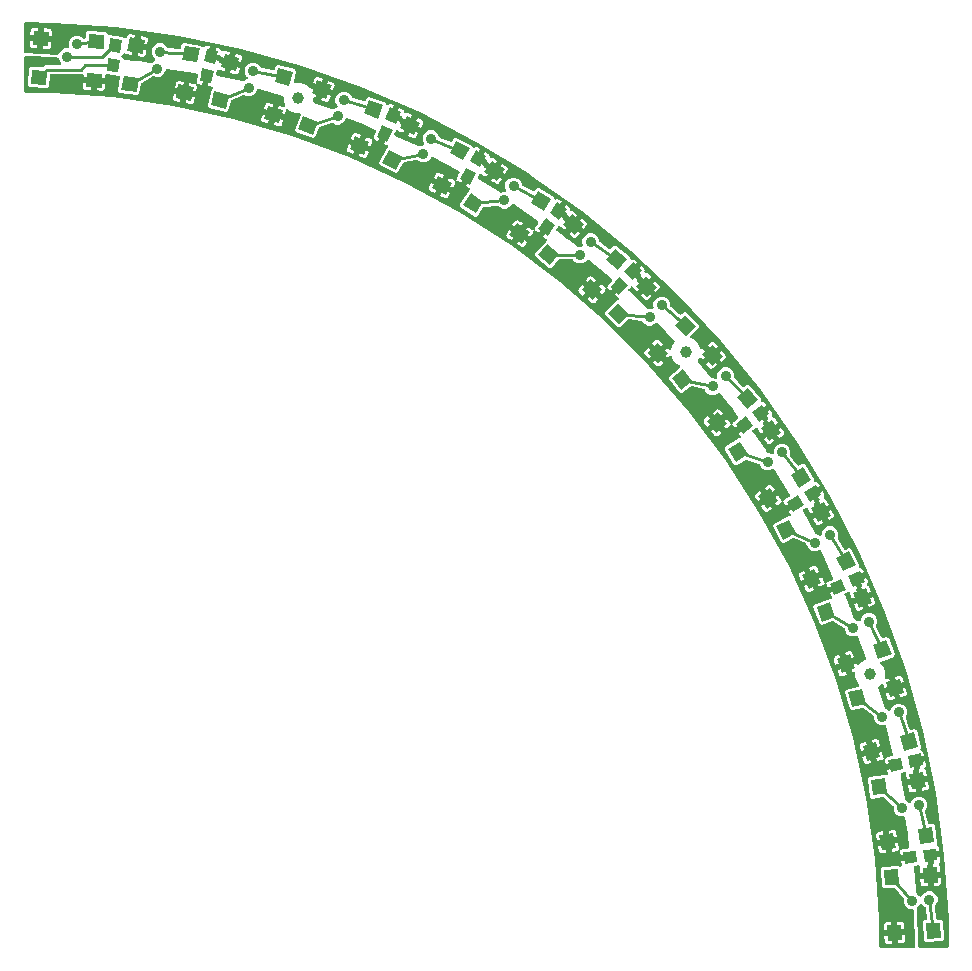
<source format=gbr>
G04 EAGLE Gerber RS-274X export*
G75*
%MOMM*%
%FSLAX34Y34*%
%LPD*%
%INTop Copper*%
%IPPOS*%
%AMOC8*
5,1,8,0,0,1.08239X$1,22.5*%
G01*
%ADD10R,1.300000X1.200000*%
%ADD11R,1.100000X1.000000*%
%ADD12C,1.000000*%
%ADD13C,0.906400*%
%ADD14C,0.254000*%

G36*
X756014Y2558D02*
X756014Y2558D01*
X756153Y2571D01*
X756171Y2578D01*
X756191Y2581D01*
X756320Y2632D01*
X756452Y2679D01*
X756468Y2690D01*
X756486Y2698D01*
X756599Y2779D01*
X756715Y2858D01*
X756728Y2873D01*
X756744Y2884D01*
X756833Y2992D01*
X756925Y3097D01*
X756934Y3114D01*
X756947Y3129D01*
X757006Y3256D01*
X757070Y3380D01*
X757074Y3399D01*
X757082Y3417D01*
X757108Y3554D01*
X757139Y3691D01*
X757140Y3718D01*
X757142Y3729D01*
X757141Y3750D01*
X757144Y3852D01*
X756156Y34018D01*
X756141Y34115D01*
X756135Y34214D01*
X756116Y34272D01*
X756106Y34332D01*
X756067Y34423D01*
X756037Y34516D01*
X756004Y34568D01*
X755980Y34624D01*
X755919Y34702D01*
X755866Y34785D01*
X755822Y34827D01*
X755784Y34875D01*
X755707Y34935D01*
X755635Y35003D01*
X755581Y35032D01*
X755533Y35070D01*
X755443Y35109D01*
X755356Y35156D01*
X755297Y35171D01*
X755241Y35196D01*
X755144Y35211D01*
X755048Y35236D01*
X754947Y35242D01*
X754927Y35245D01*
X754915Y35244D01*
X754888Y35246D01*
X753154Y35246D01*
X750554Y36323D01*
X748565Y38312D01*
X747488Y40912D01*
X747488Y43804D01*
X747501Y43850D01*
X747501Y43859D01*
X747504Y43868D01*
X747506Y44018D01*
X747511Y44167D01*
X747509Y44177D01*
X747509Y44186D01*
X747474Y44332D01*
X747441Y44478D01*
X747437Y44486D01*
X747435Y44495D01*
X747365Y44628D01*
X747297Y44761D01*
X747289Y44771D01*
X747286Y44776D01*
X747277Y44786D01*
X747198Y44888D01*
X740203Y52792D01*
X740194Y52800D01*
X740188Y52809D01*
X740075Y52904D01*
X739964Y53002D01*
X739954Y53007D01*
X739945Y53014D01*
X739812Y53079D01*
X739680Y53146D01*
X739669Y53148D01*
X739659Y53153D01*
X739515Y53182D01*
X739370Y53215D01*
X739358Y53214D01*
X739347Y53216D01*
X739186Y53218D01*
X730434Y52760D01*
X728870Y54168D01*
X728079Y69252D01*
X729488Y70816D01*
X743573Y71554D01*
X743685Y71454D01*
X743701Y71442D01*
X743715Y71427D01*
X743832Y71351D01*
X743946Y71272D01*
X743965Y71265D01*
X743982Y71254D01*
X744114Y71210D01*
X744244Y71161D01*
X744264Y71159D01*
X744283Y71153D01*
X744422Y71142D01*
X744560Y71128D01*
X744580Y71131D01*
X744600Y71129D01*
X744737Y71154D01*
X744875Y71174D01*
X744893Y71182D01*
X744913Y71185D01*
X745040Y71243D01*
X745168Y71297D01*
X745184Y71309D01*
X745202Y71318D01*
X745311Y71405D01*
X745422Y71489D01*
X745434Y71505D01*
X745450Y71518D01*
X745533Y71629D01*
X745619Y71738D01*
X745628Y71757D01*
X745640Y71773D01*
X745692Y71902D01*
X745749Y72029D01*
X745752Y72049D01*
X745760Y72067D01*
X745779Y72205D01*
X745802Y72342D01*
X745801Y72362D01*
X745803Y72382D01*
X745788Y72520D01*
X745776Y72659D01*
X745770Y72678D01*
X745767Y72698D01*
X745719Y72852D01*
X745659Y73008D01*
X745363Y75828D01*
X751725Y76496D01*
X751837Y76523D01*
X751951Y76541D01*
X751992Y76559D01*
X752035Y76569D01*
X752137Y76622D01*
X752242Y76668D01*
X752277Y76696D01*
X752317Y76716D01*
X752402Y76793D01*
X752493Y76864D01*
X752520Y76899D01*
X752553Y76929D01*
X752617Y77025D01*
X752687Y77116D01*
X752705Y77157D01*
X752729Y77194D01*
X752767Y77303D01*
X752813Y77408D01*
X752819Y77452D01*
X752834Y77494D01*
X752844Y77609D01*
X752861Y77722D01*
X752859Y77790D01*
X752861Y77811D01*
X752858Y77830D01*
X752856Y77883D01*
X752615Y80331D01*
X752587Y80452D01*
X752567Y80573D01*
X752552Y80606D01*
X752544Y80642D01*
X752488Y80751D01*
X752438Y80864D01*
X752415Y80892D01*
X752399Y80924D01*
X752317Y81016D01*
X752240Y81113D01*
X752212Y81135D01*
X752187Y81162D01*
X752085Y81231D01*
X751987Y81306D01*
X751954Y81320D01*
X751924Y81340D01*
X751808Y81381D01*
X751694Y81429D01*
X751658Y81434D01*
X751624Y81447D01*
X751501Y81458D01*
X751380Y81476D01*
X751327Y81474D01*
X751307Y81476D01*
X751286Y81472D01*
X751219Y81469D01*
X744840Y80799D01*
X744544Y83619D01*
X744594Y83937D01*
X744595Y83950D01*
X744598Y83963D01*
X744600Y84109D01*
X744604Y84255D01*
X744602Y84268D01*
X744602Y84281D01*
X744567Y84423D01*
X744535Y84565D01*
X744529Y84577D01*
X744526Y84590D01*
X744457Y84718D01*
X744391Y84849D01*
X744382Y84859D01*
X744376Y84870D01*
X744277Y84977D01*
X744181Y85087D01*
X744170Y85095D01*
X744161Y85104D01*
X744038Y85184D01*
X743918Y85266D01*
X743905Y85271D01*
X743894Y85278D01*
X743756Y85324D01*
X743618Y85374D01*
X743605Y85375D01*
X743593Y85379D01*
X743448Y85390D01*
X743302Y85404D01*
X743289Y85402D01*
X743276Y85403D01*
X743132Y85377D01*
X742988Y85355D01*
X742976Y85349D01*
X742963Y85347D01*
X742830Y85287D01*
X742696Y85229D01*
X742685Y85221D01*
X742673Y85215D01*
X742542Y85122D01*
X742103Y84766D01*
X741492Y84494D01*
X737744Y83901D01*
X736726Y90322D01*
X742654Y91261D01*
X743326Y87019D01*
X743274Y86527D01*
X743277Y86421D01*
X743270Y86315D01*
X743280Y86263D01*
X743281Y86209D01*
X743309Y86107D01*
X743329Y86003D01*
X743352Y85954D01*
X743366Y85903D01*
X743419Y85811D01*
X743465Y85715D01*
X743499Y85674D01*
X743525Y85627D01*
X743600Y85552D01*
X743667Y85470D01*
X743710Y85438D01*
X743748Y85400D01*
X743838Y85345D01*
X743924Y85283D01*
X743974Y85263D01*
X744020Y85235D01*
X744121Y85204D01*
X744220Y85165D01*
X744273Y85159D01*
X744324Y85143D01*
X744430Y85138D01*
X744535Y85125D01*
X744588Y85132D01*
X744642Y85129D01*
X744746Y85151D01*
X744851Y85165D01*
X744901Y85184D01*
X744953Y85195D01*
X745048Y85242D01*
X745147Y85281D01*
X745218Y85327D01*
X745238Y85336D01*
X745250Y85347D01*
X745283Y85368D01*
X745883Y85804D01*
X746507Y86043D01*
X750741Y86488D01*
X750853Y86515D01*
X750967Y86533D01*
X751007Y86551D01*
X751051Y86561D01*
X751153Y86614D01*
X751258Y86660D01*
X751293Y86688D01*
X751333Y86708D01*
X751418Y86785D01*
X751509Y86856D01*
X751536Y86891D01*
X751569Y86921D01*
X751633Y87017D01*
X751703Y87108D01*
X751720Y87149D01*
X751745Y87186D01*
X751783Y87295D01*
X751828Y87400D01*
X751835Y87444D01*
X751850Y87486D01*
X751860Y87601D01*
X751877Y87714D01*
X751875Y87782D01*
X751877Y87803D01*
X751874Y87822D01*
X751872Y87875D01*
X750795Y98802D01*
X750791Y98822D01*
X750785Y98885D01*
X748483Y112825D01*
X748479Y112839D01*
X748478Y112855D01*
X748433Y112992D01*
X748392Y113129D01*
X748384Y113143D01*
X748380Y113157D01*
X748303Y113278D01*
X748229Y113402D01*
X748218Y113413D01*
X748210Y113426D01*
X748105Y113525D01*
X748002Y113626D01*
X747989Y113633D01*
X747978Y113644D01*
X747852Y113713D01*
X747728Y113786D01*
X747713Y113790D01*
X747699Y113797D01*
X747560Y113833D01*
X747422Y113873D01*
X747406Y113873D01*
X747391Y113877D01*
X747231Y113887D01*
X744597Y113887D01*
X741997Y114964D01*
X740008Y116953D01*
X738931Y119553D01*
X738931Y121712D01*
X738915Y121838D01*
X738906Y121964D01*
X738895Y121995D01*
X738891Y122028D01*
X738845Y122145D01*
X738804Y122265D01*
X738786Y122293D01*
X738774Y122323D01*
X738700Y122426D01*
X738631Y122532D01*
X738598Y122566D01*
X738587Y122581D01*
X738571Y122595D01*
X738519Y122648D01*
X730630Y129875D01*
X730620Y129882D01*
X730613Y129890D01*
X730491Y129973D01*
X730370Y130059D01*
X730359Y130063D01*
X730350Y130069D01*
X730211Y130120D01*
X730073Y130172D01*
X730062Y130174D01*
X730051Y130177D01*
X729903Y130192D01*
X729757Y130208D01*
X729746Y130207D01*
X729734Y130208D01*
X729574Y130193D01*
X720918Y128822D01*
X719215Y130059D01*
X716852Y144978D01*
X718089Y146680D01*
X732020Y148887D01*
X732142Y148798D01*
X732159Y148789D01*
X732174Y148776D01*
X732298Y148712D01*
X732421Y148645D01*
X732440Y148640D01*
X732458Y148631D01*
X732593Y148601D01*
X732729Y148566D01*
X732749Y148566D01*
X732768Y148562D01*
X732907Y148566D01*
X733047Y148566D01*
X733066Y148571D01*
X733086Y148572D01*
X733220Y148610D01*
X733355Y148645D01*
X733372Y148655D01*
X733391Y148660D01*
X733511Y148731D01*
X733633Y148798D01*
X733648Y148812D01*
X733665Y148822D01*
X733764Y148920D01*
X733865Y149016D01*
X733876Y149032D01*
X733890Y149047D01*
X733961Y149166D01*
X734036Y149284D01*
X734042Y149303D01*
X734052Y149320D01*
X734091Y149454D01*
X734135Y149586D01*
X734136Y149606D01*
X734141Y149625D01*
X734146Y149765D01*
X734155Y149904D01*
X734151Y149923D01*
X734152Y149943D01*
X734122Y150079D01*
X734096Y150216D01*
X734087Y150234D01*
X734083Y150254D01*
X734019Y150402D01*
X733943Y150551D01*
X733353Y153324D01*
X739769Y154688D01*
X739893Y154731D01*
X740019Y154769D01*
X740043Y154783D01*
X740070Y154792D01*
X740179Y154865D01*
X740292Y154933D01*
X740311Y154953D01*
X740335Y154968D01*
X740423Y155066D01*
X740515Y155160D01*
X740529Y155184D01*
X740548Y155205D01*
X740608Y155321D01*
X740674Y155435D01*
X740682Y155461D01*
X740695Y155486D01*
X740725Y155615D01*
X740761Y155741D01*
X740761Y155769D01*
X740768Y155796D01*
X740765Y155927D01*
X740768Y156059D01*
X740762Y156098D01*
X740761Y156114D01*
X740755Y156135D01*
X740742Y156217D01*
X740183Y158614D01*
X740146Y158714D01*
X740117Y158817D01*
X740091Y158862D01*
X740072Y158912D01*
X740012Y159000D01*
X739958Y159092D01*
X739921Y159130D01*
X739891Y159173D01*
X739811Y159243D01*
X739736Y159319D01*
X739691Y159347D01*
X739651Y159382D01*
X739555Y159429D01*
X739464Y159484D01*
X739414Y159500D01*
X739366Y159523D01*
X739262Y159546D01*
X739160Y159577D01*
X739107Y159579D01*
X739055Y159590D01*
X738949Y159586D01*
X738842Y159590D01*
X738759Y159578D01*
X738738Y159577D01*
X738722Y159573D01*
X738683Y159567D01*
X732314Y158213D01*
X731725Y160987D01*
X731742Y161308D01*
X731741Y161321D01*
X731743Y161334D01*
X731729Y161480D01*
X731718Y161625D01*
X731714Y161638D01*
X731713Y161651D01*
X731663Y161789D01*
X731617Y161927D01*
X731610Y161938D01*
X731605Y161950D01*
X731523Y162071D01*
X731444Y162194D01*
X731434Y162203D01*
X731427Y162213D01*
X731317Y162310D01*
X731210Y162409D01*
X731198Y162415D01*
X731188Y162424D01*
X731058Y162491D01*
X730930Y162559D01*
X730917Y162563D01*
X730905Y162569D01*
X730763Y162601D01*
X730621Y162635D01*
X730608Y162635D01*
X730595Y162638D01*
X730448Y162634D01*
X730303Y162632D01*
X730290Y162629D01*
X730277Y162629D01*
X730136Y162588D01*
X729996Y162550D01*
X729984Y162544D01*
X729971Y162540D01*
X729846Y162466D01*
X729718Y162394D01*
X729709Y162385D01*
X729697Y162379D01*
X729577Y162272D01*
X729177Y161873D01*
X728598Y161539D01*
X724932Y160556D01*
X723249Y166836D01*
X729046Y168390D01*
X730158Y164241D01*
X730158Y163746D01*
X730171Y163641D01*
X730176Y163535D01*
X730191Y163484D01*
X730198Y163431D01*
X730237Y163332D01*
X730268Y163231D01*
X730295Y163185D01*
X730315Y163135D01*
X730377Y163049D01*
X730432Y162959D01*
X730470Y162921D01*
X730502Y162878D01*
X730584Y162810D01*
X730659Y162736D01*
X730706Y162709D01*
X730747Y162675D01*
X730843Y162630D01*
X730935Y162577D01*
X730986Y162562D01*
X731035Y162540D01*
X731138Y162520D01*
X731241Y162491D01*
X731294Y162490D01*
X731347Y162480D01*
X731453Y162486D01*
X731559Y162484D01*
X731611Y162496D01*
X731664Y162500D01*
X731765Y162532D01*
X731869Y162556D01*
X731916Y162581D01*
X731967Y162598D01*
X732056Y162654D01*
X732151Y162703D01*
X732217Y162756D01*
X732236Y162768D01*
X732246Y162779D01*
X732277Y162803D01*
X732828Y163300D01*
X733424Y163603D01*
X737489Y164467D01*
X737613Y164511D01*
X737739Y164548D01*
X737763Y164563D01*
X737789Y164572D01*
X737899Y164645D01*
X738011Y164712D01*
X738031Y164732D01*
X738054Y164748D01*
X738143Y164846D01*
X738234Y164939D01*
X738248Y164963D01*
X738267Y164984D01*
X738328Y165101D01*
X738394Y165214D01*
X738402Y165241D01*
X738415Y165266D01*
X738445Y165394D01*
X738480Y165520D01*
X738481Y165548D01*
X738487Y165576D01*
X738485Y165707D01*
X738488Y165838D01*
X738481Y165877D01*
X738481Y165894D01*
X738475Y165915D01*
X738461Y165997D01*
X732756Y190465D01*
X732734Y190525D01*
X732721Y190588D01*
X732679Y190674D01*
X732646Y190764D01*
X732609Y190816D01*
X732581Y190873D01*
X732519Y190946D01*
X732465Y191025D01*
X732416Y191067D01*
X732375Y191115D01*
X732297Y191171D01*
X732224Y191233D01*
X732167Y191262D01*
X732115Y191298D01*
X732025Y191332D01*
X731940Y191375D01*
X731877Y191389D01*
X731818Y191411D01*
X731722Y191422D01*
X731629Y191442D01*
X731565Y191439D01*
X731501Y191446D01*
X731406Y191433D01*
X731311Y191429D01*
X731250Y191411D01*
X731187Y191402D01*
X731034Y191350D01*
X730680Y191203D01*
X727866Y191203D01*
X725267Y192280D01*
X723277Y194269D01*
X722201Y196869D01*
X722201Y198128D01*
X722196Y198162D01*
X722199Y198195D01*
X722176Y198319D01*
X722161Y198443D01*
X722148Y198475D01*
X722142Y198508D01*
X722090Y198622D01*
X722044Y198739D01*
X722024Y198766D01*
X722010Y198797D01*
X721931Y198895D01*
X721857Y198996D01*
X721831Y199018D01*
X721809Y199044D01*
X721686Y199148D01*
X713052Y205535D01*
X713042Y205541D01*
X713033Y205549D01*
X712903Y205619D01*
X712774Y205691D01*
X712763Y205694D01*
X712753Y205699D01*
X712611Y205734D01*
X712467Y205772D01*
X712455Y205773D01*
X712444Y205775D01*
X712297Y205774D01*
X712149Y205775D01*
X712138Y205772D01*
X712126Y205772D01*
X711968Y205741D01*
X703503Y203472D01*
X701680Y204525D01*
X697771Y219115D01*
X698823Y220938D01*
X708927Y223645D01*
X709050Y223695D01*
X709174Y223740D01*
X709197Y223755D01*
X709222Y223765D01*
X709328Y223844D01*
X709437Y223918D01*
X709455Y223939D01*
X709477Y223955D01*
X709560Y224058D01*
X709648Y224157D01*
X709660Y224181D01*
X709677Y224202D01*
X709732Y224322D01*
X709793Y224440D01*
X709798Y224466D01*
X709810Y224491D01*
X709833Y224621D01*
X709862Y224750D01*
X709861Y224777D01*
X709866Y224804D01*
X709857Y224936D01*
X709853Y225068D01*
X709845Y225094D01*
X709843Y225121D01*
X709801Y225247D01*
X709764Y225374D01*
X709750Y225397D01*
X709742Y225423D01*
X709670Y225534D01*
X709603Y225648D01*
X709577Y225676D01*
X709569Y225689D01*
X709553Y225704D01*
X709496Y225769D01*
X708368Y226896D01*
X706459Y231505D01*
X706459Y234482D01*
X706455Y234515D01*
X706458Y234547D01*
X706435Y234672D01*
X706419Y234797D01*
X706407Y234828D01*
X706401Y234860D01*
X706349Y234976D01*
X706302Y235093D01*
X706283Y235120D01*
X706269Y235150D01*
X706190Y235248D01*
X706116Y235350D01*
X706090Y235371D01*
X706069Y235397D01*
X705968Y235472D01*
X705871Y235553D01*
X705841Y235567D01*
X705814Y235587D01*
X705697Y235635D01*
X705583Y235689D01*
X705550Y235695D01*
X705520Y235707D01*
X705394Y235725D01*
X705271Y235748D01*
X705238Y235746D01*
X705205Y235751D01*
X705079Y235736D01*
X704953Y235729D01*
X704922Y235718D01*
X704889Y235715D01*
X704735Y235667D01*
X704178Y235453D01*
X701848Y241522D01*
X707451Y243673D01*
X707718Y242978D01*
X707749Y242920D01*
X707772Y242857D01*
X707824Y242780D01*
X707868Y242698D01*
X707913Y242649D01*
X707950Y242594D01*
X708020Y242533D01*
X708083Y242464D01*
X708139Y242428D01*
X708189Y242384D01*
X708272Y242341D01*
X708350Y242291D01*
X708413Y242269D01*
X708472Y242239D01*
X708563Y242219D01*
X708651Y242189D01*
X708717Y242184D01*
X708782Y242170D01*
X708876Y242172D01*
X708969Y242166D01*
X709034Y242177D01*
X709100Y242179D01*
X709190Y242205D01*
X709282Y242222D01*
X709342Y242249D01*
X709406Y242268D01*
X709486Y242315D01*
X709571Y242354D01*
X709622Y242396D01*
X709680Y242429D01*
X709800Y242536D01*
X711896Y244632D01*
X714852Y245856D01*
X714937Y245904D01*
X715027Y245945D01*
X715075Y245983D01*
X715128Y246013D01*
X715199Y246082D01*
X715276Y246143D01*
X715312Y246192D01*
X715357Y246235D01*
X715408Y246319D01*
X715467Y246397D01*
X715491Y246454D01*
X715523Y246506D01*
X715552Y246600D01*
X715590Y246691D01*
X715598Y246751D01*
X715616Y246810D01*
X715621Y246908D01*
X715635Y247005D01*
X715629Y247066D01*
X715631Y247127D01*
X715612Y247224D01*
X715601Y247322D01*
X715571Y247419D01*
X715567Y247439D01*
X715562Y247450D01*
X715554Y247475D01*
X708577Y266012D01*
X708512Y266136D01*
X708451Y266261D01*
X708438Y266276D01*
X708429Y266294D01*
X708335Y266397D01*
X708244Y266503D01*
X708228Y266514D01*
X708215Y266529D01*
X708098Y266606D01*
X707984Y266686D01*
X707966Y266693D01*
X707950Y266704D01*
X707818Y266750D01*
X707687Y266799D01*
X707667Y266801D01*
X707649Y266808D01*
X707510Y266819D01*
X707371Y266834D01*
X707351Y266832D01*
X707332Y266833D01*
X707194Y266809D01*
X707056Y266790D01*
X707030Y266781D01*
X707019Y266779D01*
X707000Y266771D01*
X706904Y266738D01*
X705960Y266347D01*
X703146Y266347D01*
X700546Y267424D01*
X698557Y269413D01*
X697480Y272013D01*
X697480Y272436D01*
X697467Y272536D01*
X697464Y272636D01*
X697448Y272693D01*
X697440Y272752D01*
X697403Y272845D01*
X697375Y272941D01*
X697345Y272992D01*
X697323Y273047D01*
X697264Y273129D01*
X697213Y273215D01*
X697171Y273257D01*
X697136Y273305D01*
X697059Y273369D01*
X696988Y273440D01*
X696908Y273494D01*
X696891Y273508D01*
X696880Y273513D01*
X696855Y273530D01*
X687661Y278943D01*
X687651Y278948D01*
X687641Y278955D01*
X687505Y279011D01*
X687369Y279069D01*
X687358Y279071D01*
X687347Y279075D01*
X687201Y279095D01*
X687055Y279118D01*
X687043Y279117D01*
X687032Y279119D01*
X686886Y279102D01*
X686738Y279088D01*
X686728Y279084D01*
X686716Y279083D01*
X686562Y279035D01*
X678380Y275894D01*
X676458Y276750D01*
X671044Y290851D01*
X671901Y292774D01*
X685068Y297829D01*
X685206Y297768D01*
X685225Y297762D01*
X685243Y297752D01*
X685377Y297716D01*
X685511Y297676D01*
X685530Y297675D01*
X685550Y297670D01*
X685690Y297668D01*
X685828Y297662D01*
X685848Y297666D01*
X685868Y297666D01*
X686003Y297700D01*
X686139Y297728D01*
X686157Y297737D01*
X686177Y297742D01*
X686300Y297808D01*
X686424Y297870D01*
X686439Y297883D01*
X686457Y297892D01*
X686560Y297986D01*
X686665Y298077D01*
X686677Y298094D01*
X686691Y298107D01*
X686767Y298224D01*
X686847Y298338D01*
X686854Y298357D01*
X686865Y298374D01*
X686909Y298506D01*
X686958Y298636D01*
X686960Y298656D01*
X686966Y298675D01*
X686977Y298814D01*
X686991Y298953D01*
X686988Y298972D01*
X686990Y298992D01*
X686965Y299129D01*
X686945Y299267D01*
X686937Y299286D01*
X686934Y299305D01*
X686876Y299432D01*
X686822Y299561D01*
X686810Y299577D01*
X686802Y299595D01*
X686709Y299726D01*
X686603Y299856D01*
X685450Y302446D01*
X691309Y305055D01*
X691415Y305119D01*
X691523Y305176D01*
X691550Y305201D01*
X691581Y305220D01*
X691667Y305307D01*
X691759Y305391D01*
X691779Y305421D01*
X691804Y305447D01*
X691865Y305553D01*
X691933Y305656D01*
X691945Y305691D01*
X691963Y305722D01*
X691996Y305841D01*
X692036Y305957D01*
X692039Y305993D01*
X692049Y306028D01*
X692051Y306152D01*
X692061Y306274D01*
X692055Y306310D01*
X692055Y306346D01*
X692027Y306466D01*
X692006Y306588D01*
X691987Y306637D01*
X691983Y306656D01*
X691973Y306675D01*
X691949Y306738D01*
X690934Y308979D01*
X690874Y309077D01*
X690821Y309179D01*
X690791Y309212D01*
X690767Y309250D01*
X690685Y309330D01*
X690608Y309415D01*
X690571Y309440D01*
X690539Y309471D01*
X690439Y309528D01*
X690343Y309592D01*
X690301Y309606D01*
X690262Y309628D01*
X690151Y309659D01*
X690043Y309696D01*
X689999Y309700D01*
X689955Y309712D01*
X689840Y309714D01*
X689726Y309723D01*
X689682Y309716D01*
X689637Y309717D01*
X689526Y309690D01*
X689412Y309671D01*
X689349Y309647D01*
X689328Y309642D01*
X689311Y309633D01*
X689261Y309615D01*
X683417Y307013D01*
X682264Y309603D01*
X682213Y309921D01*
X682211Y309930D01*
X682210Y309936D01*
X682210Y309939D01*
X682209Y309947D01*
X682166Y310086D01*
X682125Y310226D01*
X682118Y310238D01*
X682114Y310250D01*
X682037Y310374D01*
X681963Y310500D01*
X681954Y310510D01*
X681947Y310521D01*
X681842Y310622D01*
X681738Y310725D01*
X681727Y310732D01*
X681717Y310741D01*
X681590Y310813D01*
X681464Y310887D01*
X681452Y310891D01*
X681440Y310897D01*
X681299Y310935D01*
X681159Y310976D01*
X681146Y310976D01*
X681133Y310980D01*
X680987Y310981D01*
X680841Y310986D01*
X680828Y310983D01*
X680815Y310983D01*
X680673Y310949D01*
X680531Y310917D01*
X680519Y310911D01*
X680506Y310908D01*
X680377Y310839D01*
X680247Y310773D01*
X680238Y310764D01*
X680226Y310758D01*
X680118Y310659D01*
X680093Y310637D01*
X680076Y310625D01*
X680068Y310615D01*
X680009Y310563D01*
X680001Y310552D01*
X679991Y310543D01*
X679895Y310414D01*
X679588Y309940D01*
X679091Y309493D01*
X675709Y307770D01*
X672757Y313562D01*
X678105Y316287D01*
X680055Y312460D01*
X680158Y311977D01*
X680193Y311876D01*
X680219Y311774D01*
X680245Y311727D01*
X680262Y311676D01*
X680321Y311588D01*
X680372Y311495D01*
X680409Y311456D01*
X680438Y311411D01*
X680517Y311340D01*
X680590Y311263D01*
X680635Y311234D01*
X680674Y311198D01*
X680768Y311149D01*
X680858Y311092D01*
X680909Y311076D01*
X680956Y311051D01*
X681059Y311027D01*
X681160Y310994D01*
X681214Y310990D01*
X681266Y310978D01*
X681372Y310980D01*
X681478Y310974D01*
X681530Y310984D01*
X681584Y310985D01*
X681686Y311013D01*
X681790Y311033D01*
X681839Y311056D01*
X681890Y311070D01*
X681982Y311123D01*
X682078Y311168D01*
X682119Y311202D01*
X682166Y311229D01*
X682242Y311303D01*
X682323Y311370D01*
X682377Y311436D01*
X682393Y311451D01*
X682401Y311465D01*
X682426Y311494D01*
X682862Y312095D01*
X683382Y312516D01*
X687166Y314200D01*
X687271Y314264D01*
X687380Y314322D01*
X687407Y314346D01*
X687438Y314365D01*
X687524Y314453D01*
X687615Y314536D01*
X687635Y314566D01*
X687660Y314592D01*
X687722Y314698D01*
X687789Y314802D01*
X687801Y314836D01*
X687819Y314867D01*
X687852Y314986D01*
X687892Y315103D01*
X687895Y315139D01*
X687905Y315174D01*
X687908Y315297D01*
X687917Y315420D01*
X687911Y315455D01*
X687912Y315492D01*
X687884Y315612D01*
X687863Y315733D01*
X687844Y315783D01*
X687839Y315801D01*
X687829Y315820D01*
X687806Y315884D01*
X679192Y334894D01*
X679181Y334912D01*
X679155Y334969D01*
X677133Y338752D01*
X677100Y338799D01*
X677075Y338850D01*
X677008Y338928D01*
X676949Y339012D01*
X676905Y339049D01*
X676868Y339092D01*
X676785Y339151D01*
X676706Y339217D01*
X676655Y339242D01*
X676608Y339275D01*
X676513Y339311D01*
X676420Y339356D01*
X676364Y339367D01*
X676311Y339388D01*
X676209Y339399D01*
X676109Y339419D01*
X676052Y339417D01*
X675995Y339423D01*
X675893Y339409D01*
X675791Y339403D01*
X675737Y339386D01*
X675680Y339378D01*
X675528Y339326D01*
X673520Y338495D01*
X670706Y338495D01*
X668107Y339572D01*
X666117Y341561D01*
X665006Y344242D01*
X664968Y344309D01*
X664939Y344381D01*
X664890Y344447D01*
X664849Y344519D01*
X664795Y344574D01*
X664749Y344636D01*
X664685Y344688D01*
X664628Y344747D01*
X664562Y344787D01*
X664502Y344836D01*
X664360Y344912D01*
X654737Y349295D01*
X654726Y349299D01*
X654716Y349305D01*
X654574Y349346D01*
X654433Y349390D01*
X654421Y349391D01*
X654410Y349394D01*
X654263Y349399D01*
X654115Y349406D01*
X654104Y349404D01*
X654093Y349404D01*
X653949Y349372D01*
X653804Y349343D01*
X653793Y349338D01*
X653782Y349335D01*
X653634Y349271D01*
X645825Y345292D01*
X643824Y345943D01*
X636966Y359401D01*
X637617Y361403D01*
X650184Y367807D01*
X650328Y367760D01*
X650347Y367756D01*
X650365Y367748D01*
X650503Y367726D01*
X650640Y367700D01*
X650660Y367702D01*
X650680Y367698D01*
X650818Y367711D01*
X650957Y367720D01*
X650976Y367726D01*
X650996Y367728D01*
X651128Y367775D01*
X651260Y367818D01*
X651277Y367829D01*
X651295Y367836D01*
X651411Y367914D01*
X651528Y367989D01*
X651542Y368003D01*
X651559Y368014D01*
X651651Y368119D01*
X651746Y368220D01*
X651756Y368238D01*
X651769Y368253D01*
X651832Y368377D01*
X651900Y368499D01*
X651905Y368518D01*
X651914Y368536D01*
X651944Y368672D01*
X651979Y368807D01*
X651979Y368827D01*
X651983Y368846D01*
X651979Y368985D01*
X651979Y369125D01*
X651974Y369144D01*
X651974Y369164D01*
X651935Y369298D01*
X651900Y369433D01*
X651891Y369451D01*
X651885Y369470D01*
X651814Y369590D01*
X651747Y369712D01*
X651734Y369727D01*
X651724Y369744D01*
X651617Y369865D01*
X651499Y369983D01*
X650081Y372439D01*
X655930Y375815D01*
X656008Y375875D01*
X656092Y375927D01*
X656135Y375971D01*
X656183Y376008D01*
X656244Y376085D01*
X656313Y376156D01*
X656343Y376209D01*
X656381Y376257D01*
X656421Y376347D01*
X656469Y376432D01*
X656485Y376491D01*
X656510Y376547D01*
X656527Y376645D01*
X656552Y376739D01*
X656553Y376801D01*
X656563Y376861D01*
X656555Y376959D01*
X656557Y377057D01*
X656542Y377117D01*
X656537Y377178D01*
X656505Y377271D01*
X656481Y377366D01*
X656439Y377459D01*
X656433Y377478D01*
X656426Y377488D01*
X656415Y377513D01*
X655835Y378598D01*
X655823Y378615D01*
X655793Y378670D01*
X655143Y379715D01*
X655081Y379792D01*
X655027Y379874D01*
X654981Y379915D01*
X654943Y379962D01*
X654864Y380021D01*
X654791Y380087D01*
X654736Y380115D01*
X654687Y380152D01*
X654596Y380189D01*
X654509Y380234D01*
X654449Y380248D01*
X654393Y380271D01*
X654295Y380285D01*
X654199Y380307D01*
X654138Y380306D01*
X654077Y380314D01*
X653980Y380303D01*
X653881Y380301D01*
X653822Y380285D01*
X653762Y380277D01*
X653670Y380242D01*
X653575Y380216D01*
X653484Y380171D01*
X653465Y380163D01*
X653455Y380156D01*
X653431Y380144D01*
X647582Y376767D01*
X646164Y379223D01*
X646081Y379534D01*
X646076Y379546D01*
X646074Y379559D01*
X646016Y379693D01*
X645961Y379828D01*
X645953Y379839D01*
X645947Y379851D01*
X645858Y379967D01*
X645771Y380084D01*
X645761Y380092D01*
X645753Y380103D01*
X645637Y380193D01*
X645524Y380284D01*
X645512Y380290D01*
X645501Y380298D01*
X645367Y380356D01*
X645235Y380417D01*
X645222Y380419D01*
X645210Y380424D01*
X645065Y380447D01*
X644922Y380473D01*
X644909Y380472D01*
X644896Y380474D01*
X644750Y380461D01*
X644605Y380450D01*
X644592Y380446D01*
X644579Y380444D01*
X644442Y380395D01*
X644303Y380349D01*
X644292Y380341D01*
X644280Y380337D01*
X644159Y380255D01*
X644036Y380176D01*
X644027Y380166D01*
X644016Y380159D01*
X643919Y380048D01*
X643821Y379942D01*
X643815Y379930D01*
X643806Y379920D01*
X643724Y379782D01*
X643467Y379279D01*
X643020Y378782D01*
X639837Y376715D01*
X636296Y382167D01*
X641329Y385436D01*
X643669Y381834D01*
X643821Y381363D01*
X643866Y381268D01*
X643903Y381168D01*
X643934Y381124D01*
X643957Y381076D01*
X644024Y380994D01*
X644085Y380907D01*
X644125Y380872D01*
X644159Y380831D01*
X644245Y380768D01*
X644325Y380699D01*
X644373Y380675D01*
X644417Y380644D01*
X644515Y380604D01*
X644610Y380557D01*
X644662Y380546D01*
X644712Y380526D01*
X644817Y380513D01*
X644921Y380491D01*
X644975Y380493D01*
X645028Y380486D01*
X645133Y380500D01*
X645239Y380504D01*
X645290Y380519D01*
X645343Y380526D01*
X645442Y380565D01*
X645543Y380596D01*
X645589Y380623D01*
X645639Y380643D01*
X645725Y380705D01*
X645816Y380760D01*
X645853Y380798D01*
X645897Y380830D01*
X645964Y380911D01*
X646038Y380987D01*
X646085Y381058D01*
X646099Y381074D01*
X646106Y381089D01*
X646128Y381121D01*
X646499Y381763D01*
X646972Y382236D01*
X650695Y384386D01*
X650806Y384471D01*
X650920Y384552D01*
X650933Y384567D01*
X650948Y384579D01*
X651035Y384688D01*
X651125Y384795D01*
X651134Y384812D01*
X651146Y384828D01*
X651203Y384956D01*
X651264Y385081D01*
X651267Y385100D01*
X651275Y385118D01*
X651299Y385256D01*
X651326Y385393D01*
X651325Y385412D01*
X651329Y385432D01*
X651317Y385571D01*
X651310Y385710D01*
X651304Y385729D01*
X651302Y385749D01*
X651256Y385881D01*
X651214Y386014D01*
X651202Y386038D01*
X651198Y386049D01*
X651186Y386066D01*
X651138Y386156D01*
X637903Y407441D01*
X637893Y407452D01*
X637886Y407466D01*
X637793Y407576D01*
X637702Y407687D01*
X637690Y407697D01*
X637680Y407708D01*
X637562Y407791D01*
X637447Y407877D01*
X637432Y407883D01*
X637420Y407891D01*
X637285Y407943D01*
X637152Y407997D01*
X637137Y407999D01*
X637122Y408004D01*
X636979Y408020D01*
X636837Y408040D01*
X636822Y408038D01*
X636806Y408039D01*
X636663Y408019D01*
X636521Y408003D01*
X636507Y407997D01*
X636491Y407995D01*
X636339Y407943D01*
X633716Y406857D01*
X630903Y406857D01*
X628303Y407933D01*
X626314Y409923D01*
X625576Y411702D01*
X625506Y411826D01*
X625438Y411953D01*
X625427Y411965D01*
X625419Y411979D01*
X625320Y412081D01*
X625222Y412187D01*
X625209Y412195D01*
X625198Y412207D01*
X625076Y412282D01*
X624956Y412360D01*
X624935Y412368D01*
X624927Y412373D01*
X624909Y412379D01*
X624806Y412420D01*
X614639Y415821D01*
X614627Y415823D01*
X614617Y415828D01*
X614471Y415854D01*
X614327Y415883D01*
X614315Y415882D01*
X614304Y415884D01*
X614157Y415874D01*
X614009Y415866D01*
X613998Y415862D01*
X613987Y415861D01*
X613847Y415814D01*
X613706Y415770D01*
X613696Y415764D01*
X613685Y415760D01*
X613545Y415681D01*
X606195Y410908D01*
X604136Y411346D01*
X595909Y424014D01*
X596347Y426072D01*
X608176Y433754D01*
X608323Y433723D01*
X608343Y433722D01*
X608362Y433716D01*
X608501Y433708D01*
X608640Y433697D01*
X608660Y433700D01*
X608680Y433699D01*
X608816Y433726D01*
X608954Y433750D01*
X608972Y433758D01*
X608992Y433762D01*
X609117Y433822D01*
X609244Y433879D01*
X609260Y433891D01*
X609278Y433900D01*
X609385Y433990D01*
X609494Y434076D01*
X609506Y434092D01*
X609521Y434105D01*
X609602Y434219D01*
X609686Y434329D01*
X609694Y434348D01*
X609705Y434364D01*
X609755Y434494D01*
X609809Y434623D01*
X609812Y434642D01*
X609820Y434661D01*
X609836Y434800D01*
X609856Y434937D01*
X609854Y434957D01*
X609856Y434977D01*
X609838Y435115D01*
X609823Y435253D01*
X609816Y435272D01*
X609813Y435292D01*
X609761Y435421D01*
X609713Y435552D01*
X609701Y435568D01*
X609694Y435587D01*
X609611Y435699D01*
X609531Y435813D01*
X609516Y435826D01*
X609504Y435842D01*
X609386Y435951D01*
X609256Y436056D01*
X607589Y438350D01*
X612765Y442111D01*
X612849Y442189D01*
X612938Y442262D01*
X612964Y442298D01*
X612997Y442328D01*
X613058Y442425D01*
X613127Y442518D01*
X613143Y442559D01*
X613167Y442597D01*
X613203Y442706D01*
X613246Y442813D01*
X613252Y442857D01*
X613266Y442899D01*
X613273Y443014D01*
X613288Y443128D01*
X613283Y443172D01*
X613286Y443217D01*
X613264Y443329D01*
X613251Y443444D01*
X613235Y443485D01*
X613226Y443529D01*
X613177Y443633D01*
X613136Y443740D01*
X613100Y443798D01*
X613091Y443817D01*
X613079Y443832D01*
X613051Y443877D01*
X611618Y445876D01*
X611534Y445967D01*
X611456Y446062D01*
X611426Y446083D01*
X611402Y446110D01*
X611298Y446176D01*
X611198Y446249D01*
X611165Y446262D01*
X611134Y446282D01*
X611017Y446321D01*
X610903Y446366D01*
X610867Y446371D01*
X610832Y446382D01*
X610710Y446391D01*
X610587Y446406D01*
X610551Y446402D01*
X610515Y446404D01*
X610394Y446382D01*
X610272Y446367D01*
X610238Y446353D01*
X610202Y446347D01*
X610090Y446295D01*
X609976Y446250D01*
X609931Y446222D01*
X609914Y446214D01*
X609897Y446200D01*
X609840Y446164D01*
X604651Y442394D01*
X602985Y444688D01*
X602869Y444989D01*
X602863Y445000D01*
X602860Y445013D01*
X602788Y445141D01*
X602719Y445269D01*
X602710Y445279D01*
X602704Y445290D01*
X602602Y445396D01*
X602504Y445503D01*
X602493Y445510D01*
X602484Y445520D01*
X602359Y445597D01*
X602237Y445676D01*
X602225Y445681D01*
X602213Y445688D01*
X602074Y445731D01*
X601936Y445778D01*
X601923Y445779D01*
X601910Y445783D01*
X601765Y445791D01*
X601619Y445801D01*
X601606Y445799D01*
X601592Y445800D01*
X601449Y445771D01*
X601306Y445745D01*
X601294Y445740D01*
X601281Y445737D01*
X601149Y445674D01*
X601016Y445613D01*
X601006Y445605D01*
X600994Y445599D01*
X600883Y445505D01*
X600769Y445413D01*
X600761Y445403D01*
X600751Y445394D01*
X600666Y445275D01*
X600579Y445158D01*
X600574Y445146D01*
X600566Y445135D01*
X600499Y444989D01*
X600297Y444462D01*
X599904Y443920D01*
X596954Y441532D01*
X592863Y446585D01*
X597527Y450361D01*
X600230Y447023D01*
X600431Y446572D01*
X600486Y446481D01*
X600533Y446386D01*
X600568Y446346D01*
X600596Y446300D01*
X600672Y446225D01*
X600741Y446145D01*
X600785Y446115D01*
X600823Y446077D01*
X600915Y446024D01*
X601002Y445964D01*
X601052Y445945D01*
X601098Y445918D01*
X601201Y445890D01*
X601300Y445853D01*
X601353Y445847D01*
X601405Y445832D01*
X601511Y445830D01*
X601616Y445819D01*
X601669Y445827D01*
X601723Y445826D01*
X601826Y445850D01*
X601931Y445865D01*
X601980Y445886D01*
X602032Y445898D01*
X602126Y445947D01*
X602224Y445988D01*
X602267Y446020D01*
X602314Y446045D01*
X602393Y446116D01*
X602478Y446180D01*
X602511Y446222D01*
X602551Y446258D01*
X602609Y446346D01*
X602675Y446429D01*
X602715Y446505D01*
X602727Y446523D01*
X602732Y446537D01*
X602750Y446572D01*
X603052Y447250D01*
X603473Y447769D01*
X606917Y450272D01*
X607000Y450350D01*
X607090Y450423D01*
X607116Y450459D01*
X607149Y450489D01*
X607210Y450586D01*
X607278Y450679D01*
X607295Y450720D01*
X607319Y450758D01*
X607355Y450867D01*
X607398Y450974D01*
X607404Y451018D01*
X607417Y451060D01*
X607425Y451175D01*
X607440Y451289D01*
X607435Y451333D01*
X607438Y451378D01*
X607416Y451490D01*
X607403Y451605D01*
X607386Y451646D01*
X607378Y451690D01*
X607329Y451794D01*
X607288Y451901D01*
X607252Y451959D01*
X607243Y451978D01*
X607231Y451993D01*
X607203Y452038D01*
X600807Y460963D01*
X600793Y460978D01*
X600756Y461029D01*
X591772Y471976D01*
X591756Y471992D01*
X591743Y472010D01*
X591641Y472100D01*
X591541Y472195D01*
X591521Y472206D01*
X591505Y472220D01*
X591383Y472283D01*
X591263Y472349D01*
X591241Y472355D01*
X591222Y472365D01*
X591088Y472395D01*
X590955Y472430D01*
X590933Y472430D01*
X590911Y472435D01*
X590774Y472431D01*
X590637Y472431D01*
X590616Y472426D01*
X590593Y472425D01*
X590461Y472387D01*
X590329Y472353D01*
X590309Y472343D01*
X590288Y472337D01*
X590170Y472267D01*
X590049Y472201D01*
X590033Y472186D01*
X590014Y472175D01*
X589893Y472069D01*
X589585Y471760D01*
X586985Y470683D01*
X584171Y470683D01*
X581572Y471760D01*
X579582Y473750D01*
X579182Y474715D01*
X579157Y474759D01*
X579140Y474807D01*
X579079Y474897D01*
X579025Y474992D01*
X578990Y475028D01*
X578961Y475070D01*
X578879Y475142D01*
X578804Y475220D01*
X578760Y475246D01*
X578722Y475280D01*
X578625Y475329D01*
X578532Y475386D01*
X578484Y475401D01*
X578439Y475424D01*
X578284Y475469D01*
X567806Y477790D01*
X567795Y477791D01*
X567784Y477795D01*
X567637Y477806D01*
X567490Y477819D01*
X567478Y477817D01*
X567467Y477818D01*
X567322Y477792D01*
X567176Y477769D01*
X567165Y477764D01*
X567154Y477762D01*
X567020Y477701D01*
X566884Y477642D01*
X566875Y477635D01*
X566864Y477630D01*
X566733Y477537D01*
X559922Y472022D01*
X557829Y472242D01*
X548323Y483980D01*
X548543Y486074D01*
X557784Y493557D01*
X557865Y493641D01*
X557950Y493719D01*
X557974Y493755D01*
X558005Y493787D01*
X558062Y493888D01*
X558125Y493984D01*
X558139Y494026D01*
X558161Y494064D01*
X558191Y494176D01*
X558228Y494285D01*
X558232Y494329D01*
X558243Y494371D01*
X558244Y494486D01*
X558254Y494602D01*
X558246Y494645D01*
X558247Y494689D01*
X558219Y494801D01*
X558199Y494915D01*
X558181Y494955D01*
X558171Y494998D01*
X558116Y495100D01*
X558069Y495205D01*
X558041Y495240D01*
X558021Y495278D01*
X557943Y495363D01*
X557870Y495454D01*
X557835Y495480D01*
X557806Y495512D01*
X557709Y495575D01*
X557616Y495645D01*
X557557Y495674D01*
X557539Y495686D01*
X557521Y495692D01*
X557471Y495716D01*
X555896Y496368D01*
X552368Y499896D01*
X551205Y502704D01*
X551181Y502747D01*
X551164Y502794D01*
X551102Y502885D01*
X551048Y502980D01*
X551013Y503016D01*
X550985Y503057D01*
X550903Y503130D01*
X550827Y503209D01*
X550784Y503235D01*
X550747Y503268D01*
X550649Y503318D01*
X550555Y503375D01*
X550508Y503390D01*
X550464Y503412D01*
X550356Y503436D01*
X550252Y503469D01*
X550202Y503471D01*
X550153Y503482D01*
X550043Y503479D01*
X549934Y503484D01*
X549885Y503474D01*
X549836Y503472D01*
X549730Y503442D01*
X549622Y503419D01*
X549578Y503398D01*
X549530Y503384D01*
X549436Y503328D01*
X549337Y503280D01*
X549299Y503247D01*
X549256Y503222D01*
X549135Y503116D01*
X547531Y501512D01*
X542934Y506109D01*
X547178Y510353D01*
X548406Y509124D01*
X548446Y509094D01*
X548479Y509057D01*
X548571Y508997D01*
X548658Y508929D01*
X548703Y508910D01*
X548745Y508882D01*
X548849Y508847D01*
X548950Y508803D01*
X548999Y508795D01*
X549046Y508779D01*
X549155Y508770D01*
X549264Y508753D01*
X549313Y508758D01*
X549363Y508754D01*
X549471Y508773D01*
X549580Y508783D01*
X549627Y508800D01*
X549676Y508808D01*
X549776Y508853D01*
X549880Y508891D01*
X549921Y508919D01*
X549966Y508939D01*
X550052Y509007D01*
X550143Y509069D01*
X550176Y509107D01*
X550214Y509138D01*
X550280Y509225D01*
X550353Y509308D01*
X550376Y509352D01*
X550406Y509392D01*
X550477Y509536D01*
X552368Y514104D01*
X553108Y514843D01*
X553168Y514921D01*
X553236Y514993D01*
X553266Y515046D01*
X553303Y515095D01*
X553342Y515185D01*
X553390Y515271D01*
X553405Y515330D01*
X553429Y515387D01*
X553445Y515484D01*
X553470Y515579D01*
X553470Y515640D01*
X553479Y515701D01*
X553470Y515799D01*
X553470Y515897D01*
X553455Y515956D01*
X553449Y516017D01*
X553416Y516110D01*
X553392Y516205D01*
X553363Y516259D01*
X553342Y516317D01*
X553287Y516398D01*
X553239Y516484D01*
X553175Y516563D01*
X553163Y516580D01*
X553154Y516588D01*
X553137Y516609D01*
X539310Y531371D01*
X539203Y531461D01*
X539098Y531553D01*
X539080Y531562D01*
X539065Y531574D01*
X538939Y531634D01*
X538815Y531698D01*
X538796Y531702D01*
X538778Y531710D01*
X538640Y531737D01*
X538504Y531767D01*
X538485Y531767D01*
X538465Y531770D01*
X538326Y531762D01*
X538186Y531758D01*
X538168Y531752D01*
X538148Y531751D01*
X538015Y531708D01*
X537881Y531669D01*
X537864Y531659D01*
X537845Y531653D01*
X537727Y531579D01*
X537607Y531508D01*
X537587Y531490D01*
X537577Y531483D01*
X537563Y531468D01*
X537486Y531401D01*
X536438Y530353D01*
X533838Y529276D01*
X531024Y529276D01*
X528425Y530353D01*
X526435Y532342D01*
X526351Y532547D01*
X526293Y532648D01*
X526242Y532753D01*
X526214Y532786D01*
X526193Y532823D01*
X526112Y532907D01*
X526036Y532996D01*
X526001Y533021D01*
X525972Y533051D01*
X525872Y533112D01*
X525777Y533180D01*
X525737Y533195D01*
X525701Y533218D01*
X525589Y533252D01*
X525480Y533294D01*
X525417Y533305D01*
X525397Y533311D01*
X525377Y533312D01*
X525321Y533322D01*
X514753Y534524D01*
X514742Y534524D01*
X514730Y534527D01*
X514583Y534522D01*
X514435Y534521D01*
X514424Y534518D01*
X514413Y534517D01*
X514271Y534476D01*
X514128Y534438D01*
X514118Y534432D01*
X514107Y534429D01*
X513981Y534354D01*
X513851Y534281D01*
X513843Y534273D01*
X513833Y534267D01*
X513712Y534161D01*
X507515Y527964D01*
X505410Y527964D01*
X494730Y538644D01*
X494730Y540749D01*
X504703Y550723D01*
X504854Y550723D01*
X504874Y550725D01*
X504893Y550723D01*
X505031Y550745D01*
X505169Y550763D01*
X505188Y550770D01*
X505208Y550773D01*
X505336Y550828D01*
X505465Y550880D01*
X505481Y550891D01*
X505499Y550899D01*
X505610Y550985D01*
X505722Y551066D01*
X505735Y551082D01*
X505751Y551094D01*
X505836Y551204D01*
X505925Y551311D01*
X505934Y551330D01*
X505946Y551345D01*
X506001Y551473D01*
X506061Y551599D01*
X506064Y551619D01*
X506072Y551637D01*
X506094Y551775D01*
X506120Y551912D01*
X506119Y551931D01*
X506122Y551951D01*
X506109Y552090D01*
X506101Y552229D01*
X506095Y552248D01*
X506093Y552268D01*
X506046Y552399D01*
X506003Y552531D01*
X505992Y552548D01*
X505985Y552567D01*
X505907Y552683D01*
X505833Y552800D01*
X505818Y552814D01*
X505807Y552830D01*
X505702Y552923D01*
X505601Y553018D01*
X505583Y553028D01*
X505568Y553041D01*
X505430Y553123D01*
X505281Y553199D01*
X503174Y555096D01*
X507531Y559935D01*
X507591Y560022D01*
X507659Y560105D01*
X507682Y560152D01*
X507712Y560196D01*
X507749Y560296D01*
X507795Y560392D01*
X507804Y560444D01*
X507823Y560494D01*
X507834Y560600D01*
X507854Y560705D01*
X507851Y560758D01*
X507856Y560810D01*
X507841Y560915D01*
X507834Y561022D01*
X507818Y561073D01*
X507810Y561125D01*
X507769Y561223D01*
X507736Y561325D01*
X507707Y561369D01*
X507687Y561418D01*
X507622Y561503D01*
X507565Y561593D01*
X507508Y561654D01*
X507495Y561671D01*
X507482Y561681D01*
X507455Y561710D01*
X505659Y563392D01*
X505553Y563469D01*
X505450Y563551D01*
X505424Y563563D01*
X505402Y563579D01*
X505279Y563627D01*
X505159Y563681D01*
X505132Y563685D01*
X505106Y563696D01*
X504976Y563712D01*
X504846Y563734D01*
X504818Y563732D01*
X504790Y563735D01*
X504660Y563719D01*
X504529Y563708D01*
X504503Y563699D01*
X504475Y563695D01*
X504352Y563646D01*
X504228Y563603D01*
X504205Y563588D01*
X504179Y563578D01*
X504073Y563500D01*
X503963Y563428D01*
X503935Y563400D01*
X503922Y563391D01*
X503908Y563374D01*
X503848Y563315D01*
X499459Y558441D01*
X497352Y560338D01*
X497177Y560608D01*
X497168Y560618D01*
X497162Y560630D01*
X497065Y560740D01*
X496971Y560851D01*
X496961Y560859D01*
X496952Y560869D01*
X496831Y560951D01*
X496712Y561035D01*
X496700Y561040D01*
X496689Y561047D01*
X496552Y561097D01*
X496415Y561149D01*
X496402Y561151D01*
X496390Y561155D01*
X496245Y561169D01*
X496099Y561186D01*
X496086Y561184D01*
X496073Y561186D01*
X495929Y561163D01*
X495784Y561143D01*
X495772Y561138D01*
X495759Y561136D01*
X495625Y561078D01*
X495490Y561023D01*
X495479Y561015D01*
X495467Y561010D01*
X495352Y560921D01*
X495234Y560834D01*
X495226Y560823D01*
X495216Y560815D01*
X495126Y560700D01*
X495034Y560587D01*
X495029Y560575D01*
X495020Y560564D01*
X494962Y560431D01*
X494901Y560298D01*
X494899Y560285D01*
X494894Y560272D01*
X494859Y560115D01*
X494770Y559558D01*
X494498Y558947D01*
X492110Y555997D01*
X487057Y560089D01*
X490834Y564753D01*
X494172Y562050D01*
X494463Y561650D01*
X494535Y561572D01*
X494601Y561489D01*
X494644Y561457D01*
X494680Y561418D01*
X494770Y561361D01*
X494854Y561297D01*
X494904Y561276D01*
X494949Y561248D01*
X495050Y561215D01*
X495147Y561174D01*
X495200Y561166D01*
X495251Y561149D01*
X495357Y561142D01*
X495462Y561127D01*
X495515Y561132D01*
X495569Y561129D01*
X495673Y561149D01*
X495778Y561160D01*
X495828Y561179D01*
X495881Y561189D01*
X495977Y561234D01*
X496076Y561271D01*
X496120Y561301D01*
X496169Y561324D01*
X496251Y561391D01*
X496338Y561452D01*
X496373Y561492D01*
X496414Y561526D01*
X496476Y561612D01*
X496546Y561692D01*
X496570Y561740D01*
X496601Y561783D01*
X496640Y561882D01*
X496688Y561977D01*
X496710Y562059D01*
X496718Y562079D01*
X496720Y562095D01*
X496731Y562132D01*
X496885Y562858D01*
X497189Y563454D01*
X500201Y566799D01*
X500262Y566887D01*
X500330Y566969D01*
X500353Y567017D01*
X500383Y567060D01*
X500420Y567160D01*
X500465Y567257D01*
X500475Y567309D01*
X500494Y567358D01*
X500505Y567464D01*
X500525Y567569D01*
X500521Y567622D01*
X500527Y567675D01*
X500511Y567780D01*
X500505Y567887D01*
X500488Y567937D01*
X500481Y567989D01*
X500439Y568088D01*
X500406Y568189D01*
X500378Y568234D01*
X500358Y568283D01*
X500293Y568368D01*
X500236Y568458D01*
X500179Y568519D01*
X500165Y568536D01*
X500153Y568546D01*
X500126Y568575D01*
X499333Y569317D01*
X499316Y569329D01*
X499271Y569372D01*
X480656Y584649D01*
X480608Y584679D01*
X480565Y584717D01*
X480474Y584763D01*
X480387Y584818D01*
X480333Y584835D01*
X480282Y584861D01*
X480182Y584884D01*
X480084Y584915D01*
X480027Y584918D01*
X479972Y584931D01*
X479869Y584928D01*
X479767Y584934D01*
X479711Y584923D01*
X479654Y584921D01*
X479555Y584893D01*
X479455Y584873D01*
X479403Y584849D01*
X479348Y584833D01*
X479260Y584781D01*
X479167Y584737D01*
X479123Y584700D01*
X479074Y584671D01*
X478953Y584565D01*
X477457Y583069D01*
X474858Y581992D01*
X472044Y581992D01*
X469444Y583069D01*
X467573Y584940D01*
X467499Y584997D01*
X467432Y585062D01*
X467374Y585094D01*
X467322Y585135D01*
X467236Y585172D01*
X467154Y585218D01*
X467091Y585235D01*
X467030Y585261D01*
X466938Y585276D01*
X466847Y585300D01*
X466734Y585308D01*
X466716Y585311D01*
X466707Y585310D01*
X466687Y585312D01*
X456060Y585403D01*
X456049Y585401D01*
X456037Y585403D01*
X455892Y585383D01*
X455745Y585366D01*
X455734Y585361D01*
X455722Y585360D01*
X455586Y585304D01*
X455448Y585251D01*
X455438Y585244D01*
X455428Y585240D01*
X455310Y585152D01*
X455189Y585066D01*
X455181Y585058D01*
X455172Y585051D01*
X455063Y584932D01*
X449548Y578121D01*
X447454Y577901D01*
X435716Y587407D01*
X435496Y589500D01*
X444372Y600462D01*
X444522Y600477D01*
X444541Y600482D01*
X444561Y600482D01*
X444696Y600518D01*
X444832Y600550D01*
X444849Y600559D01*
X444869Y600564D01*
X444990Y600633D01*
X445113Y600697D01*
X445128Y600711D01*
X445146Y600721D01*
X445246Y600817D01*
X445350Y600910D01*
X445361Y600927D01*
X445375Y600941D01*
X445449Y601060D01*
X445526Y601175D01*
X445532Y601194D01*
X445543Y601211D01*
X445585Y601344D01*
X445631Y601475D01*
X445632Y601495D01*
X445638Y601514D01*
X445646Y601653D01*
X445657Y601792D01*
X445654Y601812D01*
X445655Y601832D01*
X445628Y601968D01*
X445605Y602106D01*
X445597Y602124D01*
X445593Y602144D01*
X445532Y602269D01*
X445476Y602396D01*
X445463Y602412D01*
X445454Y602430D01*
X445365Y602536D01*
X445278Y602646D01*
X445262Y602658D01*
X445249Y602673D01*
X445136Y602754D01*
X445025Y602838D01*
X445007Y602846D01*
X444990Y602858D01*
X444844Y602925D01*
X444688Y602985D01*
X442394Y604651D01*
X446164Y609840D01*
X446223Y609948D01*
X446289Y610052D01*
X446300Y610087D01*
X446317Y610119D01*
X446348Y610238D01*
X446385Y610355D01*
X446387Y610391D01*
X446396Y610427D01*
X446396Y610550D01*
X446403Y610673D01*
X446396Y610708D01*
X446396Y610745D01*
X446366Y610864D01*
X446342Y610985D01*
X446326Y611018D01*
X446317Y611053D01*
X446258Y611161D01*
X446205Y611272D01*
X446182Y611300D01*
X446164Y611332D01*
X446080Y611421D01*
X446001Y611516D01*
X445960Y611549D01*
X445947Y611563D01*
X445929Y611575D01*
X445876Y611618D01*
X443877Y613051D01*
X443776Y613105D01*
X443679Y613167D01*
X443636Y613181D01*
X443597Y613202D01*
X443486Y613230D01*
X443376Y613266D01*
X443332Y613268D01*
X443288Y613279D01*
X443174Y613278D01*
X443059Y613286D01*
X443015Y613277D01*
X442970Y613277D01*
X442859Y613248D01*
X442746Y613227D01*
X442706Y613208D01*
X442663Y613196D01*
X442562Y613140D01*
X442459Y613091D01*
X442424Y613063D01*
X442385Y613041D01*
X442302Y612962D01*
X442213Y612889D01*
X442170Y612837D01*
X442155Y612822D01*
X442144Y612806D01*
X442111Y612765D01*
X438350Y607589D01*
X436056Y609256D01*
X435854Y609506D01*
X435844Y609515D01*
X435837Y609526D01*
X435729Y609625D01*
X435624Y609726D01*
X435613Y609733D01*
X435603Y609742D01*
X435474Y609811D01*
X435347Y609882D01*
X435334Y609886D01*
X435323Y609892D01*
X435181Y609927D01*
X435040Y609965D01*
X435027Y609965D01*
X435014Y609968D01*
X434868Y609967D01*
X434722Y609968D01*
X434709Y609965D01*
X434696Y609965D01*
X434555Y609927D01*
X434413Y609893D01*
X434401Y609886D01*
X434389Y609883D01*
X434261Y609811D01*
X434133Y609743D01*
X434123Y609734D01*
X434111Y609727D01*
X434006Y609626D01*
X433898Y609527D01*
X433891Y609516D01*
X433882Y609507D01*
X433804Y609383D01*
X433725Y609261D01*
X433721Y609248D01*
X433714Y609237D01*
X433670Y609098D01*
X433623Y608960D01*
X433622Y608946D01*
X433618Y608934D01*
X433600Y608774D01*
X433570Y608210D01*
X433363Y607574D01*
X431296Y604391D01*
X425844Y607932D01*
X429112Y612965D01*
X432715Y610626D01*
X433045Y610259D01*
X433126Y610189D01*
X433200Y610113D01*
X433246Y610086D01*
X433286Y610051D01*
X433381Y610004D01*
X433472Y609949D01*
X433523Y609933D01*
X433571Y609909D01*
X433675Y609887D01*
X433776Y609856D01*
X433830Y609854D01*
X433882Y609843D01*
X433988Y609847D01*
X434094Y609843D01*
X434146Y609854D01*
X434200Y609856D01*
X434301Y609887D01*
X434405Y609909D01*
X434453Y609933D01*
X434504Y609948D01*
X434595Y610003D01*
X434690Y610050D01*
X434731Y610085D01*
X434776Y610113D01*
X434851Y610188D01*
X434931Y610257D01*
X434962Y610301D01*
X434999Y610340D01*
X435052Y610431D01*
X435113Y610518D01*
X435132Y610569D01*
X435158Y610615D01*
X435187Y610717D01*
X435224Y610816D01*
X435238Y610900D01*
X435244Y610921D01*
X435245Y610937D01*
X435251Y610975D01*
X435329Y611713D01*
X435568Y612337D01*
X438003Y615688D01*
X438062Y615796D01*
X438127Y615900D01*
X438138Y615935D01*
X438156Y615967D01*
X438187Y616086D01*
X438224Y616204D01*
X438226Y616240D01*
X438235Y616275D01*
X438235Y616398D01*
X438242Y616521D01*
X438235Y616557D01*
X438235Y616593D01*
X438205Y616712D01*
X438181Y616833D01*
X438165Y616866D01*
X438156Y616901D01*
X438097Y617009D01*
X438044Y617120D01*
X438021Y617148D01*
X438003Y617180D01*
X437919Y617270D01*
X437840Y617364D01*
X437799Y617398D01*
X437786Y617412D01*
X437768Y617423D01*
X437715Y617466D01*
X420750Y629623D01*
X420732Y629633D01*
X420681Y629669D01*
X417112Y631888D01*
X417054Y631915D01*
X417001Y631950D01*
X416910Y631981D01*
X416823Y632021D01*
X416760Y632033D01*
X416700Y632053D01*
X416605Y632061D01*
X416510Y632078D01*
X416447Y632073D01*
X416383Y632078D01*
X416289Y632062D01*
X416193Y632055D01*
X416132Y632035D01*
X416070Y632024D01*
X415982Y631985D01*
X415891Y631954D01*
X415838Y631920D01*
X415780Y631893D01*
X415705Y631834D01*
X415624Y631781D01*
X415581Y631735D01*
X415531Y631695D01*
X415474Y631618D01*
X415409Y631548D01*
X415378Y631492D01*
X415340Y631441D01*
X415283Y631324D01*
X413290Y629331D01*
X410690Y628254D01*
X407876Y628254D01*
X405277Y629331D01*
X404076Y630532D01*
X404075Y630532D01*
X404075Y630533D01*
X403953Y630627D01*
X403825Y630727D01*
X403824Y630727D01*
X403823Y630727D01*
X403674Y630792D01*
X403533Y630853D01*
X403532Y630853D01*
X403531Y630853D01*
X403378Y630878D01*
X403219Y630903D01*
X403218Y630903D01*
X403217Y630903D01*
X403056Y630898D01*
X392371Y629867D01*
X392360Y629865D01*
X392348Y629865D01*
X392204Y629830D01*
X392061Y629797D01*
X392050Y629792D01*
X392039Y629789D01*
X391909Y629719D01*
X391777Y629652D01*
X391769Y629645D01*
X391759Y629639D01*
X391650Y629539D01*
X391539Y629442D01*
X391533Y629432D01*
X391524Y629424D01*
X391428Y629295D01*
X386655Y621945D01*
X384596Y621507D01*
X371928Y629734D01*
X371491Y631793D01*
X379173Y643622D01*
X379320Y643653D01*
X379339Y643660D01*
X379359Y643662D01*
X379489Y643712D01*
X379620Y643758D01*
X379637Y643769D01*
X379656Y643776D01*
X379769Y643857D01*
X379885Y643934D01*
X379899Y643949D01*
X379915Y643960D01*
X380005Y644066D01*
X380098Y644170D01*
X380107Y644188D01*
X380120Y644203D01*
X380181Y644328D01*
X380246Y644452D01*
X380250Y644471D01*
X380259Y644489D01*
X380286Y644626D01*
X380318Y644761D01*
X380318Y644781D01*
X380322Y644801D01*
X380315Y644940D01*
X380312Y645079D01*
X380306Y645099D01*
X380305Y645119D01*
X380264Y645252D01*
X380227Y645386D01*
X380217Y645403D01*
X380211Y645422D01*
X380137Y645541D01*
X380068Y645661D01*
X380054Y645676D01*
X380043Y645693D01*
X379943Y645789D01*
X379845Y645889D01*
X379828Y645899D01*
X379814Y645913D01*
X379693Y645981D01*
X379574Y646054D01*
X379555Y646059D01*
X379537Y646069D01*
X379385Y646121D01*
X379223Y646164D01*
X376767Y647582D01*
X380144Y653431D01*
X380183Y653522D01*
X380229Y653608D01*
X380244Y653667D01*
X380268Y653724D01*
X380282Y653821D01*
X380306Y653917D01*
X380305Y653978D01*
X380314Y654038D01*
X380304Y654136D01*
X380303Y654235D01*
X380287Y654294D01*
X380281Y654355D01*
X380247Y654447D01*
X380221Y654542D01*
X380191Y654596D01*
X380170Y654653D01*
X380114Y654734D01*
X380066Y654820D01*
X380024Y654864D01*
X379989Y654914D01*
X379914Y654978D01*
X379846Y655050D01*
X379763Y655109D01*
X379748Y655122D01*
X379738Y655127D01*
X379715Y655143D01*
X378670Y655793D01*
X378651Y655802D01*
X378598Y655835D01*
X377513Y656415D01*
X377421Y656450D01*
X377333Y656494D01*
X377273Y656506D01*
X377216Y656528D01*
X377118Y656539D01*
X377022Y656560D01*
X376961Y656558D01*
X376900Y656564D01*
X376803Y656551D01*
X376704Y656547D01*
X376645Y656529D01*
X376585Y656521D01*
X376494Y656484D01*
X376400Y656455D01*
X376347Y656424D01*
X376291Y656401D01*
X376212Y656342D01*
X376127Y656291D01*
X376085Y656247D01*
X376035Y656211D01*
X375974Y656134D01*
X375905Y656064D01*
X375848Y655979D01*
X375835Y655963D01*
X375831Y655953D01*
X375815Y655930D01*
X372439Y650081D01*
X369983Y651499D01*
X369755Y651727D01*
X369745Y651735D01*
X369736Y651745D01*
X369620Y651831D01*
X369504Y651922D01*
X369492Y651927D01*
X369481Y651935D01*
X369346Y651990D01*
X369212Y652048D01*
X369199Y652050D01*
X369187Y652055D01*
X369041Y652075D01*
X368898Y652098D01*
X368885Y652096D01*
X368872Y652098D01*
X368726Y652082D01*
X368581Y652068D01*
X368569Y652063D01*
X368556Y652062D01*
X368419Y652010D01*
X368282Y651960D01*
X368271Y651953D01*
X368259Y651948D01*
X368140Y651864D01*
X368019Y651782D01*
X368010Y651772D01*
X367999Y651764D01*
X367905Y651653D01*
X367808Y651543D01*
X367802Y651532D01*
X367794Y651522D01*
X367730Y651390D01*
X367664Y651260D01*
X367661Y651247D01*
X367655Y651235D01*
X367626Y651093D01*
X367594Y650950D01*
X367595Y650937D01*
X367592Y650924D01*
X367590Y650763D01*
X367620Y650199D01*
X367481Y649544D01*
X365758Y646163D01*
X359965Y649114D01*
X362689Y654462D01*
X366516Y652512D01*
X366884Y652181D01*
X366971Y652120D01*
X367053Y652053D01*
X367101Y652030D01*
X367145Y651999D01*
X367245Y651962D01*
X367340Y651917D01*
X367393Y651907D01*
X367443Y651888D01*
X367549Y651877D01*
X367653Y651857D01*
X367706Y651861D01*
X367759Y651855D01*
X367864Y651871D01*
X367970Y651877D01*
X368021Y651894D01*
X368074Y651901D01*
X368172Y651942D01*
X368273Y651975D01*
X368318Y652004D01*
X368367Y652024D01*
X368452Y652089D01*
X368541Y652145D01*
X368578Y652184D01*
X368621Y652217D01*
X368687Y652300D01*
X368759Y652377D01*
X368785Y652424D01*
X368818Y652466D01*
X368862Y652563D01*
X368913Y652655D01*
X368926Y652707D01*
X368948Y652756D01*
X368966Y652861D01*
X368992Y652963D01*
X368998Y653048D01*
X369001Y653070D01*
X369000Y653085D01*
X369002Y653124D01*
X369002Y653866D01*
X369176Y654512D01*
X371325Y658236D01*
X371379Y658364D01*
X371438Y658492D01*
X371441Y658511D01*
X371449Y658529D01*
X371469Y658668D01*
X371494Y658805D01*
X371492Y658824D01*
X371495Y658844D01*
X371481Y658983D01*
X371470Y659122D01*
X371464Y659140D01*
X371462Y659160D01*
X371413Y659291D01*
X371369Y659423D01*
X371358Y659440D01*
X371351Y659458D01*
X371272Y659572D01*
X371195Y659690D01*
X371181Y659703D01*
X371170Y659719D01*
X371064Y659810D01*
X370961Y659905D01*
X370938Y659919D01*
X370929Y659927D01*
X370911Y659936D01*
X370824Y659990D01*
X348643Y671846D01*
X348622Y671854D01*
X348604Y671866D01*
X348474Y671911D01*
X348346Y671960D01*
X348324Y671962D01*
X348303Y671969D01*
X348166Y671980D01*
X348030Y671996D01*
X348008Y671993D01*
X347986Y671995D01*
X347851Y671971D01*
X347715Y671952D01*
X347694Y671944D01*
X347673Y671940D01*
X347548Y671884D01*
X347421Y671832D01*
X347403Y671819D01*
X347383Y671810D01*
X347276Y671724D01*
X347165Y671642D01*
X347152Y671625D01*
X347134Y671611D01*
X347052Y671502D01*
X346965Y671395D01*
X346956Y671375D01*
X346943Y671357D01*
X346872Y671212D01*
X346627Y670622D01*
X344638Y668632D01*
X342038Y667555D01*
X339225Y667555D01*
X336625Y668632D01*
X336035Y669223D01*
X335981Y669264D01*
X335935Y669312D01*
X335856Y669361D01*
X335783Y669418D01*
X335722Y669444D01*
X335664Y669480D01*
X335576Y669507D01*
X335491Y669544D01*
X335425Y669554D01*
X335361Y669574D01*
X335269Y669579D01*
X335177Y669594D01*
X335110Y669587D01*
X335043Y669591D01*
X334884Y669569D01*
X324382Y667431D01*
X324371Y667427D01*
X324360Y667426D01*
X324220Y667376D01*
X324081Y667329D01*
X324071Y667322D01*
X324061Y667318D01*
X323937Y667235D01*
X323815Y667155D01*
X323807Y667146D01*
X323797Y667140D01*
X323699Y667029D01*
X323600Y666920D01*
X323594Y666910D01*
X323587Y666902D01*
X323505Y666763D01*
X319526Y658954D01*
X317524Y658304D01*
X304066Y665161D01*
X303415Y667163D01*
X309819Y679730D01*
X309962Y679777D01*
X309980Y679785D01*
X309999Y679790D01*
X310123Y679853D01*
X310250Y679912D01*
X310265Y679925D01*
X310283Y679934D01*
X310387Y680026D01*
X310495Y680115D01*
X310506Y680131D01*
X310521Y680144D01*
X310600Y680260D01*
X310682Y680372D01*
X310689Y680391D01*
X310700Y680407D01*
X310748Y680538D01*
X310799Y680668D01*
X310801Y680688D01*
X310808Y680706D01*
X310821Y680845D01*
X310839Y680983D01*
X310836Y681003D01*
X310838Y681023D01*
X310817Y681161D01*
X310799Y681299D01*
X310792Y681317D01*
X310789Y681337D01*
X310733Y681465D01*
X310682Y681595D01*
X310671Y681611D01*
X310663Y681629D01*
X310577Y681740D01*
X310496Y681852D01*
X310480Y681865D01*
X310468Y681881D01*
X310358Y681966D01*
X310251Y682055D01*
X310233Y682064D01*
X310217Y682076D01*
X310089Y682131D01*
X309963Y682191D01*
X309944Y682194D01*
X309925Y682202D01*
X309768Y682238D01*
X309603Y682264D01*
X307013Y683417D01*
X309615Y689261D01*
X309648Y689372D01*
X309689Y689479D01*
X309694Y689523D01*
X309707Y689566D01*
X309712Y689681D01*
X309724Y689795D01*
X309718Y689839D01*
X309720Y689884D01*
X309696Y689996D01*
X309680Y690110D01*
X309663Y690151D01*
X309654Y690195D01*
X309603Y690298D01*
X309559Y690404D01*
X309532Y690440D01*
X309513Y690480D01*
X309438Y690567D01*
X309369Y690659D01*
X309334Y690687D01*
X309305Y690721D01*
X309211Y690786D01*
X309121Y690858D01*
X309061Y690890D01*
X309044Y690902D01*
X309026Y690909D01*
X308979Y690934D01*
X306738Y691949D01*
X306620Y691986D01*
X306505Y692029D01*
X306469Y692032D01*
X306434Y692043D01*
X306311Y692049D01*
X306189Y692062D01*
X306153Y692057D01*
X306117Y692059D01*
X305996Y692034D01*
X305874Y692016D01*
X305841Y692002D01*
X305805Y691995D01*
X305694Y691940D01*
X305581Y691893D01*
X305552Y691871D01*
X305519Y691855D01*
X305426Y691775D01*
X305327Y691701D01*
X305305Y691672D01*
X305277Y691649D01*
X305206Y691549D01*
X305130Y691452D01*
X305105Y691405D01*
X305094Y691389D01*
X305086Y691369D01*
X305055Y691309D01*
X302446Y685450D01*
X299856Y686603D01*
X299606Y686806D01*
X299595Y686813D01*
X299585Y686822D01*
X299460Y686897D01*
X299335Y686974D01*
X299323Y686978D01*
X299311Y686984D01*
X299171Y687025D01*
X299032Y687069D01*
X299019Y687070D01*
X299006Y687073D01*
X298860Y687078D01*
X298714Y687086D01*
X298701Y687083D01*
X298688Y687083D01*
X298546Y687052D01*
X298403Y687023D01*
X298391Y687017D01*
X298378Y687014D01*
X298247Y686948D01*
X298116Y686885D01*
X298106Y686876D01*
X298094Y686870D01*
X297985Y686774D01*
X297873Y686680D01*
X297866Y686669D01*
X297856Y686660D01*
X297774Y686540D01*
X297689Y686420D01*
X297684Y686408D01*
X297677Y686397D01*
X297627Y686260D01*
X297575Y686124D01*
X297573Y686111D01*
X297569Y686098D01*
X297555Y685952D01*
X297538Y685808D01*
X297540Y685795D01*
X297538Y685782D01*
X297553Y685621D01*
X297642Y685064D01*
X297572Y684398D01*
X296212Y680855D01*
X290142Y683185D01*
X292293Y688788D01*
X296303Y687249D01*
X296703Y686958D01*
X296796Y686907D01*
X296884Y686848D01*
X296934Y686831D01*
X296981Y686805D01*
X297084Y686778D01*
X297184Y686743D01*
X297237Y686739D01*
X297289Y686726D01*
X297396Y686726D01*
X297501Y686717D01*
X297554Y686726D01*
X297607Y686726D01*
X297710Y686752D01*
X297815Y686770D01*
X297864Y686791D01*
X297915Y686805D01*
X298008Y686856D01*
X298105Y686899D01*
X298147Y686932D01*
X298194Y686958D01*
X298272Y687030D01*
X298355Y687096D01*
X298387Y687139D01*
X298426Y687175D01*
X298483Y687265D01*
X298547Y687349D01*
X298568Y687398D01*
X298597Y687444D01*
X298630Y687544D01*
X298671Y687642D01*
X298679Y687695D01*
X298695Y687746D01*
X298702Y687852D01*
X298718Y687957D01*
X298714Y688042D01*
X298715Y688063D01*
X298713Y688079D01*
X298711Y688118D01*
X298633Y688855D01*
X298738Y689516D01*
X300470Y693405D01*
X300503Y693515D01*
X300544Y693623D01*
X300549Y693667D01*
X300561Y693710D01*
X300566Y693824D01*
X300579Y693939D01*
X300573Y693983D01*
X300575Y694027D01*
X300551Y694140D01*
X300535Y694254D01*
X300518Y694295D01*
X300509Y694338D01*
X300458Y694441D01*
X300414Y694548D01*
X300387Y694583D01*
X300368Y694623D01*
X300292Y694710D01*
X300224Y694802D01*
X300189Y694830D01*
X300160Y694864D01*
X300065Y694930D01*
X299976Y695002D01*
X299916Y695034D01*
X299899Y695046D01*
X299881Y695052D01*
X299834Y695078D01*
X289833Y699609D01*
X289813Y699615D01*
X289756Y699641D01*
X276449Y704649D01*
X276354Y704672D01*
X276261Y704704D01*
X276200Y704709D01*
X276140Y704723D01*
X276042Y704721D01*
X275944Y704729D01*
X275883Y704719D01*
X275822Y704717D01*
X275727Y704691D01*
X275630Y704675D01*
X275574Y704649D01*
X275515Y704633D01*
X275430Y704584D01*
X275340Y704544D01*
X275292Y704506D01*
X275239Y704475D01*
X275169Y704407D01*
X275092Y704345D01*
X275055Y704297D01*
X275011Y704254D01*
X274960Y704170D01*
X274901Y704091D01*
X274856Y704000D01*
X274845Y703983D01*
X274842Y703971D01*
X274830Y703947D01*
X274243Y702532D01*
X272254Y700542D01*
X269654Y699465D01*
X266841Y699465D01*
X264241Y700542D01*
X264226Y700557D01*
X264121Y700639D01*
X264019Y700725D01*
X263996Y700736D01*
X263975Y700752D01*
X263853Y700805D01*
X263733Y700863D01*
X263707Y700868D01*
X263683Y700878D01*
X263552Y700899D01*
X263421Y700925D01*
X263395Y700924D01*
X263369Y700928D01*
X263236Y700916D01*
X263103Y700909D01*
X263068Y700900D01*
X263053Y700898D01*
X263032Y700891D01*
X262947Y700870D01*
X252840Y697681D01*
X252829Y697677D01*
X252818Y697674D01*
X252685Y697610D01*
X252551Y697549D01*
X252542Y697541D01*
X252532Y697536D01*
X252419Y697441D01*
X252304Y697348D01*
X252297Y697339D01*
X252288Y697331D01*
X252203Y697211D01*
X252115Y697092D01*
X252111Y697082D01*
X252104Y697072D01*
X252037Y696926D01*
X248896Y688744D01*
X246973Y687888D01*
X232872Y693301D01*
X232016Y695224D01*
X236818Y707735D01*
X236826Y707767D01*
X236840Y707797D01*
X236864Y707921D01*
X236894Y708044D01*
X236894Y708077D01*
X236900Y708110D01*
X236892Y708236D01*
X236891Y708362D01*
X236882Y708394D01*
X236880Y708427D01*
X236841Y708547D01*
X236809Y708669D01*
X236792Y708698D01*
X236782Y708729D01*
X236715Y708836D01*
X236653Y708946D01*
X236630Y708970D01*
X236612Y708998D01*
X236520Y709085D01*
X236433Y709176D01*
X236405Y709193D01*
X236380Y709216D01*
X236270Y709277D01*
X236162Y709344D01*
X236131Y709354D01*
X236102Y709370D01*
X235980Y709401D01*
X235859Y709439D01*
X235826Y709441D01*
X235794Y709449D01*
X235633Y709459D01*
X232505Y709459D01*
X227896Y711368D01*
X226569Y712696D01*
X226460Y712781D01*
X226352Y712869D01*
X226334Y712878D01*
X226318Y712890D01*
X226190Y712946D01*
X226065Y713005D01*
X226045Y713009D01*
X226026Y713017D01*
X225888Y713039D01*
X225752Y713065D01*
X225732Y713063D01*
X225712Y713067D01*
X225573Y713054D01*
X225435Y713045D01*
X225416Y713039D01*
X225395Y713037D01*
X225264Y712990D01*
X225132Y712947D01*
X225115Y712936D01*
X225096Y712929D01*
X224981Y712851D01*
X224864Y712777D01*
X224850Y712762D01*
X224833Y712751D01*
X224741Y712646D01*
X224646Y712545D01*
X224636Y712527D01*
X224622Y712512D01*
X224559Y712388D01*
X224492Y712267D01*
X224487Y712247D01*
X224478Y712229D01*
X224447Y712093D01*
X224413Y711959D01*
X224411Y711931D01*
X224408Y711919D01*
X224409Y711898D01*
X224402Y711798D01*
X224402Y711754D01*
X223420Y708088D01*
X217140Y709771D01*
X218693Y715568D01*
X222278Y714607D01*
X222334Y714599D01*
X222388Y714583D01*
X222491Y714578D01*
X222593Y714564D01*
X222649Y714570D01*
X222706Y714568D01*
X222806Y714588D01*
X222909Y714600D01*
X222962Y714621D01*
X223017Y714632D01*
X223110Y714677D01*
X223206Y714714D01*
X223252Y714747D01*
X223303Y714772D01*
X223381Y714839D01*
X223465Y714898D01*
X223502Y714941D01*
X223545Y714978D01*
X223604Y715062D01*
X223671Y715141D01*
X223695Y715192D01*
X223728Y715238D01*
X223764Y715335D01*
X223809Y715427D01*
X223821Y715483D01*
X223841Y715535D01*
X223852Y715638D01*
X223872Y715739D01*
X223870Y715795D01*
X223876Y715852D01*
X223861Y715954D01*
X223856Y716057D01*
X223839Y716111D01*
X223831Y716166D01*
X223779Y716319D01*
X222459Y719505D01*
X222459Y722498D01*
X222448Y722589D01*
X222446Y722680D01*
X222428Y722746D01*
X222419Y722813D01*
X222386Y722898D01*
X222361Y722987D01*
X222327Y723046D01*
X222302Y723109D01*
X222249Y723183D01*
X222203Y723263D01*
X222155Y723311D01*
X222116Y723366D01*
X222045Y723425D01*
X221981Y723490D01*
X221923Y723526D01*
X221871Y723569D01*
X221788Y723608D01*
X221709Y723656D01*
X221598Y723698D01*
X221583Y723705D01*
X221575Y723706D01*
X221558Y723712D01*
X201449Y729812D01*
X201393Y729822D01*
X201339Y729841D01*
X201236Y729849D01*
X201135Y729866D01*
X201079Y729861D01*
X201022Y729866D01*
X200920Y729848D01*
X200818Y729840D01*
X200765Y729821D01*
X200708Y729811D01*
X200615Y729769D01*
X200518Y729736D01*
X200470Y729704D01*
X200418Y729681D01*
X200338Y729617D01*
X200253Y729560D01*
X200214Y729518D01*
X200170Y729482D01*
X200108Y729400D01*
X200039Y729324D01*
X200013Y729274D01*
X199979Y729228D01*
X199908Y729084D01*
X198921Y726701D01*
X196931Y724711D01*
X194332Y723634D01*
X191518Y723634D01*
X189301Y724552D01*
X189195Y724582D01*
X189092Y724619D01*
X189042Y724623D01*
X188995Y724636D01*
X188884Y724638D01*
X188775Y724648D01*
X188726Y724641D01*
X188677Y724641D01*
X188569Y724616D01*
X188461Y724598D01*
X188389Y724572D01*
X188367Y724567D01*
X188352Y724559D01*
X188309Y724544D01*
X178527Y720288D01*
X178517Y720283D01*
X178506Y720279D01*
X178380Y720201D01*
X178254Y720126D01*
X178246Y720118D01*
X178236Y720112D01*
X178133Y720005D01*
X178029Y719901D01*
X178023Y719891D01*
X178015Y719883D01*
X177942Y719754D01*
X177868Y719627D01*
X177865Y719616D01*
X177859Y719606D01*
X177807Y719453D01*
X175539Y710988D01*
X173716Y709935D01*
X159126Y713845D01*
X158074Y715667D01*
X161724Y729292D01*
X161855Y729367D01*
X161871Y729379D01*
X161889Y729387D01*
X161997Y729474D01*
X162108Y729559D01*
X162120Y729575D01*
X162136Y729587D01*
X162219Y729699D01*
X162306Y729808D01*
X162314Y729826D01*
X162326Y729842D01*
X162378Y729971D01*
X162435Y730099D01*
X162438Y730118D01*
X162446Y730137D01*
X162465Y730274D01*
X162488Y730412D01*
X162487Y730432D01*
X162489Y730452D01*
X162473Y730590D01*
X162462Y730729D01*
X162455Y730748D01*
X162453Y730768D01*
X162403Y730898D01*
X162357Y731030D01*
X162346Y731046D01*
X162339Y731065D01*
X162259Y731178D01*
X162182Y731295D01*
X162167Y731308D01*
X162155Y731324D01*
X162049Y731414D01*
X161945Y731508D01*
X161928Y731517D01*
X161912Y731530D01*
X161787Y731590D01*
X161664Y731655D01*
X161644Y731660D01*
X161626Y731668D01*
X161490Y731696D01*
X161354Y731728D01*
X161334Y731728D01*
X161315Y731732D01*
X161154Y731733D01*
X160987Y731725D01*
X158213Y732314D01*
X159567Y738683D01*
X159576Y738789D01*
X159594Y738894D01*
X159589Y738947D01*
X159594Y739000D01*
X159576Y739105D01*
X159567Y739211D01*
X159549Y739261D01*
X159541Y739313D01*
X159497Y739411D01*
X159462Y739512D01*
X159433Y739556D01*
X159411Y739604D01*
X159345Y739688D01*
X159286Y739776D01*
X159247Y739812D01*
X159214Y739853D01*
X159129Y739918D01*
X159050Y739989D01*
X159003Y740014D01*
X158961Y740046D01*
X158862Y740087D01*
X158768Y740136D01*
X158688Y740161D01*
X158668Y740169D01*
X158652Y740171D01*
X158614Y740183D01*
X156217Y740742D01*
X156087Y740755D01*
X155957Y740774D01*
X155929Y740772D01*
X155901Y740774D01*
X155771Y740755D01*
X155640Y740741D01*
X155614Y740732D01*
X155587Y740728D01*
X155466Y740677D01*
X155342Y740631D01*
X155319Y740615D01*
X155294Y740604D01*
X155189Y740525D01*
X155081Y740450D01*
X155063Y740428D01*
X155040Y740412D01*
X154959Y740309D01*
X154873Y740209D01*
X154860Y740184D01*
X154843Y740162D01*
X154790Y740042D01*
X154731Y739924D01*
X154720Y739886D01*
X154714Y739872D01*
X154710Y739850D01*
X154688Y739769D01*
X153324Y733353D01*
X150551Y733943D01*
X150264Y734089D01*
X150251Y734094D01*
X150240Y734101D01*
X150103Y734147D01*
X149964Y734197D01*
X149951Y734198D01*
X149939Y734202D01*
X149794Y734213D01*
X149648Y734227D01*
X149635Y734225D01*
X149622Y734226D01*
X149478Y734200D01*
X149334Y734177D01*
X149322Y734172D01*
X149309Y734170D01*
X149175Y734109D01*
X149042Y734051D01*
X149031Y734043D01*
X149019Y734038D01*
X148905Y733945D01*
X148790Y733856D01*
X148782Y733846D01*
X148772Y733838D01*
X148685Y733720D01*
X148595Y733605D01*
X148590Y733593D01*
X148582Y733582D01*
X148527Y733448D01*
X148469Y733313D01*
X148467Y733300D01*
X148462Y733288D01*
X148442Y733144D01*
X148419Y732999D01*
X148420Y732986D01*
X148418Y732973D01*
X148435Y732828D01*
X148448Y732683D01*
X148453Y732670D01*
X148454Y732657D01*
X148502Y732503D01*
X148705Y731976D01*
X148775Y731311D01*
X148181Y727563D01*
X141759Y728580D01*
X142698Y734507D01*
X146941Y733835D01*
X147392Y733634D01*
X147494Y733604D01*
X147592Y733564D01*
X147646Y733558D01*
X147697Y733542D01*
X147803Y733538D01*
X147908Y733524D01*
X147961Y733531D01*
X148014Y733529D01*
X148118Y733551D01*
X148223Y733564D01*
X148273Y733584D01*
X148326Y733595D01*
X148421Y733642D01*
X148519Y733681D01*
X148563Y733712D01*
X148610Y733736D01*
X148691Y733805D01*
X148777Y733868D01*
X148811Y733909D01*
X148851Y733944D01*
X148912Y734031D01*
X148980Y734113D01*
X149002Y734161D01*
X149033Y734205D01*
X149070Y734304D01*
X149115Y734400D01*
X149125Y734453D01*
X149144Y734503D01*
X149155Y734609D01*
X149175Y734713D01*
X149172Y734766D01*
X149178Y734819D01*
X149162Y734924D01*
X149156Y735030D01*
X149135Y735112D01*
X149131Y735134D01*
X149125Y735148D01*
X149116Y735186D01*
X148886Y735892D01*
X148851Y736560D01*
X149787Y740963D01*
X149796Y741069D01*
X149814Y741175D01*
X149810Y741227D01*
X149814Y741280D01*
X149796Y741385D01*
X149787Y741492D01*
X149770Y741542D01*
X149761Y741594D01*
X149718Y741691D01*
X149683Y741792D01*
X149653Y741836D01*
X149632Y741884D01*
X149566Y741968D01*
X149507Y742057D01*
X149467Y742092D01*
X149434Y742134D01*
X149349Y742198D01*
X149270Y742269D01*
X149223Y742294D01*
X149181Y742326D01*
X149083Y742367D01*
X148988Y742417D01*
X148908Y742441D01*
X148888Y742449D01*
X148872Y742452D01*
X148834Y742463D01*
X147777Y742710D01*
X147756Y742712D01*
X147695Y742726D01*
X124037Y746632D01*
X123973Y746634D01*
X123911Y746646D01*
X123815Y746640D01*
X123719Y746644D01*
X123657Y746631D01*
X123593Y746627D01*
X123502Y746597D01*
X123408Y746577D01*
X123351Y746548D01*
X123291Y746529D01*
X123210Y746477D01*
X123124Y746434D01*
X123076Y746392D01*
X123022Y746358D01*
X122956Y746289D01*
X122884Y746226D01*
X122848Y746173D01*
X122804Y746127D01*
X122758Y746043D01*
X122703Y745964D01*
X122681Y745904D01*
X122651Y745848D01*
X122627Y745755D01*
X122593Y745665D01*
X122587Y745602D01*
X122571Y745540D01*
X122567Y745479D01*
X121484Y742864D01*
X119495Y740874D01*
X116895Y739798D01*
X114081Y739798D01*
X112717Y740363D01*
X112701Y740367D01*
X112685Y740375D01*
X112547Y740409D01*
X112411Y740447D01*
X112393Y740447D01*
X112376Y740451D01*
X112235Y740449D01*
X112093Y740452D01*
X112076Y740448D01*
X112058Y740447D01*
X111922Y740411D01*
X111783Y740377D01*
X111768Y740369D01*
X111751Y740365D01*
X111606Y740295D01*
X102259Y735004D01*
X102249Y734997D01*
X102239Y734992D01*
X102122Y734902D01*
X102004Y734814D01*
X101996Y734805D01*
X101987Y734798D01*
X101897Y734681D01*
X101804Y734566D01*
X101799Y734556D01*
X101792Y734547D01*
X101733Y734411D01*
X101672Y734277D01*
X101670Y734265D01*
X101665Y734255D01*
X101630Y734098D01*
X100259Y725441D01*
X98556Y724204D01*
X83637Y726567D01*
X82400Y728270D01*
X84176Y739481D01*
X84181Y739631D01*
X84187Y739785D01*
X84186Y739792D01*
X84186Y739799D01*
X84153Y739948D01*
X84121Y740096D01*
X84118Y740102D01*
X84117Y740109D01*
X84047Y740246D01*
X83980Y740381D01*
X83976Y740386D01*
X83972Y740393D01*
X83871Y740508D01*
X83773Y740622D01*
X83767Y740626D01*
X83762Y740631D01*
X83637Y740717D01*
X83512Y740804D01*
X83505Y740806D01*
X83499Y740810D01*
X83357Y740862D01*
X83214Y740915D01*
X83204Y740917D01*
X83200Y740918D01*
X83189Y740919D01*
X83055Y740942D01*
X72810Y742019D01*
X72659Y742016D01*
X72506Y742014D01*
X72500Y742012D01*
X72492Y742012D01*
X72345Y741971D01*
X72199Y741932D01*
X72193Y741929D01*
X72186Y741927D01*
X72054Y741850D01*
X71922Y741776D01*
X71917Y741771D01*
X71911Y741768D01*
X71802Y741661D01*
X71692Y741556D01*
X71688Y741550D01*
X71683Y741545D01*
X71605Y741416D01*
X71524Y741286D01*
X71522Y741279D01*
X71518Y741273D01*
X71474Y741128D01*
X71429Y740983D01*
X71428Y740973D01*
X71426Y740969D01*
X71426Y740958D01*
X71410Y740823D01*
X71318Y739066D01*
X63558Y739473D01*
X63439Y739464D01*
X63320Y739463D01*
X63281Y739452D01*
X63241Y739449D01*
X63128Y739411D01*
X63013Y739381D01*
X62978Y739361D01*
X62940Y739348D01*
X62840Y739283D01*
X62736Y739225D01*
X62707Y739197D01*
X62673Y739175D01*
X62592Y739087D01*
X62506Y739005D01*
X62485Y738971D01*
X62457Y738941D01*
X62401Y738836D01*
X62338Y738735D01*
X62326Y738696D01*
X62307Y738661D01*
X62279Y738545D01*
X62243Y738432D01*
X62236Y738372D01*
X62231Y738352D01*
X62231Y738331D01*
X62224Y738272D01*
X62158Y737003D01*
X62156Y737003D01*
X62223Y738272D01*
X62214Y738390D01*
X62213Y738509D01*
X62202Y738549D01*
X62199Y738589D01*
X62161Y738702D01*
X62131Y738817D01*
X62111Y738852D01*
X62098Y738890D01*
X62033Y738990D01*
X61975Y739094D01*
X61947Y739123D01*
X61925Y739157D01*
X61837Y739237D01*
X61755Y739324D01*
X61720Y739345D01*
X61691Y739372D01*
X61586Y739429D01*
X61485Y739492D01*
X61446Y739504D01*
X61411Y739523D01*
X61295Y739551D01*
X61181Y739587D01*
X61122Y739594D01*
X61102Y739599D01*
X61081Y739599D01*
X61021Y739606D01*
X53261Y740012D01*
X53306Y740854D01*
X53294Y741006D01*
X53285Y741157D01*
X53283Y741164D01*
X53282Y741171D01*
X53234Y741316D01*
X53187Y741459D01*
X53183Y741465D01*
X53181Y741472D01*
X53098Y741599D01*
X53017Y741728D01*
X53012Y741733D01*
X53008Y741739D01*
X52896Y741842D01*
X52785Y741946D01*
X52779Y741950D01*
X52774Y741954D01*
X52640Y742026D01*
X52507Y742100D01*
X52500Y742101D01*
X52494Y742105D01*
X52346Y742141D01*
X52199Y742179D01*
X52189Y742180D01*
X52185Y742181D01*
X52173Y742181D01*
X52038Y742189D01*
X25622Y742189D01*
X25536Y742178D01*
X25450Y742178D01*
X25379Y742159D01*
X25306Y742149D01*
X25226Y742118D01*
X25143Y742096D01*
X25079Y742059D01*
X25011Y742032D01*
X24941Y741982D01*
X24866Y741940D01*
X24813Y741889D01*
X24753Y741846D01*
X24698Y741779D01*
X24636Y741720D01*
X24597Y741657D01*
X24550Y741601D01*
X24514Y741523D01*
X24468Y741450D01*
X24446Y741379D01*
X24415Y741313D01*
X24399Y741229D01*
X24373Y741146D01*
X24357Y741011D01*
X24355Y741001D01*
X24355Y740996D01*
X24354Y740986D01*
X23881Y731947D01*
X22316Y730539D01*
X7232Y731330D01*
X5824Y732894D01*
X6562Y746979D01*
X8126Y748388D01*
X17663Y747888D01*
X17794Y747897D01*
X17926Y747901D01*
X17953Y747909D01*
X17980Y747911D01*
X18105Y747953D01*
X18232Y747990D01*
X18255Y748004D01*
X18281Y748012D01*
X18392Y748084D01*
X18506Y748151D01*
X18535Y748177D01*
X18548Y748186D01*
X18563Y748202D01*
X18627Y748258D01*
X20180Y749811D01*
X33123Y749811D01*
X33261Y749828D01*
X33399Y749841D01*
X33418Y749848D01*
X33438Y749851D01*
X33567Y749902D01*
X33698Y749949D01*
X33715Y749960D01*
X33734Y749968D01*
X33846Y750049D01*
X33961Y750127D01*
X33975Y750143D01*
X33991Y750154D01*
X34080Y750262D01*
X34172Y750366D01*
X34181Y750384D01*
X34194Y750399D01*
X34253Y750525D01*
X34317Y750649D01*
X34321Y750669D01*
X34330Y750687D01*
X34356Y750824D01*
X34386Y750959D01*
X34386Y750980D01*
X34389Y750999D01*
X34381Y751138D01*
X34377Y751277D01*
X34371Y751297D01*
X34370Y751317D01*
X34327Y751449D01*
X34288Y751583D01*
X34278Y751600D01*
X34272Y751619D01*
X34197Y751737D01*
X34127Y751857D01*
X34108Y751878D01*
X34101Y751888D01*
X34086Y751902D01*
X34020Y751977D01*
X33004Y752994D01*
X31975Y755477D01*
X31971Y755485D01*
X31969Y755493D01*
X31893Y755622D01*
X31818Y755754D01*
X31812Y755760D01*
X31807Y755767D01*
X31701Y755874D01*
X31596Y755982D01*
X31589Y755987D01*
X31583Y755993D01*
X31452Y756070D01*
X31325Y756148D01*
X31317Y756151D01*
X31310Y756155D01*
X31165Y756198D01*
X31021Y756242D01*
X31013Y756242D01*
X31004Y756245D01*
X30844Y756260D01*
X3852Y757144D01*
X3713Y757131D01*
X3573Y757122D01*
X3554Y757116D01*
X3535Y757114D01*
X3403Y757067D01*
X3271Y757024D01*
X3254Y757014D01*
X3235Y757007D01*
X3120Y756929D01*
X3002Y756854D01*
X2988Y756840D01*
X2972Y756829D01*
X2880Y756724D01*
X2784Y756622D01*
X2774Y756605D01*
X2761Y756591D01*
X2698Y756466D01*
X2630Y756344D01*
X2626Y756325D01*
X2617Y756307D01*
X2586Y756171D01*
X2551Y756036D01*
X2549Y756009D01*
X2547Y755997D01*
X2547Y755977D01*
X2541Y755875D01*
X2541Y727810D01*
X2556Y727692D01*
X2563Y727573D01*
X2576Y727535D01*
X2581Y727494D01*
X2624Y727384D01*
X2661Y727271D01*
X2683Y727236D01*
X2698Y727199D01*
X2767Y727103D01*
X2831Y727002D01*
X2861Y726974D01*
X2884Y726941D01*
X2976Y726865D01*
X3063Y726784D01*
X3098Y726764D01*
X3129Y726739D01*
X3237Y726688D01*
X3341Y726630D01*
X3381Y726620D01*
X3417Y726603D01*
X3534Y726581D01*
X3649Y726551D01*
X3709Y726547D01*
X3729Y726543D01*
X3750Y726545D01*
X3810Y726541D01*
X25948Y726541D01*
X77713Y722838D01*
X129082Y715453D01*
X179793Y704421D01*
X229588Y689800D01*
X278212Y671664D01*
X325420Y650105D01*
X370969Y625234D01*
X414627Y597176D01*
X456173Y566075D01*
X495393Y532090D01*
X532090Y495394D01*
X566076Y456172D01*
X597176Y414627D01*
X625234Y370968D01*
X650105Y325419D01*
X671664Y278212D01*
X689800Y229588D01*
X704421Y179793D01*
X715453Y129082D01*
X722838Y77713D01*
X726541Y25948D01*
X726541Y3810D01*
X726556Y3692D01*
X726563Y3573D01*
X726576Y3535D01*
X726581Y3494D01*
X726624Y3384D01*
X726661Y3271D01*
X726683Y3236D01*
X726698Y3199D01*
X726767Y3103D01*
X726831Y3002D01*
X726861Y2974D01*
X726884Y2941D01*
X726976Y2865D01*
X727063Y2784D01*
X727098Y2764D01*
X727129Y2739D01*
X727237Y2688D01*
X727341Y2630D01*
X727381Y2620D01*
X727417Y2603D01*
X727534Y2581D01*
X727649Y2551D01*
X727709Y2547D01*
X727729Y2543D01*
X727750Y2545D01*
X727810Y2541D01*
X755875Y2541D01*
X756014Y2558D01*
G37*
G36*
X784754Y2557D02*
X784754Y2557D01*
X784883Y2567D01*
X784911Y2577D01*
X784940Y2581D01*
X785061Y2628D01*
X785184Y2670D01*
X785209Y2687D01*
X785236Y2698D01*
X785341Y2774D01*
X785450Y2845D01*
X785470Y2867D01*
X785494Y2884D01*
X785576Y2985D01*
X785664Y3080D01*
X785677Y3107D01*
X785696Y3129D01*
X785752Y3247D01*
X785812Y3362D01*
X785819Y3390D01*
X785832Y3417D01*
X785856Y3544D01*
X785887Y3671D01*
X785889Y3713D01*
X785892Y3729D01*
X785890Y3751D01*
X785894Y3832D01*
X785502Y26812D01*
X785499Y26830D01*
X785499Y26877D01*
X781842Y80332D01*
X781838Y80353D01*
X781834Y80418D01*
X774538Y133500D01*
X774532Y133520D01*
X774523Y133585D01*
X763622Y186045D01*
X763615Y186065D01*
X763601Y186129D01*
X749145Y237723D01*
X749137Y237742D01*
X749119Y237805D01*
X731176Y288292D01*
X731167Y288311D01*
X731144Y288372D01*
X709798Y337517D01*
X709787Y337535D01*
X709761Y337595D01*
X685110Y385169D01*
X685098Y385186D01*
X685068Y385244D01*
X657228Y431024D01*
X657215Y431041D01*
X657181Y431097D01*
X626282Y474870D01*
X626268Y474886D01*
X626230Y474939D01*
X592416Y516502D01*
X592412Y516505D01*
X592410Y516509D01*
X592395Y516523D01*
X592359Y516568D01*
X555787Y555726D01*
X555771Y555740D01*
X555726Y555787D01*
X516568Y592359D01*
X516550Y592371D01*
X516502Y592416D01*
X474939Y626230D01*
X474921Y626241D01*
X474870Y626282D01*
X431097Y657181D01*
X431078Y657191D01*
X431024Y657228D01*
X385244Y685068D01*
X385225Y685076D01*
X385169Y685110D01*
X337595Y709761D01*
X337575Y709768D01*
X337517Y709798D01*
X288373Y731144D01*
X288352Y731150D01*
X288292Y731176D01*
X237805Y749119D01*
X237785Y749124D01*
X237723Y749145D01*
X186129Y763601D01*
X186108Y763604D01*
X186045Y763622D01*
X133585Y774523D01*
X133564Y774525D01*
X133500Y774538D01*
X80419Y781834D01*
X80397Y781834D01*
X80332Y781842D01*
X26877Y785499D01*
X26859Y785498D01*
X26812Y785502D01*
X3832Y785894D01*
X3702Y785880D01*
X3573Y785872D01*
X3545Y785863D01*
X3516Y785860D01*
X3394Y785814D01*
X3271Y785774D01*
X3246Y785758D01*
X3218Y785748D01*
X3112Y785673D01*
X3002Y785604D01*
X2982Y785582D01*
X2957Y785565D01*
X2873Y785467D01*
X2784Y785372D01*
X2770Y785346D01*
X2750Y785324D01*
X2693Y785207D01*
X2630Y785094D01*
X2623Y785065D01*
X2610Y785038D01*
X2583Y784911D01*
X2551Y784786D01*
X2548Y784743D01*
X2545Y784727D01*
X2546Y784705D01*
X2541Y784625D01*
X2541Y760958D01*
X2553Y760860D01*
X2556Y760762D01*
X2573Y760703D01*
X2581Y760642D01*
X2617Y760551D01*
X2644Y760456D01*
X2675Y760404D01*
X2698Y760347D01*
X2755Y760267D01*
X2805Y760182D01*
X2848Y760139D01*
X2884Y760089D01*
X2960Y760027D01*
X3030Y759957D01*
X3082Y759926D01*
X3129Y759887D01*
X3218Y759845D01*
X3303Y759794D01*
X3362Y759777D01*
X3417Y759751D01*
X3514Y759733D01*
X3608Y759705D01*
X3710Y759695D01*
X3729Y759691D01*
X3741Y759692D01*
X3768Y759689D01*
X31197Y758792D01*
X31247Y758796D01*
X31297Y758792D01*
X31405Y758811D01*
X31513Y758821D01*
X31561Y758838D01*
X31610Y758847D01*
X31710Y758891D01*
X31813Y758928D01*
X31854Y758957D01*
X31900Y758977D01*
X31986Y759045D01*
X32076Y759107D01*
X32109Y759144D01*
X32149Y759176D01*
X32214Y759263D01*
X32287Y759345D01*
X32310Y759390D01*
X32340Y759430D01*
X32411Y759574D01*
X33004Y761006D01*
X34994Y762996D01*
X37593Y764073D01*
X39288Y764073D01*
X39337Y764079D01*
X39387Y764077D01*
X39494Y764099D01*
X39603Y764113D01*
X39650Y764131D01*
X39698Y764141D01*
X39797Y764189D01*
X39899Y764230D01*
X39939Y764259D01*
X39984Y764281D01*
X40067Y764352D01*
X40156Y764416D01*
X40188Y764455D01*
X40226Y764487D01*
X40289Y764577D01*
X40359Y764661D01*
X40380Y764706D01*
X40409Y764747D01*
X40448Y764850D01*
X40495Y764949D01*
X40504Y764998D01*
X40522Y765044D01*
X40534Y765154D01*
X40554Y765261D01*
X40551Y765311D01*
X40557Y765360D01*
X40541Y765469D01*
X40535Y765579D01*
X40519Y765626D01*
X40512Y765675D01*
X40460Y765828D01*
X40419Y765927D01*
X40419Y768740D01*
X41496Y771340D01*
X43486Y773330D01*
X46085Y774406D01*
X48899Y774406D01*
X51498Y773330D01*
X52329Y772499D01*
X52361Y772474D01*
X52388Y772444D01*
X52487Y772377D01*
X52580Y772304D01*
X52617Y772288D01*
X52651Y772265D01*
X52763Y772225D01*
X52872Y772178D01*
X52912Y772171D01*
X52950Y772158D01*
X53069Y772146D01*
X53186Y772128D01*
X53227Y772132D01*
X53267Y772128D01*
X53427Y772143D01*
X53945Y772226D01*
X54084Y772267D01*
X54223Y772304D01*
X54236Y772311D01*
X54250Y772315D01*
X54375Y772389D01*
X54500Y772460D01*
X54511Y772470D01*
X54524Y772478D01*
X54626Y772580D01*
X54730Y772680D01*
X54738Y772692D01*
X54748Y772703D01*
X54822Y772827D01*
X54898Y772950D01*
X54902Y772964D01*
X54910Y772977D01*
X54950Y773115D01*
X54993Y773253D01*
X54996Y773273D01*
X54998Y773282D01*
X54999Y773300D01*
X55012Y773413D01*
X55225Y777474D01*
X56789Y778883D01*
X71873Y778092D01*
X73281Y776528D01*
X73277Y776443D01*
X73283Y776357D01*
X73280Y776271D01*
X73295Y776199D01*
X73300Y776126D01*
X73328Y776044D01*
X73345Y775960D01*
X73378Y775894D01*
X73402Y775824D01*
X73448Y775752D01*
X73487Y775675D01*
X73535Y775619D01*
X73575Y775557D01*
X73638Y775499D01*
X73694Y775434D01*
X73755Y775392D01*
X73809Y775342D01*
X73885Y775301D01*
X73955Y775252D01*
X74024Y775226D01*
X74089Y775192D01*
X74173Y775171D01*
X74253Y775141D01*
X74387Y775118D01*
X74398Y775116D01*
X74402Y775116D01*
X74412Y775114D01*
X86748Y773817D01*
X87351Y773073D01*
X87428Y772999D01*
X87498Y772920D01*
X87542Y772890D01*
X87581Y772852D01*
X87673Y772800D01*
X87761Y772741D01*
X87811Y772723D01*
X87858Y772696D01*
X87960Y772669D01*
X88060Y772633D01*
X88113Y772628D01*
X88165Y772614D01*
X88271Y772613D01*
X88377Y772603D01*
X88430Y772611D01*
X88483Y772610D01*
X88586Y772636D01*
X88691Y772652D01*
X88740Y772673D01*
X88792Y772686D01*
X88885Y772736D01*
X88983Y772778D01*
X89025Y772811D01*
X89072Y772836D01*
X89150Y772908D01*
X89234Y772973D01*
X89267Y773015D01*
X89307Y773051D01*
X89364Y773140D01*
X89430Y773224D01*
X89451Y773273D01*
X89480Y773318D01*
X89514Y773418D01*
X89556Y773516D01*
X89575Y773599D01*
X89582Y773619D01*
X89583Y773635D01*
X89591Y773673D01*
X89657Y774086D01*
X89929Y774697D01*
X90350Y775217D01*
X90891Y775610D01*
X91516Y775850D01*
X92181Y775920D01*
X96423Y775248D01*
X95286Y768067D01*
X95284Y768014D01*
X95278Y767979D01*
X95281Y767931D01*
X95271Y767829D01*
X95277Y767789D01*
X95276Y767749D01*
X95302Y767633D01*
X95321Y767515D01*
X95337Y767478D01*
X95345Y767438D01*
X95399Y767333D01*
X95447Y767223D01*
X95471Y767191D01*
X95490Y767155D01*
X95568Y767066D01*
X95641Y766972D01*
X95673Y766947D01*
X95700Y766916D01*
X95798Y766850D01*
X95892Y766776D01*
X95930Y766760D01*
X95963Y766738D01*
X96075Y766697D01*
X96184Y766650D01*
X96243Y766637D01*
X96262Y766630D01*
X96282Y766628D01*
X96341Y766615D01*
X97596Y766416D01*
X97596Y766414D01*
X96341Y766613D01*
X96222Y766617D01*
X96103Y766628D01*
X96063Y766622D01*
X96023Y766623D01*
X95907Y766597D01*
X95789Y766578D01*
X95752Y766562D01*
X95713Y766554D01*
X95607Y766500D01*
X95497Y766452D01*
X95465Y766428D01*
X95429Y766409D01*
X95340Y766331D01*
X95246Y766258D01*
X95221Y766226D01*
X95191Y766199D01*
X95124Y766101D01*
X95051Y766007D01*
X95034Y765970D01*
X95012Y765936D01*
X94971Y765824D01*
X94924Y765715D01*
X94911Y765656D01*
X94904Y765637D01*
X94902Y765617D01*
X94889Y765558D01*
X93751Y758377D01*
X89509Y759049D01*
X88898Y759321D01*
X88705Y759477D01*
X88582Y759553D01*
X88460Y759632D01*
X88447Y759637D01*
X88435Y759644D01*
X88296Y759688D01*
X88159Y759734D01*
X88145Y759735D01*
X88132Y759739D01*
X87987Y759747D01*
X87841Y759758D01*
X87828Y759755D01*
X87814Y759756D01*
X87672Y759727D01*
X87528Y759702D01*
X87516Y759696D01*
X87502Y759693D01*
X87371Y759630D01*
X87239Y759570D01*
X87224Y759559D01*
X87216Y759555D01*
X87203Y759544D01*
X87108Y759477D01*
X85549Y758214D01*
X85466Y758128D01*
X85379Y758048D01*
X85357Y758014D01*
X85329Y757985D01*
X85270Y757881D01*
X85205Y757781D01*
X85192Y757743D01*
X85173Y757708D01*
X85142Y757593D01*
X85104Y757480D01*
X85101Y757439D01*
X85090Y757400D01*
X85089Y757282D01*
X85080Y757163D01*
X85087Y757123D01*
X85087Y757082D01*
X85115Y756967D01*
X85136Y756850D01*
X85153Y756813D01*
X85162Y756773D01*
X85219Y756668D01*
X85268Y756560D01*
X85303Y756511D01*
X85313Y756493D01*
X85326Y756478D01*
X85361Y756429D01*
X86572Y754933D01*
X86647Y754862D01*
X86715Y754784D01*
X86761Y754752D01*
X86802Y754713D01*
X86892Y754662D01*
X86977Y754604D01*
X87030Y754585D01*
X87079Y754557D01*
X87179Y754530D01*
X87276Y754495D01*
X87365Y754480D01*
X87386Y754475D01*
X87401Y754474D01*
X87434Y754469D01*
X97149Y753512D01*
X97206Y753514D01*
X97263Y753506D01*
X97365Y753518D01*
X97466Y753521D01*
X97522Y753537D01*
X97579Y753543D01*
X97638Y753566D01*
X99135Y753319D01*
X99155Y753318D01*
X99217Y753308D01*
X100718Y753161D01*
X100737Y753146D01*
X100830Y753104D01*
X100920Y753055D01*
X100975Y753040D01*
X101028Y753017D01*
X101185Y752981D01*
X109478Y751612D01*
X109521Y751610D01*
X109564Y751600D01*
X109680Y751604D01*
X109795Y751599D01*
X109838Y751609D01*
X109882Y751610D01*
X109993Y751642D01*
X110106Y751667D01*
X110145Y751686D01*
X110187Y751698D01*
X110287Y751757D01*
X110391Y751809D01*
X110423Y751838D01*
X110461Y751860D01*
X110582Y751966D01*
X111482Y752866D01*
X112947Y753473D01*
X112990Y753498D01*
X113037Y753515D01*
X113128Y753576D01*
X113223Y753631D01*
X113259Y753665D01*
X113300Y753693D01*
X113372Y753776D01*
X113451Y753852D01*
X113477Y753894D01*
X113510Y753932D01*
X113560Y754029D01*
X113618Y754123D01*
X113632Y754171D01*
X113655Y754215D01*
X113679Y754322D01*
X113711Y754427D01*
X113714Y754477D01*
X113724Y754525D01*
X113721Y754635D01*
X113726Y754745D01*
X113716Y754793D01*
X113715Y754843D01*
X113684Y754949D01*
X113662Y755056D01*
X113640Y755101D01*
X113626Y755148D01*
X113571Y755243D01*
X113522Y755342D01*
X113490Y755380D01*
X113465Y755422D01*
X113358Y755543D01*
X111708Y757194D01*
X110631Y759793D01*
X110631Y762607D01*
X111708Y765206D01*
X113698Y767196D01*
X116297Y768273D01*
X119111Y768273D01*
X121710Y767196D01*
X123708Y765198D01*
X123758Y765110D01*
X123822Y764989D01*
X123837Y764973D01*
X123848Y764953D01*
X123943Y764855D01*
X124035Y764753D01*
X124054Y764741D01*
X124069Y764725D01*
X124186Y764653D01*
X124300Y764577D01*
X124321Y764570D01*
X124340Y764559D01*
X124471Y764518D01*
X124601Y764473D01*
X124632Y764469D01*
X124644Y764465D01*
X124665Y764464D01*
X124760Y764450D01*
X134405Y763667D01*
X134476Y763670D01*
X134547Y763663D01*
X134634Y763677D01*
X134723Y763681D01*
X134791Y763702D01*
X134861Y763713D01*
X134942Y763748D01*
X135027Y763774D01*
X135088Y763810D01*
X135153Y763839D01*
X135223Y763893D01*
X135299Y763939D01*
X135348Y763990D01*
X135404Y764033D01*
X135459Y764103D01*
X135521Y764167D01*
X135556Y764228D01*
X135600Y764284D01*
X135635Y764366D01*
X135679Y764442D01*
X135698Y764511D01*
X135726Y764576D01*
X135761Y764733D01*
X136190Y767442D01*
X137893Y768680D01*
X152812Y766317D01*
X153369Y765550D01*
X153433Y765482D01*
X153489Y765408D01*
X153541Y765367D01*
X153587Y765318D01*
X153665Y765268D01*
X153738Y765211D01*
X153799Y765183D01*
X153855Y765148D01*
X153943Y765119D01*
X154028Y765081D01*
X154094Y765070D01*
X154158Y765049D01*
X154250Y765043D01*
X154342Y765028D01*
X154409Y765033D01*
X154475Y765029D01*
X154566Y765046D01*
X154659Y765054D01*
X154722Y765076D01*
X154788Y765089D01*
X154872Y765128D01*
X154959Y765158D01*
X155015Y765195D01*
X155076Y765224D01*
X155147Y765283D01*
X155224Y765334D01*
X155307Y765415D01*
X155321Y765426D01*
X155326Y765433D01*
X155339Y765447D01*
X155563Y765695D01*
X156124Y766060D01*
X156761Y766266D01*
X157429Y766301D01*
X160202Y765712D01*
X158786Y759050D01*
X158776Y758932D01*
X158759Y758814D01*
X158763Y758774D01*
X158759Y758733D01*
X158779Y758616D01*
X158792Y758498D01*
X158806Y758460D01*
X158812Y758420D01*
X158861Y758311D01*
X158902Y758199D01*
X158925Y758166D01*
X158942Y758129D01*
X159016Y758036D01*
X159083Y757938D01*
X159114Y757912D01*
X159139Y757880D01*
X159234Y757808D01*
X159324Y757730D01*
X159360Y757712D01*
X159392Y757687D01*
X159502Y757641D01*
X159609Y757588D01*
X159667Y757572D01*
X159685Y757564D01*
X159706Y757561D01*
X159764Y757545D01*
X160929Y757297D01*
X160681Y756132D01*
X160671Y756014D01*
X160654Y755896D01*
X160658Y755856D01*
X160654Y755815D01*
X160674Y755698D01*
X160686Y755580D01*
X160701Y755542D01*
X160707Y755502D01*
X160756Y755393D01*
X160797Y755281D01*
X160820Y755248D01*
X160837Y755211D01*
X160910Y755118D01*
X160978Y755020D01*
X161009Y754994D01*
X161034Y754962D01*
X161129Y754890D01*
X161219Y754812D01*
X161255Y754794D01*
X161287Y754770D01*
X161397Y754723D01*
X161504Y754670D01*
X161562Y754654D01*
X161580Y754646D01*
X161600Y754643D01*
X161659Y754627D01*
X167831Y753315D01*
X167795Y753144D01*
X167788Y753059D01*
X167771Y752974D01*
X167774Y752901D01*
X167768Y752827D01*
X167783Y752743D01*
X167787Y752657D01*
X167809Y752587D01*
X167821Y752514D01*
X167856Y752435D01*
X167882Y752353D01*
X167921Y752291D01*
X167951Y752223D01*
X168004Y752156D01*
X168049Y752083D01*
X168102Y752032D01*
X168148Y751974D01*
X168217Y751922D01*
X168279Y751862D01*
X168343Y751826D01*
X168401Y751782D01*
X168481Y751748D01*
X168555Y751706D01*
X168684Y751663D01*
X168694Y751658D01*
X168699Y751658D01*
X168708Y751654D01*
X174063Y750220D01*
X172510Y744423D01*
X168361Y745534D01*
X167929Y745784D01*
X167786Y745844D01*
X167636Y745907D01*
X167470Y745931D01*
X167322Y745953D01*
X167321Y745953D01*
X167159Y745936D01*
X167006Y745920D01*
X167005Y745920D01*
X166879Y745874D01*
X166707Y745810D01*
X166707Y745809D01*
X166556Y745705D01*
X166446Y745629D01*
X166446Y745628D01*
X166341Y745507D01*
X166238Y745388D01*
X166238Y745387D01*
X166166Y745243D01*
X166096Y745103D01*
X166096Y745102D01*
X166053Y744948D01*
X165524Y742459D01*
X165515Y742353D01*
X165497Y742248D01*
X165502Y742195D01*
X165497Y742142D01*
X165515Y742037D01*
X165524Y741931D01*
X165541Y741881D01*
X165550Y741829D01*
X165593Y741731D01*
X165629Y741630D01*
X165658Y741586D01*
X165679Y741538D01*
X165746Y741454D01*
X165805Y741366D01*
X165844Y741330D01*
X165877Y741289D01*
X165962Y741224D01*
X166041Y741153D01*
X166088Y741128D01*
X166130Y741096D01*
X166228Y741055D01*
X166323Y741005D01*
X166403Y740981D01*
X166423Y740973D01*
X166439Y740971D01*
X166477Y740959D01*
X187439Y736071D01*
X187524Y736063D01*
X187607Y736044D01*
X187682Y736046D01*
X187756Y736038D01*
X187840Y736051D01*
X187925Y736054D01*
X187997Y736074D01*
X188070Y736085D01*
X188149Y736118D01*
X188230Y736142D01*
X188295Y736180D01*
X188363Y736209D01*
X188431Y736260D01*
X188504Y736304D01*
X188609Y736395D01*
X188617Y736401D01*
X188619Y736404D01*
X188625Y736410D01*
X188918Y736703D01*
X191215Y737654D01*
X191258Y737679D01*
X191304Y737696D01*
X191395Y737757D01*
X191491Y737812D01*
X191526Y737846D01*
X191568Y737874D01*
X191640Y737956D01*
X191719Y738033D01*
X191745Y738075D01*
X191778Y738113D01*
X191828Y738210D01*
X191885Y738304D01*
X191900Y738352D01*
X191923Y738396D01*
X191947Y738503D01*
X191979Y738608D01*
X191981Y738658D01*
X191992Y738706D01*
X191989Y738816D01*
X191994Y738926D01*
X191984Y738974D01*
X191983Y739024D01*
X191952Y739130D01*
X191930Y739237D01*
X191908Y739282D01*
X191894Y739330D01*
X191839Y739424D01*
X191790Y739523D01*
X191758Y739561D01*
X191733Y739603D01*
X191626Y739724D01*
X190630Y740720D01*
X189554Y743320D01*
X189554Y746134D01*
X190630Y748733D01*
X192620Y750723D01*
X195219Y751799D01*
X198033Y751799D01*
X200633Y750723D01*
X202622Y748733D01*
X202923Y748006D01*
X202959Y747944D01*
X202985Y747878D01*
X203037Y747807D01*
X203081Y747730D01*
X203130Y747679D01*
X203172Y747621D01*
X203241Y747565D01*
X203302Y747501D01*
X203363Y747464D01*
X203418Y747419D01*
X203498Y747381D01*
X203573Y747335D01*
X203641Y747314D01*
X203706Y747284D01*
X203862Y747244D01*
X213494Y745434D01*
X213564Y745430D01*
X213634Y745416D01*
X213723Y745420D01*
X213811Y745415D01*
X213881Y745428D01*
X213952Y745432D01*
X214036Y745459D01*
X214123Y745475D01*
X214187Y745506D01*
X214255Y745527D01*
X214331Y745574D01*
X214411Y745611D01*
X214465Y745657D01*
X214526Y745694D01*
X214587Y745758D01*
X214655Y745815D01*
X214697Y745872D01*
X214746Y745924D01*
X214790Y746001D01*
X214842Y746072D01*
X214868Y746139D01*
X214903Y746200D01*
X214954Y746353D01*
X215664Y749003D01*
X217487Y750055D01*
X232077Y746146D01*
X233129Y744323D01*
X230925Y736096D01*
X230917Y736040D01*
X230901Y735986D01*
X230896Y735883D01*
X230882Y735781D01*
X230888Y735725D01*
X230886Y735669D01*
X230906Y735568D01*
X230918Y735465D01*
X230939Y735412D01*
X230950Y735357D01*
X230995Y735264D01*
X231032Y735168D01*
X231065Y735122D01*
X231090Y735071D01*
X231157Y734993D01*
X231216Y734909D01*
X231259Y734873D01*
X231296Y734830D01*
X231380Y734770D01*
X231459Y734704D01*
X231510Y734679D01*
X231556Y734646D01*
X231653Y734610D01*
X231745Y734565D01*
X231801Y734554D01*
X231854Y734534D01*
X231956Y734522D01*
X232057Y734502D01*
X232113Y734505D01*
X232170Y734499D01*
X232272Y734513D01*
X232375Y734518D01*
X232429Y734535D01*
X232468Y734541D01*
X237495Y734541D01*
X242104Y732632D01*
X243808Y730927D01*
X243861Y730886D01*
X243906Y730839D01*
X243986Y730789D01*
X244059Y730732D01*
X244120Y730706D01*
X244177Y730671D01*
X244266Y730643D01*
X244351Y730606D01*
X244417Y730595D01*
X244480Y730576D01*
X244573Y730571D01*
X244639Y730560D01*
X251529Y727915D01*
X249378Y722312D01*
X249265Y722356D01*
X249233Y722364D01*
X249203Y722378D01*
X249079Y722402D01*
X248956Y722432D01*
X248923Y722431D01*
X248890Y722438D01*
X248764Y722430D01*
X248638Y722428D01*
X248606Y722420D01*
X248573Y722418D01*
X248453Y722379D01*
X248331Y722346D01*
X248302Y722330D01*
X248271Y722320D01*
X248164Y722252D01*
X248054Y722190D01*
X248030Y722167D01*
X248002Y722150D01*
X247915Y722057D01*
X247824Y721970D01*
X247807Y721942D01*
X247784Y721918D01*
X247723Y721807D01*
X247656Y721700D01*
X247646Y721668D01*
X247630Y721640D01*
X247599Y721517D01*
X247561Y721397D01*
X247559Y721364D01*
X247551Y721332D01*
X247541Y721171D01*
X247541Y719449D01*
X247513Y719358D01*
X247512Y719339D01*
X247507Y719320D01*
X247505Y719180D01*
X247498Y719041D01*
X247502Y719022D01*
X247502Y719002D01*
X247534Y718866D01*
X247563Y718729D01*
X247571Y718712D01*
X247576Y718693D01*
X247641Y718569D01*
X247703Y718444D01*
X247715Y718429D01*
X247725Y718412D01*
X247818Y718309D01*
X247909Y718202D01*
X247925Y718191D01*
X247938Y718176D01*
X248055Y718100D01*
X248170Y718019D01*
X248194Y718008D01*
X248204Y718002D01*
X248223Y717995D01*
X248316Y717953D01*
X263058Y712405D01*
X263067Y712403D01*
X263075Y712398D01*
X263222Y712366D01*
X263367Y712331D01*
X263376Y712331D01*
X263385Y712329D01*
X263535Y712334D01*
X263685Y712336D01*
X263694Y712339D01*
X263703Y712339D01*
X263847Y712381D01*
X263992Y712421D01*
X264000Y712425D01*
X264009Y712428D01*
X264066Y712461D01*
X266854Y713616D01*
X266949Y713628D01*
X267087Y713641D01*
X267106Y713648D01*
X267126Y713651D01*
X267256Y713702D01*
X267386Y713749D01*
X267403Y713760D01*
X267422Y713768D01*
X267535Y713849D01*
X267650Y713927D01*
X267663Y713943D01*
X267679Y713955D01*
X267768Y714062D01*
X267860Y714166D01*
X267869Y714184D01*
X267882Y714200D01*
X267941Y714325D01*
X268005Y714449D01*
X268009Y714469D01*
X268018Y714487D01*
X268044Y714623D01*
X268074Y714759D01*
X268074Y714780D01*
X268077Y714800D01*
X268069Y714938D01*
X268065Y715077D01*
X268059Y715097D01*
X268058Y715117D01*
X268015Y715249D01*
X267976Y715383D01*
X267966Y715400D01*
X267960Y715420D01*
X267885Y715537D01*
X267815Y715657D01*
X267796Y715678D01*
X267790Y715688D01*
X267775Y715702D01*
X267708Y715778D01*
X267398Y716088D01*
X266321Y718687D01*
X266321Y721501D01*
X267398Y724100D01*
X269388Y726090D01*
X271987Y727167D01*
X274801Y727167D01*
X277401Y726090D01*
X279390Y724100D01*
X280020Y722579D01*
X280023Y722575D01*
X280024Y722571D01*
X280101Y722437D01*
X280178Y722303D01*
X280181Y722299D01*
X280183Y722296D01*
X280291Y722186D01*
X280399Y722074D01*
X280403Y722072D01*
X280406Y722069D01*
X280539Y721989D01*
X280670Y721908D01*
X280675Y721907D01*
X280678Y721904D01*
X280829Y721849D01*
X290243Y719034D01*
X290313Y719023D01*
X290381Y719001D01*
X290469Y718997D01*
X290557Y718982D01*
X290628Y718988D01*
X290699Y718985D01*
X290785Y719002D01*
X290874Y719010D01*
X290941Y719033D01*
X291010Y719047D01*
X291090Y719086D01*
X291174Y719115D01*
X291233Y719154D01*
X291297Y719185D01*
X291365Y719242D01*
X291438Y719292D01*
X291486Y719344D01*
X291540Y719390D01*
X291591Y719462D01*
X291651Y719528D01*
X291683Y719591D01*
X291725Y719649D01*
X291792Y719796D01*
X292775Y722356D01*
X294697Y723213D01*
X308799Y717799D01*
X309185Y716934D01*
X309233Y716854D01*
X309272Y716770D01*
X309315Y716719D01*
X309349Y716661D01*
X309415Y716597D01*
X309475Y716525D01*
X309529Y716486D01*
X309576Y716439D01*
X309657Y716393D01*
X309732Y716338D01*
X309794Y716313D01*
X309852Y716280D01*
X309941Y716255D01*
X310027Y716221D01*
X310094Y716212D01*
X310158Y716194D01*
X310251Y716192D01*
X310343Y716180D01*
X310409Y716189D01*
X310476Y716187D01*
X310566Y716208D01*
X310658Y716220D01*
X310721Y716245D01*
X310786Y716260D01*
X310868Y716303D01*
X310954Y716337D01*
X311052Y716399D01*
X311068Y716407D01*
X311074Y716413D01*
X311090Y716423D01*
X311361Y716620D01*
X311986Y716859D01*
X312651Y716929D01*
X313312Y716825D01*
X315902Y715672D01*
X313132Y709450D01*
X313097Y709336D01*
X313056Y709224D01*
X313051Y709184D01*
X313040Y709145D01*
X313035Y709027D01*
X313022Y708908D01*
X313028Y708868D01*
X313026Y708828D01*
X313051Y708711D01*
X313068Y708593D01*
X313084Y708556D01*
X313092Y708517D01*
X313145Y708410D01*
X313191Y708300D01*
X313216Y708268D01*
X313234Y708232D01*
X313311Y708142D01*
X313383Y708047D01*
X313415Y708021D01*
X313441Y707991D01*
X313539Y707923D01*
X313632Y707849D01*
X313686Y707821D01*
X313702Y707809D01*
X313721Y707802D01*
X313775Y707774D01*
X314863Y707290D01*
X314378Y706202D01*
X314360Y706141D01*
X314340Y706098D01*
X314331Y706054D01*
X314302Y705976D01*
X314298Y705936D01*
X314286Y705897D01*
X314282Y705797D01*
X314280Y705786D01*
X314281Y705773D01*
X314269Y705660D01*
X314275Y705620D01*
X314273Y705579D01*
X314298Y705463D01*
X314315Y705345D01*
X314331Y705308D01*
X314339Y705268D01*
X314392Y705162D01*
X314438Y705052D01*
X314463Y705020D01*
X314480Y704983D01*
X314558Y704893D01*
X314630Y704798D01*
X314662Y704773D01*
X314688Y704743D01*
X314786Y704675D01*
X314879Y704601D01*
X314933Y704573D01*
X314949Y704561D01*
X314968Y704554D01*
X315022Y704526D01*
X320787Y701959D01*
X320716Y701800D01*
X320691Y701717D01*
X320657Y701639D01*
X320645Y701566D01*
X320624Y701495D01*
X320620Y701410D01*
X320607Y701325D01*
X320614Y701251D01*
X320610Y701178D01*
X320628Y701094D01*
X320636Y701008D01*
X320661Y700939D01*
X320676Y700867D01*
X320715Y700790D01*
X320744Y700709D01*
X320785Y700647D01*
X320818Y700582D01*
X320874Y700517D01*
X320922Y700445D01*
X320977Y700397D01*
X321025Y700341D01*
X321096Y700292D01*
X321160Y700235D01*
X321277Y700166D01*
X321286Y700159D01*
X321291Y700158D01*
X321299Y700153D01*
X326239Y697636D01*
X323514Y692288D01*
X319687Y694238D01*
X319316Y694572D01*
X319197Y694655D01*
X319056Y694753D01*
X319055Y694754D01*
X318927Y694801D01*
X318758Y694864D01*
X318757Y694864D01*
X318634Y694877D01*
X318442Y694898D01*
X318441Y694898D01*
X318294Y694876D01*
X318127Y694852D01*
X318126Y694851D01*
X317978Y694789D01*
X317834Y694729D01*
X317833Y694728D01*
X317690Y694620D01*
X317580Y694537D01*
X317580Y694536D01*
X317466Y694393D01*
X317382Y694288D01*
X317382Y694287D01*
X317308Y694145D01*
X316266Y691807D01*
X316233Y691696D01*
X316192Y691589D01*
X316187Y691545D01*
X316174Y691502D01*
X316170Y691387D01*
X316157Y691273D01*
X316163Y691229D01*
X316161Y691184D01*
X316185Y691072D01*
X316201Y690958D01*
X316218Y690917D01*
X316227Y690873D01*
X316278Y690770D01*
X316322Y690664D01*
X316349Y690628D01*
X316368Y690588D01*
X316443Y690501D01*
X316512Y690409D01*
X316547Y690381D01*
X316576Y690347D01*
X316670Y690282D01*
X316760Y690210D01*
X316820Y690178D01*
X316837Y690166D01*
X316855Y690159D01*
X316902Y690134D01*
X334201Y682296D01*
X334256Y682279D01*
X334308Y682253D01*
X334408Y682232D01*
X334505Y682202D01*
X334563Y682199D01*
X334619Y682187D01*
X334682Y682190D01*
X336020Y681475D01*
X336039Y681468D01*
X336094Y681438D01*
X336785Y681125D01*
X336900Y681090D01*
X337012Y681047D01*
X337051Y681043D01*
X337089Y681031D01*
X337209Y681025D01*
X337328Y681012D01*
X337367Y681018D01*
X337407Y681016D01*
X337524Y681040D01*
X337643Y681057D01*
X337698Y681076D01*
X337718Y681080D01*
X337737Y681089D01*
X337795Y681109D01*
X339225Y681701D01*
X340044Y681701D01*
X340093Y681707D01*
X340143Y681705D01*
X340250Y681727D01*
X340359Y681741D01*
X340405Y681759D01*
X340454Y681769D01*
X340553Y681817D01*
X340655Y681858D01*
X340695Y681887D01*
X340740Y681909D01*
X340823Y681980D01*
X340912Y682045D01*
X340944Y682083D01*
X340982Y682115D01*
X341045Y682205D01*
X341115Y682290D01*
X341136Y682335D01*
X341165Y682375D01*
X341204Y682478D01*
X341251Y682577D01*
X341260Y682626D01*
X341278Y682672D01*
X341290Y682782D01*
X341310Y682890D01*
X341307Y682939D01*
X341313Y682989D01*
X341297Y683098D01*
X341291Y683207D01*
X341275Y683254D01*
X341268Y683303D01*
X341216Y683456D01*
X340094Y686165D01*
X340094Y688979D01*
X341171Y691578D01*
X343161Y693568D01*
X345760Y694644D01*
X348574Y694644D01*
X351173Y693568D01*
X353163Y691578D01*
X354153Y689187D01*
X354202Y689102D01*
X354242Y689013D01*
X354280Y688964D01*
X354311Y688910D01*
X354379Y688840D01*
X354439Y688764D01*
X354489Y688727D01*
X354532Y688682D01*
X354615Y688631D01*
X354693Y688572D01*
X354786Y688526D01*
X354803Y688516D01*
X354814Y688512D01*
X354837Y688501D01*
X363813Y684757D01*
X363881Y684738D01*
X363946Y684710D01*
X364034Y684696D01*
X364119Y684672D01*
X364190Y684671D01*
X364260Y684660D01*
X364349Y684668D01*
X364437Y684666D01*
X364506Y684683D01*
X364577Y684689D01*
X364660Y684719D01*
X364747Y684740D01*
X364809Y684773D01*
X364876Y684797D01*
X364950Y684846D01*
X365028Y684888D01*
X365081Y684935D01*
X365140Y684975D01*
X365198Y685042D01*
X365264Y685101D01*
X365303Y685160D01*
X365350Y685213D01*
X365432Y685352D01*
X366678Y687796D01*
X368679Y688446D01*
X382138Y681589D01*
X382431Y680687D01*
X382470Y680604D01*
X382501Y680516D01*
X382538Y680460D01*
X382566Y680400D01*
X382625Y680328D01*
X382676Y680251D01*
X382726Y680206D01*
X382769Y680155D01*
X382844Y680100D01*
X382913Y680038D01*
X382972Y680007D01*
X383026Y679968D01*
X383112Y679933D01*
X383194Y679890D01*
X383259Y679875D01*
X383322Y679850D01*
X383414Y679839D01*
X383504Y679817D01*
X383571Y679819D01*
X383637Y679810D01*
X383729Y679822D01*
X383822Y679824D01*
X383886Y679842D01*
X383953Y679850D01*
X384039Y679884D01*
X384128Y679909D01*
X384232Y679961D01*
X384248Y679967D01*
X384256Y679972D01*
X384273Y679980D01*
X384563Y680148D01*
X385209Y680321D01*
X385878Y680321D01*
X386524Y680148D01*
X388979Y678730D01*
X385574Y672832D01*
X385528Y672722D01*
X385475Y672616D01*
X385466Y672576D01*
X385451Y672539D01*
X385433Y672421D01*
X385408Y672305D01*
X385410Y672264D01*
X385404Y672224D01*
X385417Y672106D01*
X385421Y671987D01*
X385433Y671948D01*
X385437Y671908D01*
X385479Y671796D01*
X385513Y671683D01*
X385534Y671648D01*
X385548Y671610D01*
X385616Y671512D01*
X385678Y671410D01*
X385706Y671382D01*
X385729Y671349D01*
X385820Y671271D01*
X385904Y671188D01*
X385955Y671154D01*
X385970Y671141D01*
X385989Y671132D01*
X386039Y671098D01*
X387070Y670503D01*
X386474Y669472D01*
X386428Y669362D01*
X386375Y669255D01*
X386367Y669216D01*
X386351Y669178D01*
X386334Y669061D01*
X386309Y668944D01*
X386311Y668904D01*
X386305Y668864D01*
X386317Y668745D01*
X386322Y668626D01*
X386334Y668588D01*
X386338Y668547D01*
X386379Y668436D01*
X386414Y668322D01*
X386435Y668287D01*
X386449Y668249D01*
X386516Y668152D01*
X386578Y668050D01*
X386607Y668021D01*
X386630Y667988D01*
X386720Y667910D01*
X386805Y667827D01*
X386855Y667794D01*
X386871Y667780D01*
X386889Y667771D01*
X386939Y667738D01*
X392404Y664582D01*
X392317Y664431D01*
X392284Y664352D01*
X392241Y664277D01*
X392226Y664220D01*
X392223Y664213D01*
X392221Y664202D01*
X392194Y664138D01*
X392181Y664053D01*
X392159Y663970D01*
X392158Y663896D01*
X392147Y663824D01*
X392156Y663738D01*
X392155Y663652D01*
X392173Y663581D01*
X392180Y663507D01*
X392210Y663427D01*
X392231Y663343D01*
X392265Y663278D01*
X392291Y663209D01*
X392340Y663139D01*
X392381Y663063D01*
X392431Y663008D01*
X392472Y662948D01*
X392537Y662892D01*
X392596Y662828D01*
X392704Y662747D01*
X392713Y662740D01*
X392717Y662738D01*
X392725Y662732D01*
X397374Y659713D01*
X394106Y654680D01*
X390503Y657019D01*
X390170Y657389D01*
X390072Y657474D01*
X389930Y657597D01*
X389929Y657597D01*
X389788Y657667D01*
X389645Y657739D01*
X389644Y657739D01*
X389502Y657769D01*
X389334Y657805D01*
X389333Y657805D01*
X389216Y657800D01*
X389016Y657792D01*
X389015Y657792D01*
X388873Y657749D01*
X388712Y657700D01*
X388711Y657700D01*
X388572Y657616D01*
X388439Y657536D01*
X388439Y657535D01*
X388335Y657429D01*
X388217Y657309D01*
X388216Y657308D01*
X388127Y657175D01*
X386928Y655097D01*
X386889Y655006D01*
X386843Y654919D01*
X386828Y654860D01*
X386804Y654804D01*
X386790Y654706D01*
X386766Y654611D01*
X386767Y654550D01*
X386758Y654489D01*
X386768Y654391D01*
X386769Y654293D01*
X386785Y654234D01*
X386791Y654173D01*
X386825Y654080D01*
X386851Y653985D01*
X386880Y653932D01*
X386902Y653875D01*
X386958Y653794D01*
X387006Y653708D01*
X387048Y653664D01*
X387083Y653613D01*
X387158Y653549D01*
X387226Y653478D01*
X387308Y653419D01*
X387324Y653405D01*
X387334Y653400D01*
X387357Y653384D01*
X405609Y642034D01*
X405649Y642016D01*
X405685Y641991D01*
X405793Y641950D01*
X405898Y641901D01*
X405941Y641893D01*
X405982Y641878D01*
X406097Y641865D01*
X406211Y641844D01*
X406255Y641848D01*
X406298Y641843D01*
X406413Y641859D01*
X406528Y641867D01*
X406570Y641881D01*
X406613Y641887D01*
X406765Y641939D01*
X407876Y642399D01*
X409700Y642399D01*
X409750Y642406D01*
X409799Y642403D01*
X409907Y642426D01*
X410016Y642439D01*
X410062Y642458D01*
X410111Y642468D01*
X410209Y642516D01*
X410312Y642556D01*
X410352Y642586D01*
X410396Y642607D01*
X410480Y642679D01*
X410569Y642743D01*
X410601Y642782D01*
X410638Y642814D01*
X410702Y642903D01*
X410772Y642988D01*
X410793Y643033D01*
X410821Y643074D01*
X410860Y643177D01*
X410907Y643276D01*
X410917Y643325D01*
X410934Y643371D01*
X410946Y643481D01*
X410967Y643588D01*
X410964Y643638D01*
X410969Y643687D01*
X410954Y643796D01*
X410947Y643906D01*
X410932Y643953D01*
X410925Y644002D01*
X410873Y644154D01*
X410063Y646109D01*
X410063Y648923D01*
X411140Y651523D01*
X413130Y653512D01*
X415729Y654589D01*
X418543Y654589D01*
X421142Y653512D01*
X423132Y651523D01*
X424209Y648923D01*
X424209Y648748D01*
X424224Y648629D01*
X424232Y648508D01*
X424244Y648471D01*
X424248Y648433D01*
X424293Y648321D01*
X424330Y648206D01*
X424351Y648173D01*
X424365Y648137D01*
X424436Y648040D01*
X424501Y647938D01*
X424529Y647911D01*
X424552Y647880D01*
X424645Y647803D01*
X424733Y647720D01*
X424782Y647690D01*
X424797Y647677D01*
X424816Y647668D01*
X424869Y647634D01*
X433396Y642977D01*
X433462Y642951D01*
X433524Y642916D01*
X433610Y642893D01*
X433692Y642861D01*
X433763Y642852D01*
X433831Y642833D01*
X433920Y642832D01*
X434008Y642821D01*
X434078Y642831D01*
X434149Y642830D01*
X434235Y642851D01*
X434323Y642862D01*
X434389Y642888D01*
X434458Y642905D01*
X434537Y642947D01*
X434619Y642980D01*
X434676Y643022D01*
X434739Y643055D01*
X434804Y643115D01*
X434876Y643167D01*
X434921Y643222D01*
X434973Y643270D01*
X435069Y643399D01*
X436563Y645700D01*
X438622Y646138D01*
X451290Y637911D01*
X451487Y636984D01*
X451518Y636896D01*
X451539Y636806D01*
X451570Y636747D01*
X451592Y636683D01*
X451643Y636606D01*
X451686Y636524D01*
X451731Y636474D01*
X451768Y636418D01*
X451836Y636357D01*
X451898Y636287D01*
X451954Y636250D01*
X452004Y636206D01*
X452086Y636163D01*
X452163Y636111D01*
X452226Y636089D01*
X452286Y636058D01*
X452376Y636037D01*
X452463Y636006D01*
X452530Y636001D01*
X452595Y635985D01*
X452688Y635987D01*
X452780Y635979D01*
X452846Y635990D01*
X452913Y635992D01*
X453002Y636017D01*
X453094Y636032D01*
X453203Y636073D01*
X453220Y636077D01*
X453227Y636081D01*
X453245Y636088D01*
X453551Y636224D01*
X454211Y636329D01*
X454877Y636259D01*
X455501Y636019D01*
X457795Y634353D01*
X453792Y628843D01*
X453735Y628739D01*
X453671Y628638D01*
X453658Y628600D01*
X453639Y628564D01*
X453609Y628449D01*
X453572Y628336D01*
X453570Y628295D01*
X453559Y628256D01*
X453559Y628137D01*
X453552Y628018D01*
X453559Y627979D01*
X453559Y627938D01*
X453589Y627823D01*
X453611Y627706D01*
X453628Y627669D01*
X453638Y627630D01*
X453696Y627526D01*
X453746Y627418D01*
X453772Y627387D01*
X453791Y627351D01*
X453873Y627264D01*
X453949Y627173D01*
X453995Y627134D01*
X454009Y627119D01*
X454026Y627108D01*
X454073Y627070D01*
X455036Y626370D01*
X454336Y625406D01*
X454279Y625302D01*
X454215Y625202D01*
X454202Y625163D01*
X454183Y625128D01*
X454153Y625012D01*
X454116Y624899D01*
X454114Y624859D01*
X454104Y624820D01*
X454104Y624701D01*
X454096Y624582D01*
X454104Y624542D01*
X454104Y624502D01*
X454133Y624386D01*
X454155Y624269D01*
X454173Y624233D01*
X454183Y624194D01*
X454240Y624089D01*
X454290Y623982D01*
X454316Y623950D01*
X454336Y623915D01*
X454417Y623828D01*
X454493Y623736D01*
X454539Y623698D01*
X454553Y623683D01*
X454570Y623672D01*
X454617Y623634D01*
X458367Y620909D01*
X459722Y619924D01*
X459620Y619783D01*
X459578Y619708D01*
X459528Y619638D01*
X459502Y619569D01*
X459466Y619505D01*
X459445Y619421D01*
X459414Y619341D01*
X459406Y619268D01*
X459387Y619197D01*
X459387Y619111D01*
X459377Y619025D01*
X459387Y618952D01*
X459387Y618879D01*
X459409Y618795D01*
X459420Y618710D01*
X459448Y618642D01*
X459466Y618571D01*
X459508Y618495D01*
X459540Y618415D01*
X459584Y618356D01*
X459619Y618292D01*
X459678Y618229D01*
X459729Y618160D01*
X459829Y618068D01*
X459837Y618060D01*
X459841Y618057D01*
X459848Y618051D01*
X464156Y614562D01*
X460379Y609898D01*
X457041Y612601D01*
X456749Y613004D01*
X456748Y613004D01*
X456653Y613106D01*
X456531Y613236D01*
X456402Y613318D01*
X456263Y613406D01*
X456262Y613407D01*
X456102Y613459D01*
X455960Y613505D01*
X455789Y613516D01*
X455643Y613525D01*
X455642Y613525D01*
X455463Y613491D01*
X455330Y613466D01*
X455181Y613396D01*
X455043Y613331D01*
X455042Y613331D01*
X455042Y613330D01*
X454914Y613225D01*
X454797Y613128D01*
X454796Y613127D01*
X454695Y613004D01*
X453258Y611027D01*
X453198Y610919D01*
X453133Y610814D01*
X453122Y610780D01*
X453104Y610748D01*
X453074Y610629D01*
X453036Y610511D01*
X453034Y610475D01*
X453025Y610440D01*
X453025Y610317D01*
X453018Y610194D01*
X453025Y610158D01*
X453025Y610122D01*
X453056Y610003D01*
X453080Y609882D01*
X453095Y609849D01*
X453104Y609814D01*
X453163Y609706D01*
X453217Y609595D01*
X453240Y609567D01*
X453257Y609535D01*
X453342Y609445D01*
X453421Y609351D01*
X453462Y609317D01*
X453475Y609303D01*
X453493Y609292D01*
X453545Y609249D01*
X460889Y603986D01*
X460940Y603959D01*
X460985Y603924D01*
X461079Y603883D01*
X461169Y603835D01*
X461225Y603821D01*
X461278Y603798D01*
X461340Y603788D01*
X462512Y602826D01*
X462530Y602815D01*
X462578Y602776D01*
X463805Y601897D01*
X463814Y601875D01*
X463874Y601792D01*
X463926Y601705D01*
X463967Y601664D01*
X464001Y601618D01*
X464119Y601508D01*
X470538Y596240D01*
X470645Y596172D01*
X470749Y596100D01*
X470779Y596088D01*
X470807Y596070D01*
X470928Y596032D01*
X471046Y595987D01*
X471079Y595983D01*
X471110Y595973D01*
X471236Y595966D01*
X471362Y595952D01*
X471395Y595956D01*
X471428Y595955D01*
X471552Y595979D01*
X471677Y595996D01*
X471722Y596012D01*
X471740Y596015D01*
X471760Y596025D01*
X471829Y596048D01*
X472044Y596137D01*
X474731Y596137D01*
X474781Y596144D01*
X474830Y596141D01*
X474938Y596163D01*
X475047Y596177D01*
X475093Y596196D01*
X475142Y596206D01*
X475241Y596254D01*
X475343Y596294D01*
X475383Y596323D01*
X475428Y596345D01*
X475511Y596417D01*
X475600Y596481D01*
X475632Y596519D01*
X475670Y596552D01*
X475733Y596641D01*
X475803Y596726D01*
X475824Y596771D01*
X475853Y596812D01*
X475892Y596914D01*
X475938Y597014D01*
X475948Y597062D01*
X475965Y597109D01*
X475978Y597218D01*
X475998Y597326D01*
X475995Y597376D01*
X476001Y597425D01*
X475985Y597534D01*
X475978Y597644D01*
X475963Y597691D01*
X475956Y597740D01*
X475904Y597892D01*
X475462Y598960D01*
X475462Y601773D01*
X476539Y604373D01*
X478528Y606363D01*
X481128Y607439D01*
X483942Y607439D01*
X486541Y606363D01*
X488531Y604373D01*
X489607Y601773D01*
X489607Y600777D01*
X489614Y600723D01*
X489612Y600669D01*
X489634Y600566D01*
X489647Y600462D01*
X489667Y600411D01*
X489679Y600358D01*
X489726Y600264D01*
X489764Y600166D01*
X489796Y600122D01*
X489821Y600073D01*
X489889Y599994D01*
X489951Y599909D01*
X489993Y599874D01*
X490029Y599833D01*
X490155Y599733D01*
X498231Y594152D01*
X498294Y594120D01*
X498352Y594078D01*
X498435Y594047D01*
X498514Y594006D01*
X498583Y593990D01*
X498649Y593964D01*
X498737Y593954D01*
X498823Y593934D01*
X498895Y593936D01*
X498965Y593927D01*
X499053Y593939D01*
X499141Y593941D01*
X499210Y593961D01*
X499280Y593970D01*
X499362Y594004D01*
X499448Y594028D01*
X499509Y594063D01*
X499575Y594090D01*
X499646Y594143D01*
X499723Y594187D01*
X499773Y594237D01*
X499830Y594279D01*
X499939Y594398D01*
X501666Y596530D01*
X503759Y596750D01*
X515497Y587244D01*
X515597Y586301D01*
X515618Y586211D01*
X515629Y586119D01*
X515654Y586057D01*
X515669Y585991D01*
X515712Y585909D01*
X515746Y585823D01*
X515785Y585769D01*
X515816Y585710D01*
X515879Y585641D01*
X515933Y585566D01*
X515984Y585523D01*
X516029Y585473D01*
X516106Y585422D01*
X516178Y585363D01*
X516238Y585334D01*
X516294Y585297D01*
X516382Y585267D01*
X516465Y585227D01*
X516531Y585214D01*
X516594Y585192D01*
X516687Y585184D01*
X516778Y585167D01*
X516845Y585171D01*
X516911Y585166D01*
X517003Y585181D01*
X517095Y585187D01*
X517208Y585215D01*
X517225Y585218D01*
X517233Y585222D01*
X517251Y585227D01*
X517570Y585330D01*
X518237Y585365D01*
X518892Y585226D01*
X519488Y584922D01*
X521595Y583025D01*
X517038Y577964D01*
X516970Y577866D01*
X516896Y577773D01*
X516879Y577736D01*
X516856Y577703D01*
X516815Y577591D01*
X516766Y577482D01*
X516760Y577443D01*
X516745Y577405D01*
X516733Y577286D01*
X516713Y577169D01*
X516716Y577129D01*
X516712Y577088D01*
X516729Y576971D01*
X516739Y576852D01*
X516753Y576814D01*
X516758Y576774D01*
X516805Y576664D01*
X516844Y576552D01*
X516866Y576518D01*
X516882Y576481D01*
X516953Y576386D01*
X517019Y576286D01*
X517061Y576243D01*
X517074Y576227D01*
X517090Y576214D01*
X517132Y576171D01*
X518017Y575374D01*
X517220Y574489D01*
X517152Y574392D01*
X517078Y574298D01*
X517061Y574261D01*
X517038Y574228D01*
X516997Y574117D01*
X516948Y574008D01*
X516942Y573968D01*
X516927Y573930D01*
X516915Y573812D01*
X516895Y573694D01*
X516898Y573654D01*
X516894Y573614D01*
X516912Y573496D01*
X516921Y573378D01*
X516935Y573339D01*
X516941Y573299D01*
X516987Y573190D01*
X517026Y573077D01*
X517048Y573043D01*
X517064Y573006D01*
X517135Y572911D01*
X517201Y572812D01*
X517243Y572769D01*
X517256Y572753D01*
X517272Y572740D01*
X517314Y572697D01*
X522003Y568474D01*
X521887Y568345D01*
X521838Y568274D01*
X521781Y568210D01*
X521747Y568144D01*
X521705Y568084D01*
X521675Y568003D01*
X521636Y567926D01*
X521620Y567855D01*
X521594Y567786D01*
X521585Y567700D01*
X521567Y567616D01*
X521569Y567542D01*
X521561Y567469D01*
X521574Y567384D01*
X521576Y567298D01*
X521597Y567227D01*
X521607Y567155D01*
X521641Y567075D01*
X521665Y566993D01*
X521702Y566929D01*
X521731Y566861D01*
X521782Y566793D01*
X521826Y566719D01*
X521916Y566617D01*
X521923Y566608D01*
X521926Y566605D01*
X521933Y566598D01*
X525853Y562678D01*
X521609Y558434D01*
X518572Y561471D01*
X518323Y561903D01*
X518239Y562014D01*
X518131Y562156D01*
X518130Y562156D01*
X518025Y562240D01*
X517882Y562354D01*
X517881Y562354D01*
X517765Y562406D01*
X517591Y562483D01*
X517432Y562510D01*
X517278Y562537D01*
X517277Y562537D01*
X517108Y562522D01*
X516961Y562510D01*
X516960Y562510D01*
X516757Y562440D01*
X516660Y562406D01*
X516501Y562300D01*
X516395Y562230D01*
X516394Y562229D01*
X516280Y562118D01*
X514577Y560227D01*
X514516Y560139D01*
X514448Y560057D01*
X514426Y560009D01*
X514396Y559965D01*
X514359Y559865D01*
X514313Y559769D01*
X514303Y559717D01*
X514285Y559667D01*
X514274Y559561D01*
X514254Y559457D01*
X514257Y559404D01*
X514252Y559351D01*
X514267Y559246D01*
X514274Y559139D01*
X514290Y559089D01*
X514298Y559036D01*
X514339Y558938D01*
X514372Y558837D01*
X514401Y558792D01*
X514421Y558743D01*
X514485Y558658D01*
X514543Y558568D01*
X514600Y558507D01*
X514613Y558490D01*
X514626Y558480D01*
X514653Y558451D01*
X530334Y543764D01*
X530397Y543718D01*
X530454Y543664D01*
X530525Y543625D01*
X530591Y543578D01*
X530664Y543549D01*
X530733Y543511D01*
X530811Y543491D01*
X530887Y543461D01*
X530965Y543451D01*
X531041Y543432D01*
X531201Y543421D01*
X533838Y543421D01*
X534008Y543351D01*
X534142Y543314D01*
X534275Y543273D01*
X534295Y543272D01*
X534315Y543267D01*
X534454Y543265D01*
X534593Y543258D01*
X534612Y543262D01*
X534633Y543262D01*
X534768Y543294D01*
X534904Y543323D01*
X534922Y543331D01*
X534942Y543336D01*
X535065Y543401D01*
X535190Y543462D01*
X535205Y543475D01*
X535223Y543485D01*
X535326Y543578D01*
X535432Y543669D01*
X535443Y543685D01*
X535458Y543699D01*
X535535Y543815D01*
X535615Y543929D01*
X535622Y543948D01*
X535633Y543964D01*
X535678Y544096D01*
X535728Y544226D01*
X535730Y544246D01*
X535736Y544265D01*
X535747Y544404D01*
X535763Y544542D01*
X535760Y544562D01*
X535762Y544582D01*
X535738Y544720D01*
X535718Y544857D01*
X535709Y544883D01*
X535707Y544896D01*
X535699Y544914D01*
X535666Y545009D01*
X535574Y545232D01*
X535574Y548046D01*
X536651Y550645D01*
X538640Y552635D01*
X541240Y553712D01*
X544054Y553712D01*
X546653Y552635D01*
X548643Y550645D01*
X549719Y548046D01*
X549719Y546173D01*
X549738Y546027D01*
X549753Y545881D01*
X549758Y545870D01*
X549759Y545858D01*
X549813Y545721D01*
X549865Y545583D01*
X549872Y545573D01*
X549876Y545562D01*
X549963Y545443D01*
X550047Y545322D01*
X550059Y545311D01*
X550063Y545305D01*
X550076Y545294D01*
X550162Y545210D01*
X557608Y538818D01*
X557667Y538779D01*
X557720Y538732D01*
X557799Y538692D01*
X557873Y538643D01*
X557940Y538620D01*
X558004Y538587D01*
X558090Y538568D01*
X558174Y538539D01*
X558245Y538533D01*
X558314Y538518D01*
X558403Y538520D01*
X558491Y538513D01*
X558561Y538525D01*
X558632Y538527D01*
X558717Y538552D01*
X558804Y538567D01*
X558869Y538596D01*
X558937Y538616D01*
X559014Y538661D01*
X559095Y538697D01*
X559150Y538741D01*
X559211Y538777D01*
X559332Y538884D01*
X561272Y540823D01*
X563377Y540823D01*
X574057Y530143D01*
X574057Y528038D01*
X566884Y520865D01*
X566854Y520825D01*
X566817Y520792D01*
X566757Y520700D01*
X566689Y520613D01*
X566669Y520568D01*
X566642Y520526D01*
X566607Y520422D01*
X566563Y520322D01*
X566555Y520272D01*
X566539Y520225D01*
X566530Y520116D01*
X566513Y520007D01*
X566518Y519958D01*
X566514Y519908D01*
X566533Y519800D01*
X566543Y519691D01*
X566560Y519644D01*
X566568Y519595D01*
X566613Y519495D01*
X566650Y519392D01*
X566678Y519350D01*
X566699Y519305D01*
X566767Y519219D01*
X566829Y519128D01*
X566866Y519096D01*
X566897Y519057D01*
X566985Y518991D01*
X567067Y518918D01*
X567112Y518895D01*
X567151Y518865D01*
X567296Y518795D01*
X570104Y517632D01*
X573632Y514104D01*
X575374Y509898D01*
X575444Y509774D01*
X575511Y509649D01*
X575523Y509636D01*
X575531Y509621D01*
X575630Y509519D01*
X575726Y509414D01*
X575741Y509405D01*
X575753Y509393D01*
X575874Y509319D01*
X575993Y509241D01*
X576009Y509236D01*
X576024Y509227D01*
X576159Y509185D01*
X576294Y509139D01*
X576311Y509138D01*
X576328Y509133D01*
X576469Y509126D01*
X576611Y509116D01*
X576628Y509119D01*
X576645Y509118D01*
X576784Y509147D01*
X576925Y509172D01*
X576940Y509179D01*
X576957Y509182D01*
X577085Y509245D01*
X577214Y509304D01*
X577233Y509317D01*
X577242Y509322D01*
X577257Y509334D01*
X577345Y509397D01*
X577696Y509681D01*
X581788Y504629D01*
X577124Y500852D01*
X576418Y501724D01*
X576334Y501804D01*
X576256Y501890D01*
X576220Y501914D01*
X576188Y501944D01*
X576087Y502001D01*
X575991Y502064D01*
X575949Y502079D01*
X575911Y502100D01*
X575799Y502130D01*
X575690Y502168D01*
X575646Y502171D01*
X575604Y502182D01*
X575488Y502184D01*
X575373Y502193D01*
X575330Y502185D01*
X575286Y502186D01*
X575174Y502158D01*
X575059Y502138D01*
X575020Y502121D01*
X574977Y502110D01*
X574875Y502055D01*
X574769Y502008D01*
X574735Y501981D01*
X574697Y501960D01*
X574612Y501882D01*
X574521Y501809D01*
X574495Y501774D01*
X574463Y501745D01*
X574399Y501648D01*
X574330Y501555D01*
X574301Y501496D01*
X574289Y501478D01*
X574283Y501460D01*
X574259Y501411D01*
X573632Y499896D01*
X573629Y499894D01*
X573594Y499849D01*
X573553Y499810D01*
X573497Y499724D01*
X573434Y499643D01*
X573412Y499590D01*
X573381Y499542D01*
X573349Y499445D01*
X573308Y499351D01*
X573299Y499295D01*
X573281Y499240D01*
X573274Y499138D01*
X573258Y499037D01*
X573264Y498980D01*
X573260Y498923D01*
X573278Y498822D01*
X573288Y498720D01*
X573307Y498667D01*
X573318Y498610D01*
X573361Y498517D01*
X573396Y498421D01*
X573427Y498374D01*
X573452Y498322D01*
X573546Y498191D01*
X584131Y485293D01*
X584132Y485292D01*
X584133Y485290D01*
X584250Y485180D01*
X584362Y485074D01*
X584364Y485073D01*
X584365Y485072D01*
X584502Y484996D01*
X584640Y484920D01*
X584642Y484919D01*
X584644Y484919D01*
X584790Y484881D01*
X584948Y484840D01*
X584950Y484840D01*
X584951Y484839D01*
X585112Y484829D01*
X586985Y484829D01*
X587986Y484414D01*
X588034Y484401D01*
X588079Y484380D01*
X588186Y484360D01*
X588292Y484331D01*
X588342Y484330D01*
X588391Y484320D01*
X588500Y484327D01*
X588610Y484325D01*
X588659Y484337D01*
X588708Y484340D01*
X588813Y484374D01*
X588920Y484400D01*
X588964Y484423D01*
X589011Y484438D01*
X589104Y484497D01*
X589201Y484548D01*
X589237Y484582D01*
X589279Y484608D01*
X589355Y484688D01*
X589436Y484762D01*
X589463Y484804D01*
X589497Y484840D01*
X589550Y484936D01*
X589611Y485028D01*
X589627Y485075D01*
X589651Y485118D01*
X589678Y485225D01*
X589714Y485329D01*
X589718Y485378D01*
X589730Y485426D01*
X589741Y485587D01*
X589741Y488329D01*
X590817Y490929D01*
X592807Y492919D01*
X595406Y493995D01*
X598220Y493995D01*
X600820Y492919D01*
X602809Y490929D01*
X603886Y488329D01*
X603886Y485487D01*
X603896Y485407D01*
X603896Y485326D01*
X603916Y485250D01*
X603926Y485172D01*
X603956Y485096D01*
X603976Y485018D01*
X604014Y484949D01*
X604043Y484876D01*
X604091Y484810D01*
X604130Y484740D01*
X604228Y484622D01*
X604230Y484619D01*
X604231Y484618D01*
X604232Y484616D01*
X610875Y477580D01*
X610930Y477535D01*
X610978Y477483D01*
X611052Y477435D01*
X611121Y477378D01*
X611185Y477348D01*
X611245Y477310D01*
X611328Y477281D01*
X611409Y477244D01*
X611479Y477231D01*
X611546Y477208D01*
X611634Y477201D01*
X611721Y477185D01*
X611792Y477190D01*
X611863Y477184D01*
X611950Y477200D01*
X612039Y477206D01*
X612106Y477228D01*
X612176Y477240D01*
X612257Y477277D01*
X612341Y477305D01*
X612401Y477343D01*
X612466Y477372D01*
X612597Y477465D01*
X614729Y479192D01*
X616822Y478972D01*
X626328Y467233D01*
X626229Y466290D01*
X626230Y466198D01*
X626223Y466105D01*
X626234Y466039D01*
X626235Y465972D01*
X626260Y465883D01*
X626275Y465792D01*
X626303Y465730D01*
X626321Y465666D01*
X626367Y465586D01*
X626405Y465501D01*
X626446Y465448D01*
X626480Y465391D01*
X626544Y465324D01*
X626602Y465252D01*
X626655Y465211D01*
X626702Y465163D01*
X626781Y465115D01*
X626855Y465059D01*
X626917Y465033D01*
X626974Y464998D01*
X627063Y464971D01*
X627148Y464936D01*
X627214Y464926D01*
X627278Y464906D01*
X627371Y464902D01*
X627463Y464889D01*
X627579Y464893D01*
X627596Y464893D01*
X627605Y464895D01*
X627623Y464895D01*
X627956Y464930D01*
X628617Y464826D01*
X629228Y464554D01*
X629748Y464133D01*
X631415Y461839D01*
X625905Y457836D01*
X625818Y457754D01*
X625726Y457678D01*
X625702Y457646D01*
X625673Y457618D01*
X625609Y457518D01*
X625539Y457421D01*
X625524Y457384D01*
X625503Y457350D01*
X625466Y457236D01*
X625422Y457126D01*
X625417Y457086D01*
X625404Y457047D01*
X625397Y456928D01*
X625382Y456810D01*
X625387Y456770D01*
X625384Y456730D01*
X625406Y456613D01*
X625421Y456495D01*
X625436Y456457D01*
X625444Y456417D01*
X625494Y456310D01*
X625538Y456199D01*
X625570Y456148D01*
X625579Y456129D01*
X625592Y456114D01*
X625624Y456063D01*
X626324Y455099D01*
X625361Y454399D01*
X625274Y454318D01*
X625182Y454242D01*
X625158Y454209D01*
X625129Y454182D01*
X625065Y454081D01*
X624995Y453985D01*
X624980Y453947D01*
X624958Y453913D01*
X624921Y453800D01*
X624878Y453689D01*
X624872Y453649D01*
X624860Y453611D01*
X624852Y453492D01*
X624837Y453374D01*
X624842Y453334D01*
X624840Y453293D01*
X624862Y453176D01*
X624877Y453058D01*
X624892Y453021D01*
X624899Y452981D01*
X624950Y452873D01*
X624994Y452762D01*
X625026Y452711D01*
X625034Y452693D01*
X625047Y452677D01*
X625080Y452626D01*
X628789Y447521D01*
X628648Y447419D01*
X628585Y447360D01*
X628516Y447308D01*
X628470Y447251D01*
X628416Y447201D01*
X628370Y447128D01*
X628316Y447061D01*
X628285Y446995D01*
X628246Y446932D01*
X628219Y446851D01*
X628183Y446772D01*
X628170Y446700D01*
X628147Y446630D01*
X628142Y446544D01*
X628127Y446460D01*
X628132Y446386D01*
X628127Y446313D01*
X628143Y446228D01*
X628149Y446142D01*
X628173Y446072D01*
X628187Y446000D01*
X628223Y445922D01*
X628251Y445841D01*
X628317Y445722D01*
X628322Y445712D01*
X628325Y445709D01*
X628330Y445700D01*
X631349Y441051D01*
X626316Y437782D01*
X623976Y441385D01*
X623822Y441858D01*
X623822Y441859D01*
X623759Y441993D01*
X623687Y442146D01*
X623687Y442147D01*
X623579Y442276D01*
X623485Y442391D01*
X623484Y442391D01*
X623484Y442392D01*
X623356Y442485D01*
X623227Y442578D01*
X623227Y442579D01*
X623081Y442636D01*
X622932Y442696D01*
X622931Y442696D01*
X622780Y442715D01*
X622616Y442736D01*
X622454Y442715D01*
X622301Y442696D01*
X622300Y442696D01*
X622153Y442638D01*
X622005Y442580D01*
X622005Y442579D01*
X622004Y442579D01*
X621869Y442493D01*
X619798Y440989D01*
X619714Y440910D01*
X619625Y440838D01*
X619599Y440802D01*
X619566Y440771D01*
X619505Y440674D01*
X619436Y440582D01*
X619420Y440540D01*
X619396Y440503D01*
X619360Y440393D01*
X619317Y440287D01*
X619311Y440243D01*
X619297Y440200D01*
X619290Y440086D01*
X619275Y439972D01*
X619280Y439927D01*
X619277Y439883D01*
X619299Y439770D01*
X619312Y439656D01*
X619328Y439614D01*
X619337Y439570D01*
X619386Y439466D01*
X619427Y439359D01*
X619463Y439302D01*
X619472Y439283D01*
X619484Y439268D01*
X619512Y439223D01*
X630575Y423785D01*
X630614Y423743D01*
X630646Y423695D01*
X630722Y423626D01*
X630791Y423552D01*
X630839Y423520D01*
X630882Y423482D01*
X630938Y423453D01*
X631739Y422165D01*
X631752Y422149D01*
X631785Y422096D01*
X632189Y421532D01*
X632219Y421500D01*
X632242Y421463D01*
X632327Y421384D01*
X632405Y421299D01*
X632442Y421275D01*
X632474Y421245D01*
X632575Y421189D01*
X632673Y421127D01*
X632714Y421113D01*
X632752Y421092D01*
X632864Y421063D01*
X632975Y421026D01*
X633018Y421023D01*
X633060Y421012D01*
X633221Y421002D01*
X633716Y421002D01*
X635613Y420216D01*
X635617Y420215D01*
X635620Y420214D01*
X635662Y420203D01*
X635706Y420182D01*
X635814Y420161D01*
X635920Y420132D01*
X635969Y420132D01*
X635970Y420132D01*
X636019Y420122D01*
X636068Y420125D01*
X636089Y420124D01*
X636099Y420124D01*
X636138Y420129D01*
X636238Y420127D01*
X636287Y420139D01*
X636336Y420142D01*
X636396Y420162D01*
X636415Y420164D01*
X636452Y420179D01*
X636547Y420201D01*
X636591Y420225D01*
X636639Y420240D01*
X636691Y420273D01*
X636710Y420281D01*
X636745Y420306D01*
X636829Y420350D01*
X636865Y420384D01*
X636907Y420410D01*
X636948Y420453D01*
X636968Y420468D01*
X636998Y420504D01*
X637064Y420564D01*
X637091Y420606D01*
X637125Y420642D01*
X637152Y420690D01*
X637171Y420713D01*
X637193Y420761D01*
X637239Y420830D01*
X637255Y420877D01*
X637279Y420920D01*
X637291Y420969D01*
X637306Y421000D01*
X637317Y421059D01*
X637342Y421131D01*
X637346Y421180D01*
X637358Y421228D01*
X637362Y421295D01*
X637366Y421313D01*
X637365Y421331D01*
X637368Y421389D01*
X637368Y423278D01*
X638445Y425878D01*
X640435Y427867D01*
X643034Y428944D01*
X645848Y428944D01*
X648448Y427867D01*
X650437Y425878D01*
X651514Y423278D01*
X651514Y420464D01*
X651370Y420116D01*
X651342Y420016D01*
X651306Y419918D01*
X651300Y419863D01*
X651286Y419810D01*
X651284Y419706D01*
X651273Y419602D01*
X651282Y419547D01*
X651281Y419492D01*
X651305Y419390D01*
X651320Y419287D01*
X651342Y419236D01*
X651355Y419182D01*
X651404Y419090D01*
X651444Y418994D01*
X651494Y418920D01*
X651504Y418901D01*
X651514Y418890D01*
X651533Y418860D01*
X657449Y411110D01*
X657499Y411060D01*
X657542Y411003D01*
X657610Y410947D01*
X657673Y410884D01*
X657733Y410847D01*
X657789Y410802D01*
X657869Y410765D01*
X657945Y410720D01*
X658013Y410699D01*
X658078Y410670D01*
X658165Y410654D01*
X658250Y410629D01*
X658321Y410626D01*
X658391Y410613D01*
X658479Y410620D01*
X658567Y410616D01*
X658637Y410631D01*
X658708Y410636D01*
X658792Y410664D01*
X658878Y410683D01*
X658942Y410715D01*
X659009Y410737D01*
X659150Y410816D01*
X661450Y412310D01*
X663509Y411872D01*
X671736Y399205D01*
X671539Y398277D01*
X671531Y398185D01*
X671513Y398094D01*
X671518Y398027D01*
X671512Y397960D01*
X671527Y397869D01*
X671533Y397777D01*
X671554Y397713D01*
X671565Y397647D01*
X671603Y397562D01*
X671631Y397474D01*
X671667Y397417D01*
X671694Y397356D01*
X671752Y397284D01*
X671801Y397205D01*
X671850Y397159D01*
X671892Y397107D01*
X671965Y397051D01*
X672033Y396987D01*
X672091Y396955D01*
X672145Y396915D01*
X672230Y396879D01*
X672311Y396834D01*
X672376Y396817D01*
X672438Y396791D01*
X672530Y396778D01*
X672619Y396754D01*
X672736Y396747D01*
X672753Y396744D01*
X672761Y396745D01*
X672780Y396744D01*
X673115Y396744D01*
X673761Y396571D01*
X674340Y396237D01*
X674813Y395764D01*
X676231Y393308D01*
X670333Y389903D01*
X670238Y389831D01*
X670139Y389765D01*
X670112Y389735D01*
X670080Y389711D01*
X670006Y389617D01*
X669926Y389529D01*
X669907Y389493D01*
X669882Y389461D01*
X669833Y389352D01*
X669778Y389247D01*
X669769Y389208D01*
X669753Y389171D01*
X669733Y389053D01*
X669705Y388938D01*
X669706Y388897D01*
X669699Y388857D01*
X669709Y388739D01*
X669712Y388620D01*
X669723Y388581D01*
X669726Y388540D01*
X669765Y388428D01*
X669797Y388313D01*
X669824Y388259D01*
X669830Y388240D01*
X669842Y388223D01*
X669868Y388169D01*
X670464Y387138D01*
X669432Y386542D01*
X669338Y386470D01*
X669238Y386404D01*
X669211Y386374D01*
X669179Y386350D01*
X669105Y386257D01*
X669025Y386168D01*
X669007Y386132D01*
X668981Y386101D01*
X668933Y385992D01*
X668878Y385886D01*
X668869Y385847D01*
X668852Y385810D01*
X668832Y385693D01*
X668805Y385577D01*
X668806Y385537D01*
X668799Y385497D01*
X668809Y385378D01*
X668811Y385259D01*
X668822Y385220D01*
X668825Y385180D01*
X668865Y385067D01*
X668896Y384953D01*
X668923Y384899D01*
X668930Y384879D01*
X668941Y384862D01*
X668968Y384808D01*
X672123Y379343D01*
X671972Y379256D01*
X671903Y379204D01*
X671829Y379160D01*
X671777Y379108D01*
X671719Y379064D01*
X671665Y378996D01*
X671604Y378936D01*
X671567Y378872D01*
X671521Y378815D01*
X671486Y378736D01*
X671442Y378662D01*
X671422Y378591D01*
X671392Y378524D01*
X671377Y378439D01*
X671353Y378357D01*
X671351Y378283D01*
X671339Y378210D01*
X671346Y378125D01*
X671343Y378039D01*
X671359Y377967D01*
X671365Y377894D01*
X671393Y377812D01*
X671412Y377728D01*
X671466Y377604D01*
X671469Y377593D01*
X671472Y377589D01*
X671476Y377581D01*
X673993Y372641D01*
X668645Y369916D01*
X666695Y373743D01*
X666592Y374231D01*
X666531Y374404D01*
X666487Y374531D01*
X666396Y374668D01*
X666312Y374796D01*
X666311Y374796D01*
X666192Y374903D01*
X666075Y375009D01*
X665931Y375085D01*
X665794Y375156D01*
X665793Y375156D01*
X665793Y375157D01*
X665644Y375192D01*
X665484Y375229D01*
X665483Y375229D01*
X665330Y375226D01*
X665166Y375223D01*
X665165Y375223D01*
X665009Y375179D01*
X664860Y375138D01*
X664859Y375138D01*
X664859Y375137D01*
X664715Y375066D01*
X662638Y373867D01*
X662559Y373807D01*
X662475Y373756D01*
X662433Y373711D01*
X662384Y373674D01*
X662323Y373597D01*
X662255Y373526D01*
X662225Y373473D01*
X662187Y373425D01*
X662146Y373335D01*
X662098Y373250D01*
X662082Y373191D01*
X662057Y373135D01*
X662041Y373038D01*
X662015Y372943D01*
X662014Y372882D01*
X662004Y372821D01*
X662012Y372723D01*
X662011Y372625D01*
X662025Y372565D01*
X662030Y372504D01*
X662063Y372411D01*
X662086Y372316D01*
X662128Y372223D01*
X662135Y372204D01*
X662142Y372194D01*
X662153Y372169D01*
X672233Y353311D01*
X672306Y353208D01*
X672373Y353101D01*
X672397Y353079D01*
X672416Y353052D01*
X672513Y352970D01*
X672605Y352883D01*
X672634Y352867D01*
X672659Y352846D01*
X672773Y352791D01*
X672883Y352730D01*
X672915Y352722D01*
X672945Y352707D01*
X673069Y352682D01*
X673191Y352650D01*
X673239Y352647D01*
X673257Y352644D01*
X673279Y352645D01*
X673352Y352640D01*
X673520Y352640D01*
X676181Y351538D01*
X676229Y351525D01*
X676274Y351504D01*
X676381Y351483D01*
X676487Y351454D01*
X676537Y351453D01*
X676586Y351444D01*
X676695Y351451D01*
X676805Y351449D01*
X676854Y351461D01*
X676903Y351464D01*
X677008Y351498D01*
X677115Y351523D01*
X677159Y351547D01*
X677206Y351562D01*
X677299Y351621D01*
X677396Y351672D01*
X677433Y351705D01*
X677475Y351732D01*
X677550Y351812D01*
X677631Y351886D01*
X677658Y351927D01*
X677693Y351964D01*
X677746Y352060D01*
X677806Y352152D01*
X677822Y352199D01*
X677846Y352242D01*
X677873Y352348D01*
X677909Y352452D01*
X677913Y352502D01*
X677925Y352550D01*
X677936Y352711D01*
X677936Y353605D01*
X679012Y356204D01*
X681002Y358194D01*
X683602Y359270D01*
X686415Y359270D01*
X689015Y358194D01*
X691004Y356204D01*
X692081Y353605D01*
X692081Y350791D01*
X691618Y349674D01*
X691608Y349637D01*
X691592Y349603D01*
X691567Y349485D01*
X691535Y349367D01*
X691534Y349329D01*
X691526Y349292D01*
X691531Y349171D01*
X691529Y349049D01*
X691538Y349012D01*
X691540Y348974D01*
X691575Y348858D01*
X691604Y348740D01*
X691621Y348706D01*
X691632Y348670D01*
X691707Y348528D01*
X696821Y340136D01*
X696865Y340080D01*
X696901Y340019D01*
X696964Y339957D01*
X697019Y339887D01*
X697076Y339845D01*
X697126Y339794D01*
X697202Y339749D01*
X697273Y339696D01*
X697338Y339668D01*
X697399Y339632D01*
X697484Y339607D01*
X697566Y339573D01*
X697636Y339563D01*
X697705Y339543D01*
X697793Y339540D01*
X697881Y339527D01*
X697951Y339535D01*
X698022Y339533D01*
X698109Y339552D01*
X698197Y339561D01*
X698264Y339586D01*
X698333Y339602D01*
X698481Y339666D01*
X700925Y340911D01*
X702927Y340261D01*
X709784Y326802D01*
X709491Y325901D01*
X709474Y325810D01*
X709447Y325721D01*
X709444Y325654D01*
X709431Y325588D01*
X709437Y325496D01*
X709433Y325403D01*
X709447Y325338D01*
X709451Y325271D01*
X709480Y325183D01*
X709499Y325092D01*
X709529Y325032D01*
X709550Y324968D01*
X709599Y324890D01*
X709640Y324807D01*
X709684Y324756D01*
X709720Y324700D01*
X709788Y324636D01*
X709848Y324566D01*
X709903Y324528D01*
X709952Y324482D01*
X710033Y324437D01*
X710109Y324384D01*
X710172Y324361D01*
X710230Y324329D01*
X710320Y324305D01*
X710407Y324273D01*
X710521Y324254D01*
X710538Y324249D01*
X710547Y324249D01*
X710566Y324246D01*
X710899Y324211D01*
X711523Y323971D01*
X712064Y323578D01*
X712485Y323058D01*
X713638Y320468D01*
X707417Y317698D01*
X707315Y317636D01*
X707209Y317581D01*
X707179Y317554D01*
X707145Y317533D01*
X707061Y317448D01*
X706973Y317369D01*
X706950Y317335D01*
X706922Y317306D01*
X706863Y317203D01*
X706797Y317104D01*
X706783Y317066D01*
X706763Y317031D01*
X706731Y316916D01*
X706692Y316804D01*
X706688Y316763D01*
X706677Y316724D01*
X706675Y316605D01*
X706665Y316487D01*
X706671Y316447D01*
X706671Y316406D01*
X706698Y316290D01*
X706717Y316173D01*
X706738Y316117D01*
X706743Y316097D01*
X706752Y316079D01*
X706773Y316022D01*
X707258Y314934D01*
X706170Y314450D01*
X706068Y314388D01*
X705962Y314333D01*
X705932Y314306D01*
X705898Y314285D01*
X705815Y314200D01*
X705726Y314120D01*
X705704Y314087D01*
X705675Y314058D01*
X705616Y313955D01*
X705550Y313856D01*
X705536Y313817D01*
X705516Y313783D01*
X705484Y313668D01*
X705445Y313555D01*
X705441Y313515D01*
X705431Y313476D01*
X705428Y313357D01*
X705418Y313239D01*
X705425Y313199D01*
X705424Y313158D01*
X705451Y313042D01*
X705471Y312925D01*
X705491Y312869D01*
X705496Y312849D01*
X705506Y312831D01*
X705527Y312774D01*
X708093Y307009D01*
X707934Y306938D01*
X707860Y306894D01*
X707782Y306858D01*
X707725Y306812D01*
X707662Y306773D01*
X707602Y306712D01*
X707535Y306658D01*
X707491Y306599D01*
X707439Y306546D01*
X707396Y306472D01*
X707345Y306403D01*
X707317Y306335D01*
X707280Y306271D01*
X707257Y306188D01*
X707225Y306108D01*
X707215Y306036D01*
X707195Y305965D01*
X707193Y305879D01*
X707181Y305793D01*
X707189Y305720D01*
X707188Y305647D01*
X707207Y305563D01*
X707217Y305477D01*
X707258Y305348D01*
X707260Y305337D01*
X707262Y305333D01*
X707265Y305324D01*
X709252Y300148D01*
X703649Y297997D01*
X702110Y302007D01*
X702058Y302502D01*
X702058Y302503D01*
X702038Y302588D01*
X701985Y302812D01*
X701985Y302813D01*
X701944Y302892D01*
X701838Y303094D01*
X701838Y303095D01*
X701734Y303211D01*
X701626Y303331D01*
X701625Y303331D01*
X701477Y303429D01*
X701361Y303507D01*
X701360Y303507D01*
X701210Y303560D01*
X701061Y303612D01*
X701060Y303612D01*
X700920Y303624D01*
X700744Y303639D01*
X700743Y303639D01*
X700583Y303612D01*
X700430Y303586D01*
X700429Y303586D01*
X700279Y303530D01*
X698046Y302536D01*
X697941Y302472D01*
X697832Y302414D01*
X697805Y302390D01*
X697774Y302371D01*
X697688Y302283D01*
X697597Y302200D01*
X697577Y302170D01*
X697551Y302144D01*
X697490Y302037D01*
X697422Y301934D01*
X697410Y301900D01*
X697392Y301868D01*
X697359Y301750D01*
X697319Y301633D01*
X697316Y301597D01*
X697307Y301562D01*
X697304Y301439D01*
X697294Y301316D01*
X697301Y301281D01*
X697300Y301244D01*
X697328Y301124D01*
X697349Y301003D01*
X697368Y300953D01*
X697372Y300935D01*
X697382Y300916D01*
X697406Y300852D01*
X701135Y292623D01*
X701165Y292574D01*
X701187Y292520D01*
X701248Y292439D01*
X701301Y292352D01*
X701343Y292312D01*
X701377Y292266D01*
X701427Y292226D01*
X701961Y290807D01*
X701970Y290788D01*
X701993Y290730D01*
X702615Y289356D01*
X702612Y289332D01*
X702623Y289230D01*
X702624Y289128D01*
X702640Y289073D01*
X702646Y289016D01*
X702693Y288862D01*
X705628Y281064D01*
X705683Y280959D01*
X705733Y280850D01*
X705757Y280818D01*
X705776Y280783D01*
X705856Y280694D01*
X705931Y280601D01*
X705963Y280577D01*
X705990Y280548D01*
X706090Y280482D01*
X706185Y280410D01*
X706238Y280384D01*
X706255Y280373D01*
X706275Y280366D01*
X706330Y280339D01*
X708559Y279415D01*
X708831Y279144D01*
X708941Y279058D01*
X709048Y278970D01*
X709066Y278961D01*
X709082Y278949D01*
X709210Y278893D01*
X709336Y278834D01*
X709356Y278830D01*
X709374Y278822D01*
X709512Y278800D01*
X709648Y278774D01*
X709668Y278776D01*
X709688Y278772D01*
X709827Y278785D01*
X709965Y278794D01*
X709985Y278800D01*
X710005Y278802D01*
X710136Y278849D01*
X710268Y278892D01*
X710285Y278903D01*
X710304Y278910D01*
X710419Y278988D01*
X710537Y279062D01*
X710551Y279077D01*
X710567Y279088D01*
X710659Y279192D01*
X710755Y279294D01*
X710764Y279312D01*
X710778Y279327D01*
X710841Y279451D01*
X710908Y279572D01*
X710913Y279592D01*
X710922Y279610D01*
X710953Y279746D01*
X710988Y279880D01*
X710989Y279908D01*
X710992Y279920D01*
X710991Y279941D01*
X710998Y280041D01*
X710998Y280072D01*
X712075Y282672D01*
X714064Y284661D01*
X716664Y285738D01*
X719477Y285738D01*
X722077Y284661D01*
X724067Y282672D01*
X725143Y280072D01*
X725143Y277259D01*
X724338Y275314D01*
X724303Y275188D01*
X724263Y275064D01*
X724262Y275035D01*
X724254Y275007D01*
X724252Y274877D01*
X724244Y274747D01*
X724249Y274718D01*
X724249Y274689D01*
X724279Y274562D01*
X724304Y274434D01*
X724319Y274396D01*
X724323Y274380D01*
X724333Y274361D01*
X724363Y274285D01*
X728557Y265435D01*
X728596Y265375D01*
X728625Y265311D01*
X728681Y265242D01*
X728728Y265167D01*
X728780Y265119D01*
X728825Y265063D01*
X728896Y265011D01*
X728961Y264950D01*
X729023Y264916D01*
X729080Y264874D01*
X729162Y264840D01*
X729240Y264797D01*
X729309Y264780D01*
X729374Y264753D01*
X729462Y264741D01*
X729548Y264719D01*
X729619Y264719D01*
X729689Y264710D01*
X729778Y264720D01*
X729866Y264720D01*
X729935Y264738D01*
X730005Y264746D01*
X730159Y264794D01*
X732720Y265777D01*
X734643Y264921D01*
X740056Y250819D01*
X739200Y248896D01*
X728479Y244781D01*
X728421Y244750D01*
X728358Y244727D01*
X728281Y244675D01*
X728199Y244631D01*
X728150Y244586D01*
X728095Y244549D01*
X728034Y244479D01*
X727965Y244416D01*
X727929Y244360D01*
X727885Y244310D01*
X727842Y244227D01*
X727792Y244149D01*
X727770Y244086D01*
X727740Y244027D01*
X727720Y243936D01*
X727690Y243848D01*
X727685Y243781D01*
X727671Y243717D01*
X727673Y243623D01*
X727667Y243530D01*
X727678Y243465D01*
X727680Y243399D01*
X727706Y243309D01*
X727723Y243217D01*
X727750Y243157D01*
X727769Y243093D01*
X727816Y243013D01*
X727855Y242928D01*
X727897Y242877D01*
X727930Y242819D01*
X728037Y242699D01*
X729632Y241104D01*
X731541Y236495D01*
X731541Y231358D01*
X731556Y231234D01*
X731566Y231108D01*
X731576Y231076D01*
X731581Y231043D01*
X731627Y230926D01*
X731667Y230807D01*
X731685Y230779D01*
X731698Y230747D01*
X731771Y230646D01*
X731840Y230540D01*
X731865Y230517D01*
X731884Y230490D01*
X731981Y230410D01*
X732074Y230325D01*
X732103Y230309D01*
X732129Y230287D01*
X732243Y230234D01*
X732354Y230174D01*
X732387Y230166D01*
X732417Y230152D01*
X732540Y230128D01*
X732663Y230098D01*
X732696Y230098D01*
X732729Y230092D01*
X732855Y230100D01*
X732981Y230101D01*
X733029Y230110D01*
X733047Y230112D01*
X733067Y230118D01*
X733138Y230132D01*
X735058Y230647D01*
X736741Y224367D01*
X730944Y222813D01*
X730373Y224945D01*
X730323Y225067D01*
X730278Y225192D01*
X730263Y225214D01*
X730252Y225239D01*
X730174Y225346D01*
X730099Y225455D01*
X730079Y225473D01*
X730063Y225495D01*
X729960Y225578D01*
X729861Y225666D01*
X729837Y225678D01*
X729816Y225695D01*
X729696Y225750D01*
X729578Y225810D01*
X729551Y225816D01*
X729527Y225827D01*
X729397Y225851D01*
X729267Y225880D01*
X729240Y225879D01*
X729214Y225884D01*
X729082Y225874D01*
X728949Y225870D01*
X728923Y225863D01*
X728897Y225861D01*
X728771Y225819D01*
X728644Y225782D01*
X728621Y225768D01*
X728595Y225759D01*
X728484Y225688D01*
X728370Y225620D01*
X728341Y225595D01*
X728328Y225586D01*
X728313Y225570D01*
X728249Y225514D01*
X726423Y223688D01*
X726346Y223588D01*
X726263Y223493D01*
X726249Y223463D01*
X726228Y223437D01*
X726178Y223321D01*
X726122Y223208D01*
X726115Y223175D01*
X726102Y223145D01*
X726082Y223020D01*
X726056Y222897D01*
X726057Y222864D01*
X726052Y222831D01*
X726064Y222705D01*
X726069Y222579D01*
X726080Y222532D01*
X726082Y222514D01*
X726089Y222494D01*
X726106Y222422D01*
X731198Y205636D01*
X731199Y205635D01*
X731199Y205633D01*
X731264Y205488D01*
X731328Y205346D01*
X731329Y205344D01*
X731330Y205343D01*
X731427Y205221D01*
X731526Y205097D01*
X731527Y205096D01*
X731528Y205094D01*
X731654Y204999D01*
X731779Y204905D01*
X731781Y204904D01*
X731782Y204903D01*
X731927Y204832D01*
X733280Y204272D01*
X734226Y203325D01*
X734265Y203295D01*
X734299Y203258D01*
X734391Y203198D01*
X734477Y203130D01*
X734523Y203111D01*
X734565Y203083D01*
X734668Y203048D01*
X734769Y203004D01*
X734818Y202996D01*
X734865Y202980D01*
X734975Y202971D01*
X735083Y202954D01*
X735133Y202959D01*
X735182Y202955D01*
X735291Y202974D01*
X735400Y202984D01*
X735447Y203001D01*
X735496Y203009D01*
X735596Y203054D01*
X735699Y203092D01*
X735740Y203120D01*
X735786Y203140D01*
X735871Y203208D01*
X735962Y203270D01*
X735995Y203307D01*
X736034Y203338D01*
X736100Y203426D01*
X736173Y203509D01*
X736195Y203553D01*
X736225Y203593D01*
X736296Y203737D01*
X737269Y206086D01*
X739259Y208076D01*
X741858Y209153D01*
X744672Y209153D01*
X747272Y208076D01*
X749261Y206086D01*
X750338Y203487D01*
X750338Y200673D01*
X749184Y197888D01*
X749164Y197840D01*
X749101Y197699D01*
X749100Y197694D01*
X749098Y197690D01*
X749073Y197534D01*
X749049Y197385D01*
X749049Y197380D01*
X749048Y197375D01*
X749063Y197221D01*
X749076Y197069D01*
X749078Y197062D01*
X749078Y197059D01*
X749081Y197051D01*
X749119Y196914D01*
X752312Y187826D01*
X752343Y187763D01*
X752366Y187695D01*
X752414Y187621D01*
X752454Y187542D01*
X752500Y187488D01*
X752539Y187428D01*
X752604Y187368D01*
X752662Y187301D01*
X752721Y187261D01*
X752773Y187213D01*
X752851Y187171D01*
X752924Y187121D01*
X752990Y187096D01*
X753053Y187062D01*
X753139Y187041D01*
X753222Y187010D01*
X753293Y187003D01*
X753362Y186986D01*
X753450Y186987D01*
X753539Y186978D01*
X753609Y186988D01*
X753680Y186989D01*
X753838Y187021D01*
X756487Y187731D01*
X758310Y186678D01*
X762220Y172088D01*
X761746Y171267D01*
X761710Y171182D01*
X761665Y171101D01*
X761648Y171036D01*
X761622Y170974D01*
X761609Y170882D01*
X761586Y170793D01*
X761586Y170726D01*
X761576Y170660D01*
X761585Y170567D01*
X761585Y170475D01*
X761602Y170410D01*
X761609Y170343D01*
X761641Y170256D01*
X761664Y170167D01*
X761696Y170108D01*
X761720Y170045D01*
X761773Y169969D01*
X761817Y169888D01*
X761863Y169839D01*
X761901Y169784D01*
X761971Y169723D01*
X762035Y169656D01*
X762091Y169620D01*
X762142Y169576D01*
X762225Y169535D01*
X762303Y169485D01*
X762411Y169442D01*
X762426Y169434D01*
X762435Y169433D01*
X762453Y169426D01*
X762771Y169322D01*
X763332Y168958D01*
X763780Y168461D01*
X764083Y167865D01*
X764673Y165091D01*
X758011Y163675D01*
X757899Y163636D01*
X757784Y163604D01*
X757749Y163584D01*
X757711Y163571D01*
X757612Y163505D01*
X757508Y163445D01*
X757479Y163417D01*
X757446Y163395D01*
X757366Y163306D01*
X757281Y163223D01*
X757260Y163189D01*
X757233Y163159D01*
X757178Y163053D01*
X757116Y162951D01*
X757104Y162913D01*
X757085Y162877D01*
X757058Y162761D01*
X757024Y162647D01*
X757022Y162607D01*
X757013Y162567D01*
X757015Y162448D01*
X757010Y162329D01*
X757019Y162270D01*
X757019Y162249D01*
X757025Y162230D01*
X757033Y162170D01*
X757281Y161005D01*
X756116Y160757D01*
X756004Y160718D01*
X755889Y160686D01*
X755854Y160666D01*
X755816Y160653D01*
X755717Y160587D01*
X755613Y160528D01*
X755584Y160499D01*
X755551Y160477D01*
X755471Y160388D01*
X755386Y160305D01*
X755365Y160271D01*
X755338Y160241D01*
X755283Y160135D01*
X755221Y160033D01*
X755209Y159995D01*
X755190Y159959D01*
X755163Y159843D01*
X755129Y159729D01*
X755127Y159689D01*
X755118Y159649D01*
X755120Y159530D01*
X755115Y159411D01*
X755124Y159352D01*
X755124Y159331D01*
X755130Y159312D01*
X755138Y159252D01*
X756450Y153079D01*
X756280Y153043D01*
X756199Y153015D01*
X756115Y152996D01*
X756049Y152963D01*
X755980Y152939D01*
X755908Y152891D01*
X755831Y152852D01*
X755776Y152803D01*
X755715Y152763D01*
X755657Y152699D01*
X755593Y152642D01*
X755551Y152581D01*
X755502Y152526D01*
X755462Y152450D01*
X755414Y152379D01*
X755388Y152310D01*
X755354Y152245D01*
X755335Y152161D01*
X755305Y152080D01*
X755298Y152006D01*
X755282Y151935D01*
X755283Y151849D01*
X755275Y151763D01*
X755288Y151628D01*
X755288Y151617D01*
X755289Y151613D01*
X755290Y151603D01*
X756157Y146127D01*
X750230Y145188D01*
X749558Y149431D01*
X749610Y149927D01*
X749607Y150079D01*
X749604Y150244D01*
X749603Y150244D01*
X749603Y150245D01*
X749571Y150362D01*
X749518Y150550D01*
X749518Y150551D01*
X749460Y150651D01*
X749359Y150826D01*
X749275Y150912D01*
X749137Y151053D01*
X749137Y151054D01*
X748993Y151141D01*
X748865Y151218D01*
X748865Y151219D01*
X748677Y151276D01*
X748561Y151311D01*
X748560Y151311D01*
X748392Y151318D01*
X748243Y151324D01*
X748242Y151324D01*
X748084Y151301D01*
X746007Y150860D01*
X745922Y150830D01*
X745834Y150810D01*
X745772Y150778D01*
X745707Y150755D01*
X745632Y150705D01*
X745551Y150664D01*
X745500Y150617D01*
X745442Y150579D01*
X745381Y150512D01*
X745314Y150452D01*
X745275Y150394D01*
X745229Y150343D01*
X745187Y150263D01*
X745137Y150188D01*
X745114Y150123D01*
X745081Y150061D01*
X745061Y149973D01*
X745031Y149888D01*
X745024Y149819D01*
X745009Y149751D01*
X745010Y149661D01*
X745002Y149571D01*
X745015Y149449D01*
X745015Y149433D01*
X745017Y149426D01*
X745019Y149411D01*
X745206Y148273D01*
X745208Y148269D01*
X745208Y148268D01*
X745212Y148255D01*
X745212Y148253D01*
X745223Y148192D01*
X745565Y146722D01*
X745557Y146700D01*
X745548Y146598D01*
X745530Y146498D01*
X745534Y146440D01*
X745529Y146383D01*
X745545Y146223D01*
X748517Y128223D01*
X748541Y128141D01*
X748556Y128057D01*
X748586Y127989D01*
X748607Y127918D01*
X748651Y127845D01*
X748686Y127767D01*
X748733Y127709D01*
X748771Y127645D01*
X748832Y127585D01*
X748885Y127519D01*
X748944Y127474D01*
X748997Y127422D01*
X749071Y127379D01*
X749139Y127328D01*
X749263Y127267D01*
X749272Y127262D01*
X749276Y127260D01*
X749283Y127257D01*
X750010Y126956D01*
X751618Y125348D01*
X751657Y125317D01*
X751691Y125281D01*
X751782Y125220D01*
X751869Y125153D01*
X751915Y125133D01*
X751956Y125106D01*
X752060Y125070D01*
X752161Y125027D01*
X752210Y125019D01*
X752257Y125003D01*
X752367Y124994D01*
X752475Y124977D01*
X752525Y124981D01*
X752574Y124977D01*
X752682Y124996D01*
X752792Y125007D01*
X752839Y125023D01*
X752888Y125032D01*
X752988Y125077D01*
X753091Y125114D01*
X753132Y125142D01*
X753178Y125162D01*
X753263Y125231D01*
X753354Y125293D01*
X753387Y125330D01*
X753426Y125361D01*
X753492Y125449D01*
X753565Y125531D01*
X753587Y125575D01*
X753617Y125615D01*
X753688Y125760D01*
X754321Y127287D01*
X756310Y129277D01*
X758910Y130353D01*
X761724Y130353D01*
X764323Y129277D01*
X766313Y127287D01*
X767390Y124688D01*
X767390Y121874D01*
X766313Y119274D01*
X765902Y118864D01*
X765848Y118794D01*
X765787Y118732D01*
X765752Y118669D01*
X765707Y118612D01*
X765672Y118532D01*
X765629Y118456D01*
X765610Y118387D01*
X765581Y118321D01*
X765567Y118234D01*
X765544Y118150D01*
X765542Y118078D01*
X765531Y118007D01*
X765539Y117919D01*
X765538Y117832D01*
X765560Y117703D01*
X765561Y117690D01*
X765563Y117684D01*
X765565Y117673D01*
X767824Y108159D01*
X767849Y108093D01*
X767864Y108023D01*
X767904Y107944D01*
X767935Y107861D01*
X767976Y107803D01*
X768008Y107740D01*
X768067Y107673D01*
X768117Y107601D01*
X768171Y107555D01*
X768218Y107501D01*
X768292Y107451D01*
X768359Y107394D01*
X768422Y107362D01*
X768481Y107322D01*
X768565Y107292D01*
X768644Y107253D01*
X768713Y107238D01*
X768780Y107214D01*
X768869Y107206D01*
X768955Y107187D01*
X769026Y107191D01*
X769097Y107184D01*
X769257Y107199D01*
X771966Y107628D01*
X773669Y106391D01*
X776032Y91472D01*
X775475Y90705D01*
X775430Y90624D01*
X775377Y90548D01*
X775354Y90485D01*
X775322Y90426D01*
X775299Y90337D01*
X775266Y90250D01*
X775259Y90183D01*
X775242Y90118D01*
X775242Y90026D01*
X775233Y89933D01*
X775242Y89867D01*
X775242Y89800D01*
X775265Y89711D01*
X775279Y89619D01*
X775305Y89557D01*
X775321Y89492D01*
X775366Y89411D01*
X775402Y89325D01*
X775442Y89272D01*
X775474Y89213D01*
X775538Y89146D01*
X775594Y89072D01*
X775646Y89030D01*
X775692Y88982D01*
X775770Y88932D01*
X775843Y88874D01*
X775946Y88820D01*
X775960Y88811D01*
X775969Y88808D01*
X775985Y88799D01*
X776291Y88663D01*
X776811Y88242D01*
X777204Y87701D01*
X777444Y87077D01*
X777740Y84257D01*
X770967Y83545D01*
X770851Y83518D01*
X770734Y83498D01*
X770697Y83482D01*
X770658Y83472D01*
X770552Y83417D01*
X770443Y83369D01*
X770412Y83344D01*
X770376Y83325D01*
X770287Y83245D01*
X770194Y83172D01*
X770169Y83139D01*
X770139Y83112D01*
X770073Y83013D01*
X770001Y82918D01*
X769986Y82881D01*
X769963Y82847D01*
X769924Y82735D01*
X769878Y82625D01*
X769872Y82585D01*
X769859Y82547D01*
X769849Y82429D01*
X769831Y82311D01*
X769834Y82251D01*
X769832Y82230D01*
X769835Y82210D01*
X769838Y82150D01*
X769962Y80966D01*
X768778Y80841D01*
X768662Y80814D01*
X768544Y80794D01*
X768507Y80778D01*
X768468Y80768D01*
X768362Y80713D01*
X768254Y80665D01*
X768222Y80640D01*
X768186Y80621D01*
X768098Y80541D01*
X768004Y80468D01*
X767980Y80436D01*
X767950Y80408D01*
X767884Y80309D01*
X767812Y80215D01*
X767796Y80177D01*
X767774Y80144D01*
X767734Y80031D01*
X767688Y79922D01*
X767682Y79882D01*
X767669Y79843D01*
X767659Y79725D01*
X767641Y79607D01*
X767644Y79547D01*
X767642Y79526D01*
X767646Y79506D01*
X767648Y79446D01*
X768308Y73170D01*
X768134Y73152D01*
X768051Y73132D01*
X767965Y73122D01*
X767896Y73096D01*
X767825Y73079D01*
X767749Y73039D01*
X767668Y73009D01*
X767608Y72966D01*
X767543Y72932D01*
X767479Y72874D01*
X767409Y72825D01*
X767361Y72768D01*
X767307Y72719D01*
X767259Y72648D01*
X767203Y72582D01*
X767171Y72516D01*
X767130Y72454D01*
X767102Y72373D01*
X767065Y72296D01*
X767050Y72224D01*
X767026Y72154D01*
X767018Y72068D01*
X767001Y71984D01*
X767000Y71848D01*
X766999Y71837D01*
X767000Y71833D01*
X767000Y71823D01*
X767290Y66287D01*
X761296Y65973D01*
X761072Y70262D01*
X761175Y70750D01*
X761190Y70923D01*
X761202Y71066D01*
X761202Y71067D01*
X761169Y71260D01*
X761149Y71380D01*
X761077Y71541D01*
X761020Y71670D01*
X761020Y71671D01*
X760922Y71794D01*
X760823Y71920D01*
X760822Y71920D01*
X760710Y72006D01*
X760570Y72112D01*
X760569Y72112D01*
X760569Y72113D01*
X760419Y72176D01*
X760276Y72236D01*
X760129Y72258D01*
X759962Y72283D01*
X759961Y72283D01*
X759801Y72276D01*
X757255Y72009D01*
X757143Y71982D01*
X757030Y71964D01*
X756989Y71946D01*
X756946Y71936D01*
X756844Y71883D01*
X756738Y71837D01*
X756703Y71809D01*
X756664Y71789D01*
X756578Y71712D01*
X756488Y71641D01*
X756461Y71606D01*
X756427Y71576D01*
X756364Y71480D01*
X756294Y71389D01*
X756276Y71348D01*
X756251Y71311D01*
X756213Y71203D01*
X756168Y71097D01*
X756161Y71053D01*
X756147Y71011D01*
X756137Y70896D01*
X756119Y70783D01*
X756122Y70715D01*
X756120Y70694D01*
X756123Y70675D01*
X756125Y70622D01*
X757986Y51721D01*
X757999Y51665D01*
X758003Y51607D01*
X758034Y51510D01*
X758057Y51411D01*
X758083Y51360D01*
X758101Y51305D01*
X758135Y51251D01*
X758185Y49736D01*
X758188Y49715D01*
X758190Y49653D01*
X758251Y49039D01*
X758259Y49003D01*
X758260Y48966D01*
X758294Y48848D01*
X758321Y48729D01*
X758338Y48696D01*
X758348Y48660D01*
X758410Y48555D01*
X758467Y48446D01*
X758491Y48418D01*
X758510Y48386D01*
X758616Y48266D01*
X760628Y46254D01*
X760632Y46246D01*
X760729Y46146D01*
X760823Y46043D01*
X760840Y46032D01*
X760853Y46018D01*
X760972Y45945D01*
X761089Y45868D01*
X761108Y45862D01*
X761124Y45851D01*
X761257Y45810D01*
X761390Y45765D01*
X761409Y45763D01*
X761428Y45757D01*
X761567Y45751D01*
X761707Y45740D01*
X761726Y45743D01*
X761746Y45742D01*
X761882Y45770D01*
X762020Y45794D01*
X762038Y45802D01*
X762057Y45806D01*
X762183Y45867D01*
X762310Y45925D01*
X762325Y45937D01*
X762343Y45946D01*
X762450Y46036D01*
X762558Y46123D01*
X762570Y46139D01*
X762585Y46152D01*
X762666Y46266D01*
X762750Y46377D01*
X762762Y46402D01*
X762769Y46412D01*
X762776Y46431D01*
X762820Y46522D01*
X763104Y47206D01*
X765094Y49196D01*
X767693Y50273D01*
X770507Y50273D01*
X773106Y49196D01*
X775096Y47206D01*
X776173Y44607D01*
X776173Y41793D01*
X775096Y39194D01*
X774072Y38170D01*
X774060Y38154D01*
X774045Y38142D01*
X773962Y38028D01*
X773877Y37919D01*
X773869Y37901D01*
X773858Y37885D01*
X773806Y37755D01*
X773751Y37627D01*
X773748Y37607D01*
X773741Y37589D01*
X773723Y37451D01*
X773701Y37313D01*
X773703Y37293D01*
X773700Y37274D01*
X773710Y37113D01*
X774949Y27312D01*
X774967Y27242D01*
X774976Y27169D01*
X775007Y27088D01*
X775028Y27004D01*
X775063Y26940D01*
X775089Y26872D01*
X775140Y26801D01*
X775182Y26725D01*
X775231Y26672D01*
X775273Y26613D01*
X775340Y26557D01*
X775399Y26493D01*
X775461Y26454D01*
X775516Y26407D01*
X775594Y26370D01*
X775668Y26323D01*
X775737Y26300D01*
X775802Y26269D01*
X775887Y26251D01*
X775970Y26225D01*
X776043Y26220D01*
X776114Y26205D01*
X776275Y26204D01*
X778988Y26346D01*
X780552Y24937D01*
X781342Y9853D01*
X779934Y8289D01*
X765849Y7551D01*
X764284Y8959D01*
X763494Y24043D01*
X764902Y25608D01*
X766101Y25670D01*
X766108Y25672D01*
X766114Y25671D01*
X766265Y25700D01*
X766414Y25727D01*
X766420Y25729D01*
X766426Y25731D01*
X766565Y25796D01*
X766704Y25859D01*
X766709Y25863D01*
X766714Y25866D01*
X766831Y25962D01*
X766951Y26059D01*
X766955Y26064D01*
X766960Y26068D01*
X767049Y26191D01*
X767141Y26314D01*
X767143Y26320D01*
X767147Y26325D01*
X767203Y26468D01*
X767261Y26609D01*
X767262Y26615D01*
X767264Y26621D01*
X767284Y26774D01*
X767304Y26924D01*
X767304Y26930D01*
X767304Y26936D01*
X767294Y27097D01*
X766160Y36069D01*
X766133Y36174D01*
X766115Y36282D01*
X766094Y36328D01*
X766081Y36377D01*
X766029Y36473D01*
X765984Y36572D01*
X765952Y36612D01*
X765928Y36656D01*
X765853Y36736D01*
X765785Y36820D01*
X765745Y36851D01*
X765710Y36888D01*
X765618Y36946D01*
X765531Y37012D01*
X765460Y37047D01*
X765442Y37058D01*
X765426Y37063D01*
X765387Y37083D01*
X765094Y37204D01*
X763033Y39265D01*
X763028Y39273D01*
X762931Y39373D01*
X762838Y39476D01*
X762821Y39487D01*
X762807Y39501D01*
X762688Y39574D01*
X762572Y39651D01*
X762553Y39657D01*
X762536Y39668D01*
X762402Y39709D01*
X762271Y39754D01*
X762251Y39755D01*
X762232Y39761D01*
X762093Y39768D01*
X761954Y39779D01*
X761934Y39775D01*
X761914Y39776D01*
X761778Y39748D01*
X761641Y39725D01*
X761622Y39716D01*
X761603Y39712D01*
X761478Y39651D01*
X761351Y39594D01*
X761335Y39581D01*
X761317Y39572D01*
X761211Y39482D01*
X761102Y39395D01*
X761090Y39379D01*
X761075Y39366D01*
X760995Y39252D01*
X760911Y39141D01*
X760899Y39116D01*
X760892Y39106D01*
X760885Y39087D01*
X760840Y38997D01*
X760557Y38312D01*
X759011Y36766D01*
X758937Y36672D01*
X758859Y36582D01*
X758840Y36547D01*
X758816Y36515D01*
X758768Y36405D01*
X758714Y36299D01*
X758705Y36260D01*
X758690Y36223D01*
X758671Y36105D01*
X758645Y35988D01*
X758643Y35929D01*
X758640Y35909D01*
X758642Y35889D01*
X758640Y35827D01*
X759689Y3768D01*
X759705Y3671D01*
X759711Y3573D01*
X759730Y3515D01*
X759740Y3454D01*
X759779Y3364D01*
X759809Y3271D01*
X759842Y3219D01*
X759866Y3163D01*
X759927Y3085D01*
X759979Y3002D01*
X760024Y2960D01*
X760061Y2912D01*
X760139Y2851D01*
X760211Y2784D01*
X760264Y2754D01*
X760313Y2717D01*
X760403Y2678D01*
X760489Y2630D01*
X760549Y2615D01*
X760605Y2591D01*
X760702Y2576D01*
X760797Y2551D01*
X760899Y2544D01*
X760919Y2541D01*
X760931Y2542D01*
X760958Y2541D01*
X784625Y2541D01*
X784754Y2557D01*
G37*
%LPC*%
G36*
X169095Y756808D02*
X169095Y756808D01*
X169114Y756943D01*
X169136Y757092D01*
X169135Y757099D01*
X169136Y757106D01*
X169119Y757258D01*
X169103Y757409D01*
X169101Y757415D01*
X169100Y757422D01*
X169045Y757564D01*
X168992Y757707D01*
X168988Y757713D01*
X168986Y757719D01*
X168898Y757842D01*
X168811Y757968D01*
X168806Y757973D01*
X168802Y757979D01*
X168686Y758076D01*
X168571Y758176D01*
X168564Y758179D01*
X168559Y758184D01*
X168422Y758250D01*
X168286Y758318D01*
X168277Y758321D01*
X168273Y758323D01*
X168262Y758325D01*
X168131Y758361D01*
X163939Y759252D01*
X165091Y764673D01*
X167865Y764083D01*
X168461Y763780D01*
X168958Y763332D01*
X169322Y762771D01*
X169426Y762453D01*
X169465Y762369D01*
X169496Y762281D01*
X169533Y762225D01*
X169561Y762165D01*
X169620Y762093D01*
X169671Y762016D01*
X169721Y761971D01*
X169764Y761920D01*
X169839Y761865D01*
X169908Y761803D01*
X169967Y761772D01*
X170021Y761733D01*
X170107Y761699D01*
X170189Y761655D01*
X170254Y761640D01*
X170317Y761615D01*
X170409Y761604D01*
X170499Y761583D01*
X170566Y761584D01*
X170632Y761575D01*
X170724Y761587D01*
X170817Y761589D01*
X170881Y761607D01*
X170948Y761615D01*
X171034Y761649D01*
X171123Y761674D01*
X171227Y761726D01*
X171243Y761732D01*
X171250Y761737D01*
X171267Y761746D01*
X171467Y761861D01*
X172113Y762034D01*
X172782Y762034D01*
X176931Y760922D01*
X175377Y755125D01*
X169095Y756808D01*
G37*
%LPD*%
%LPC*%
G36*
X675565Y380741D02*
X675565Y380741D01*
X675676Y380817D01*
X675803Y380901D01*
X675808Y380906D01*
X675814Y380910D01*
X675915Y381025D01*
X676016Y381137D01*
X676020Y381144D01*
X676024Y381149D01*
X676094Y381285D01*
X676164Y381419D01*
X676166Y381426D01*
X676169Y381432D01*
X676202Y381580D01*
X676237Y381729D01*
X676237Y381736D01*
X676238Y381743D01*
X676234Y381894D01*
X676231Y382046D01*
X676229Y382053D01*
X676228Y382060D01*
X676186Y382207D01*
X676145Y382353D01*
X676141Y382361D01*
X676140Y382366D01*
X676134Y382375D01*
X676074Y382497D01*
X673931Y386208D01*
X678730Y388979D01*
X680148Y386524D01*
X680321Y385878D01*
X680321Y385209D01*
X680148Y384563D01*
X679980Y384273D01*
X679945Y384187D01*
X679900Y384106D01*
X679883Y384041D01*
X679857Y383979D01*
X679844Y383888D01*
X679821Y383798D01*
X679820Y383731D01*
X679811Y383665D01*
X679820Y383573D01*
X679820Y383480D01*
X679837Y383415D01*
X679844Y383348D01*
X679876Y383262D01*
X679899Y383172D01*
X679931Y383113D01*
X679955Y383050D01*
X680007Y382974D01*
X680052Y382893D01*
X680098Y382844D01*
X680136Y382789D01*
X680206Y382728D01*
X680269Y382661D01*
X680326Y382625D01*
X680377Y382581D01*
X680460Y382540D01*
X680538Y382490D01*
X680646Y382447D01*
X680661Y382440D01*
X680670Y382438D01*
X680687Y382431D01*
X680906Y382360D01*
X681467Y381995D01*
X681915Y381498D01*
X683865Y377671D01*
X678518Y374946D01*
X675565Y380741D01*
G37*
%LPD*%
%LPC*%
G36*
X772021Y73047D02*
X772021Y73047D01*
X772154Y73071D01*
X772303Y73096D01*
X772310Y73099D01*
X772317Y73101D01*
X772456Y73164D01*
X772594Y73226D01*
X772600Y73230D01*
X772606Y73233D01*
X772725Y73329D01*
X772844Y73423D01*
X772848Y73429D01*
X772853Y73433D01*
X772945Y73556D01*
X773036Y73676D01*
X773039Y73683D01*
X773043Y73688D01*
X773101Y73829D01*
X773160Y73969D01*
X773161Y73976D01*
X773163Y73983D01*
X773184Y74132D01*
X773206Y74284D01*
X773206Y74293D01*
X773207Y74298D01*
X773205Y74309D01*
X773200Y74444D01*
X772752Y78706D01*
X778263Y79286D01*
X778559Y76466D01*
X778455Y75805D01*
X778183Y75194D01*
X777762Y74674D01*
X777491Y74477D01*
X777423Y74414D01*
X777349Y74358D01*
X777308Y74305D01*
X777259Y74260D01*
X777209Y74181D01*
X777152Y74109D01*
X777124Y74048D01*
X777088Y73991D01*
X777060Y73903D01*
X777022Y73818D01*
X777011Y73752D01*
X776990Y73689D01*
X776984Y73596D01*
X776969Y73505D01*
X776974Y73438D01*
X776970Y73371D01*
X776987Y73280D01*
X776995Y73188D01*
X777017Y73125D01*
X777029Y73059D01*
X777069Y72975D01*
X777099Y72888D01*
X777136Y72832D01*
X777165Y72771D01*
X777224Y72700D01*
X777275Y72622D01*
X777356Y72539D01*
X777367Y72526D01*
X777374Y72521D01*
X777388Y72507D01*
X777559Y72353D01*
X777923Y71792D01*
X778130Y71156D01*
X778354Y66867D01*
X772361Y66553D01*
X772021Y73047D01*
G37*
%LPD*%
%LPC*%
G36*
X632066Y449271D02*
X632066Y449271D01*
X632170Y449359D01*
X632286Y449455D01*
X632290Y449461D01*
X632296Y449466D01*
X632384Y449590D01*
X632473Y449712D01*
X632476Y449719D01*
X632480Y449725D01*
X632535Y449867D01*
X632591Y450008D01*
X632592Y450015D01*
X632594Y450022D01*
X632612Y450172D01*
X632631Y450323D01*
X632630Y450330D01*
X632631Y450338D01*
X632610Y450488D01*
X632591Y450639D01*
X632589Y450646D01*
X632588Y450653D01*
X632531Y450793D01*
X632475Y450935D01*
X632469Y450943D01*
X632468Y450947D01*
X632461Y450956D01*
X632388Y451071D01*
X629870Y454538D01*
X634353Y457795D01*
X636019Y455501D01*
X636259Y454877D01*
X636329Y454211D01*
X636224Y453551D01*
X636088Y453245D01*
X636061Y453156D01*
X636025Y453071D01*
X636016Y453004D01*
X635996Y452940D01*
X635992Y452848D01*
X635979Y452756D01*
X635986Y452690D01*
X635983Y452623D01*
X636002Y452532D01*
X636012Y452440D01*
X636035Y452377D01*
X636049Y452312D01*
X636090Y452229D01*
X636122Y452142D01*
X636160Y452087D01*
X636190Y452027D01*
X636251Y451956D01*
X636304Y451880D01*
X636354Y451836D01*
X636398Y451786D01*
X636474Y451733D01*
X636544Y451672D01*
X636604Y451642D01*
X636659Y451604D01*
X636746Y451572D01*
X636829Y451530D01*
X636940Y451499D01*
X636957Y451493D01*
X636966Y451492D01*
X636984Y451487D01*
X637209Y451439D01*
X637805Y451136D01*
X638302Y450688D01*
X640641Y447086D01*
X635608Y443817D01*
X632066Y449271D01*
G37*
%LPD*%
%LPC*%
G36*
X760156Y153345D02*
X760156Y153345D01*
X760285Y153383D01*
X760432Y153424D01*
X760438Y153427D01*
X760445Y153429D01*
X760575Y153506D01*
X760708Y153583D01*
X760713Y153588D01*
X760719Y153591D01*
X760827Y153700D01*
X760935Y153805D01*
X760939Y153811D01*
X760944Y153816D01*
X761022Y153948D01*
X761100Y154077D01*
X761102Y154084D01*
X761106Y154090D01*
X761148Y154235D01*
X761192Y154381D01*
X761193Y154388D01*
X761195Y154395D01*
X761199Y154546D01*
X761206Y154699D01*
X761205Y154708D01*
X761205Y154713D01*
X761202Y154724D01*
X761183Y154858D01*
X760292Y159050D01*
X765712Y160202D01*
X766301Y157429D01*
X766266Y156761D01*
X766060Y156124D01*
X765695Y155563D01*
X765447Y155339D01*
X765386Y155269D01*
X765318Y155206D01*
X765282Y155149D01*
X765239Y155099D01*
X765198Y155016D01*
X765148Y154937D01*
X765127Y154874D01*
X765097Y154814D01*
X765078Y154723D01*
X765049Y154635D01*
X765045Y154568D01*
X765031Y154503D01*
X765035Y154410D01*
X765029Y154318D01*
X765042Y154252D01*
X765044Y154185D01*
X765071Y154096D01*
X765088Y154005D01*
X765117Y153945D01*
X765136Y153881D01*
X765184Y153801D01*
X765223Y153717D01*
X765266Y153666D01*
X765301Y153608D01*
X765367Y153544D01*
X765426Y153472D01*
X765515Y153398D01*
X765528Y153386D01*
X765535Y153381D01*
X765550Y153369D01*
X765736Y153234D01*
X766157Y152714D01*
X766429Y152103D01*
X767101Y147861D01*
X761173Y146922D01*
X760156Y153345D01*
G37*
%LPD*%
%LPC*%
G36*
X322749Y705113D02*
X322749Y705113D01*
X322795Y705241D01*
X322848Y705383D01*
X322849Y705390D01*
X322851Y705397D01*
X322866Y705548D01*
X322882Y705699D01*
X322881Y705706D01*
X322881Y705713D01*
X322858Y705862D01*
X322836Y706014D01*
X322833Y706020D01*
X322832Y706027D01*
X322772Y706166D01*
X322713Y706307D01*
X322708Y706313D01*
X322706Y706319D01*
X322613Y706439D01*
X322521Y706561D01*
X322515Y706565D01*
X322511Y706571D01*
X322391Y706664D01*
X322272Y706758D01*
X322263Y706763D01*
X322260Y706766D01*
X322249Y706770D01*
X322129Y706833D01*
X318214Y708576D01*
X320468Y713638D01*
X323058Y712485D01*
X323578Y712064D01*
X323971Y711523D01*
X324211Y710899D01*
X324246Y710566D01*
X324267Y710475D01*
X324279Y710383D01*
X324303Y710321D01*
X324319Y710256D01*
X324362Y710174D01*
X324396Y710088D01*
X324435Y710033D01*
X324466Y709974D01*
X324528Y709905D01*
X324582Y709830D01*
X324634Y709787D01*
X324679Y709738D01*
X324756Y709686D01*
X324827Y709627D01*
X324888Y709599D01*
X324944Y709562D01*
X325031Y709531D01*
X325115Y709492D01*
X325181Y709479D01*
X325244Y709457D01*
X325336Y709449D01*
X325427Y709432D01*
X325494Y709436D01*
X325561Y709430D01*
X325652Y709445D01*
X325745Y709451D01*
X325857Y709480D01*
X325874Y709483D01*
X325882Y709486D01*
X325901Y709491D01*
X326119Y709562D01*
X326787Y709597D01*
X327442Y709458D01*
X331269Y707508D01*
X328544Y702161D01*
X322749Y705113D01*
G37*
%LPD*%
%LPC*%
G36*
X462298Y622601D02*
X462298Y622601D01*
X462368Y622715D01*
X462451Y622845D01*
X462453Y622851D01*
X462457Y622857D01*
X462502Y623003D01*
X462549Y623147D01*
X462550Y623154D01*
X462552Y623161D01*
X462560Y623314D01*
X462569Y623464D01*
X462568Y623471D01*
X462568Y623478D01*
X462538Y623628D01*
X462510Y623777D01*
X462507Y623783D01*
X462506Y623790D01*
X462440Y623927D01*
X462375Y624065D01*
X462370Y624070D01*
X462367Y624077D01*
X462269Y624193D01*
X462173Y624310D01*
X462165Y624316D01*
X462162Y624320D01*
X462153Y624326D01*
X462049Y624413D01*
X458582Y626932D01*
X461839Y631415D01*
X464133Y629748D01*
X464554Y629228D01*
X464826Y628617D01*
X464930Y627956D01*
X464895Y627623D01*
X464897Y627531D01*
X464889Y627438D01*
X464901Y627372D01*
X464902Y627306D01*
X464927Y627216D01*
X464942Y627125D01*
X464969Y627064D01*
X464987Y626999D01*
X465034Y626919D01*
X465071Y626834D01*
X465113Y626782D01*
X465146Y626724D01*
X465211Y626658D01*
X465269Y626585D01*
X465322Y626544D01*
X465369Y626496D01*
X465448Y626448D01*
X465522Y626392D01*
X465584Y626366D01*
X465641Y626332D01*
X465729Y626305D01*
X465815Y626269D01*
X465881Y626259D01*
X465945Y626239D01*
X466038Y626236D01*
X466129Y626222D01*
X466246Y626227D01*
X466263Y626226D01*
X466271Y626228D01*
X466290Y626229D01*
X466519Y626253D01*
X467180Y626148D01*
X467791Y625876D01*
X471129Y623173D01*
X467352Y618509D01*
X462298Y622601D01*
G37*
%LPD*%
%LPC*%
G36*
X394686Y667514D02*
X394686Y667514D01*
X394744Y667634D01*
X394812Y667772D01*
X394814Y667779D01*
X394817Y667785D01*
X394847Y667933D01*
X394879Y668083D01*
X394878Y668090D01*
X394880Y668097D01*
X394872Y668247D01*
X394866Y668401D01*
X394864Y668407D01*
X394863Y668414D01*
X394818Y668559D01*
X394774Y668705D01*
X394770Y668711D01*
X394768Y668718D01*
X394688Y668847D01*
X394610Y668977D01*
X394605Y668982D01*
X394601Y668988D01*
X394491Y669093D01*
X394383Y669200D01*
X394375Y669205D01*
X394371Y669209D01*
X394362Y669214D01*
X394249Y669289D01*
X390537Y671432D01*
X393308Y676231D01*
X395764Y674813D01*
X396237Y674340D01*
X396571Y673761D01*
X396744Y673115D01*
X396744Y672780D01*
X396756Y672688D01*
X396758Y672595D01*
X396776Y672531D01*
X396784Y672465D01*
X396818Y672378D01*
X396843Y672289D01*
X396876Y672231D01*
X396901Y672169D01*
X396955Y672094D01*
X397002Y672014D01*
X397049Y671966D01*
X397088Y671912D01*
X397159Y671852D01*
X397224Y671786D01*
X397281Y671751D01*
X397333Y671709D01*
X397417Y671669D01*
X397496Y671621D01*
X397560Y671602D01*
X397621Y671573D01*
X397712Y671556D01*
X397800Y671529D01*
X397867Y671526D01*
X397933Y671513D01*
X398025Y671519D01*
X398118Y671515D01*
X398233Y671532D01*
X398250Y671533D01*
X398259Y671536D01*
X398277Y671539D01*
X398502Y671586D01*
X399170Y671551D01*
X399807Y671345D01*
X403409Y669005D01*
X400140Y663972D01*
X394686Y667514D01*
G37*
%LPD*%
%LPC*%
G36*
X524845Y570867D02*
X524845Y570867D01*
X524928Y570975D01*
X525022Y571093D01*
X525025Y571100D01*
X525030Y571105D01*
X525090Y571245D01*
X525152Y571384D01*
X525153Y571391D01*
X525156Y571397D01*
X525180Y571547D01*
X525205Y571697D01*
X525205Y571704D01*
X525206Y571711D01*
X525191Y571864D01*
X525179Y572014D01*
X525177Y572021D01*
X525176Y572028D01*
X525124Y572172D01*
X525075Y572315D01*
X525071Y572320D01*
X525068Y572327D01*
X524983Y572453D01*
X524899Y572580D01*
X524892Y572586D01*
X524890Y572590D01*
X524881Y572598D01*
X524786Y572695D01*
X521602Y575562D01*
X525310Y579680D01*
X527417Y577783D01*
X527781Y577222D01*
X527988Y576586D01*
X528023Y575918D01*
X527953Y575590D01*
X527945Y575498D01*
X527928Y575407D01*
X527932Y575340D01*
X527926Y575274D01*
X527942Y575182D01*
X527948Y575090D01*
X527968Y575026D01*
X527979Y574960D01*
X528017Y574875D01*
X528046Y574787D01*
X528082Y574731D01*
X528109Y574669D01*
X528166Y574597D01*
X528216Y574518D01*
X528265Y574473D01*
X528306Y574420D01*
X528380Y574364D01*
X528447Y574300D01*
X528506Y574268D01*
X528559Y574228D01*
X528645Y574192D01*
X528726Y574147D01*
X528791Y574130D01*
X528852Y574104D01*
X528944Y574091D01*
X529034Y574068D01*
X529150Y574060D01*
X529167Y574058D01*
X529176Y574059D01*
X529195Y574057D01*
X529425Y574057D01*
X530071Y573884D01*
X530650Y573550D01*
X533687Y570512D01*
X529444Y566269D01*
X524845Y570867D01*
G37*
%LPD*%
%LPC*%
G36*
X711662Y308040D02*
X711662Y308040D01*
X711782Y308104D01*
X711916Y308174D01*
X711922Y308179D01*
X711928Y308182D01*
X712040Y308285D01*
X712153Y308386D01*
X712157Y308392D01*
X712162Y308397D01*
X712244Y308524D01*
X712329Y308651D01*
X712331Y308658D01*
X712335Y308664D01*
X712384Y308808D01*
X712434Y308951D01*
X712434Y308958D01*
X712437Y308965D01*
X712448Y309118D01*
X712461Y309268D01*
X712460Y309275D01*
X712460Y309282D01*
X712433Y309433D01*
X712408Y309582D01*
X712405Y309591D01*
X712404Y309595D01*
X712400Y309605D01*
X712352Y309733D01*
X710609Y313648D01*
X715672Y315902D01*
X716825Y313312D01*
X716929Y312651D01*
X716859Y311986D01*
X716620Y311361D01*
X716423Y311090D01*
X716378Y311009D01*
X716325Y310933D01*
X716302Y310870D01*
X716270Y310812D01*
X716247Y310722D01*
X716214Y310635D01*
X716207Y310568D01*
X716191Y310503D01*
X716191Y310411D01*
X716181Y310319D01*
X716190Y310252D01*
X716190Y310185D01*
X716213Y310096D01*
X716227Y310004D01*
X716253Y309942D01*
X716269Y309877D01*
X716314Y309796D01*
X716350Y309711D01*
X716390Y309657D01*
X716422Y309599D01*
X716486Y309531D01*
X716542Y309457D01*
X716594Y309415D01*
X716640Y309367D01*
X716718Y309317D01*
X716791Y309259D01*
X716894Y309205D01*
X716908Y309196D01*
X716917Y309193D01*
X716933Y309185D01*
X717144Y309091D01*
X717664Y308670D01*
X718057Y308129D01*
X719596Y304119D01*
X713993Y301968D01*
X711662Y308040D01*
G37*
%LPD*%
%LPC*%
G36*
X680823Y370421D02*
X680823Y370421D01*
X686171Y373146D01*
X688121Y369319D01*
X688260Y368665D01*
X688225Y367997D01*
X688018Y367360D01*
X687654Y366799D01*
X687156Y366352D01*
X683775Y364629D01*
X680823Y370421D01*
G37*
%LPD*%
%LPC*%
G36*
X349647Y654371D02*
X349647Y654371D01*
X351370Y657753D01*
X351818Y658250D01*
X352379Y658615D01*
X353015Y658821D01*
X353683Y658856D01*
X354337Y658717D01*
X358164Y656767D01*
X355440Y651420D01*
X349647Y654371D01*
G37*
%LPD*%
%LPC*%
G36*
X64246Y728342D02*
X64246Y728342D01*
X64560Y734335D01*
X71052Y733995D01*
X70854Y730205D01*
X70647Y729568D01*
X70283Y729007D01*
X69785Y728560D01*
X69190Y728256D01*
X68535Y728117D01*
X64246Y728342D01*
G37*
%LPD*%
%LPC*%
G36*
X19037Y763756D02*
X19037Y763756D01*
X19351Y769750D01*
X25844Y769409D01*
X25645Y765619D01*
X25438Y764983D01*
X25074Y764422D01*
X24577Y763974D01*
X23981Y763671D01*
X23326Y763531D01*
X19037Y763756D01*
G37*
%LPD*%
%LPC*%
G36*
X730577Y21599D02*
X730577Y21599D01*
X730716Y22254D01*
X731019Y22850D01*
X731467Y23347D01*
X732028Y23711D01*
X732664Y23918D01*
X736454Y24117D01*
X736795Y17624D01*
X730801Y17310D01*
X730577Y21599D01*
G37*
%LPD*%
%LPC*%
G36*
X667500Y323880D02*
X667500Y323880D01*
X670882Y325603D01*
X671536Y325742D01*
X672204Y325707D01*
X672841Y325501D01*
X673402Y325136D01*
X673849Y324639D01*
X675799Y320812D01*
X670452Y318087D01*
X667500Y323880D01*
G37*
%LPD*%
%LPC*%
G36*
X333069Y699855D02*
X333069Y699855D01*
X335794Y705203D01*
X339621Y703253D01*
X340118Y702805D01*
X340482Y702244D01*
X340689Y701608D01*
X340724Y700940D01*
X340585Y700285D01*
X338862Y696903D01*
X333069Y699855D01*
G37*
%LPD*%
%LPC*%
G36*
X658630Y316884D02*
X658630Y316884D01*
X658491Y317539D01*
X658526Y318207D01*
X658732Y318843D01*
X659097Y319404D01*
X659594Y319852D01*
X662975Y321575D01*
X665927Y315782D01*
X660580Y313057D01*
X658630Y316884D01*
G37*
%LPD*%
%LPC*%
G36*
X331866Y688033D02*
X331866Y688033D01*
X328039Y689983D01*
X330764Y695330D01*
X336556Y692379D01*
X334833Y688997D01*
X334386Y688500D01*
X333825Y688135D01*
X333188Y687929D01*
X332520Y687894D01*
X331866Y688033D01*
G37*
%LPD*%
%LPC*%
G36*
X19617Y774821D02*
X19617Y774821D01*
X19931Y780814D01*
X24221Y780589D01*
X24857Y780383D01*
X25418Y780018D01*
X25865Y779521D01*
X26169Y778925D01*
X26308Y778271D01*
X26110Y774481D01*
X19617Y774821D01*
G37*
%LPD*%
%LPC*%
G36*
X741526Y24383D02*
X741526Y24383D01*
X745316Y24581D01*
X745970Y24442D01*
X746566Y24138D01*
X747064Y23691D01*
X747428Y23130D01*
X747635Y22493D01*
X747859Y18204D01*
X741866Y17890D01*
X741526Y24383D01*
G37*
%LPD*%
%LPC*%
G36*
X205955Y712768D02*
X205955Y712768D01*
X206937Y716434D01*
X207272Y717013D01*
X207745Y717486D01*
X208324Y717820D01*
X208970Y717994D01*
X209639Y717994D01*
X213788Y716882D01*
X212235Y711085D01*
X205955Y712768D01*
G37*
%LPD*%
%LPC*%
G36*
X742960Y220776D02*
X742960Y220776D01*
X748757Y222329D01*
X749869Y218180D01*
X749869Y217511D01*
X749696Y216865D01*
X749362Y216286D01*
X748888Y215813D01*
X748309Y215478D01*
X744643Y214496D01*
X742960Y220776D01*
G37*
%LPD*%
%LPC*%
G36*
X180283Y753811D02*
X180283Y753811D01*
X181836Y759608D01*
X185985Y758496D01*
X186564Y758161D01*
X187037Y757688D01*
X187372Y757109D01*
X187545Y756463D01*
X187545Y755794D01*
X186563Y752128D01*
X180283Y753811D01*
G37*
%LPD*%
%LPC*%
G36*
X8053Y775427D02*
X8053Y775427D01*
X8252Y779217D01*
X8458Y779853D01*
X8823Y780414D01*
X9320Y780862D01*
X9916Y781166D01*
X10570Y781305D01*
X14860Y781080D01*
X14546Y775087D01*
X8053Y775427D01*
G37*
%LPD*%
%LPC*%
G36*
X742132Y12819D02*
X742132Y12819D01*
X748125Y13133D01*
X748350Y8843D01*
X748211Y8189D01*
X747907Y7593D01*
X747460Y7096D01*
X746899Y6731D01*
X746262Y6525D01*
X742472Y6326D01*
X742132Y12819D01*
G37*
%LPD*%
%LPC*%
G36*
X772627Y61481D02*
X772627Y61481D01*
X778620Y61795D01*
X778845Y57506D01*
X778706Y56851D01*
X778402Y56255D01*
X777955Y55758D01*
X777393Y55394D01*
X776757Y55187D01*
X772967Y54989D01*
X772627Y61481D01*
G37*
%LPD*%
%LPC*%
G36*
X666480Y303637D02*
X666480Y303637D01*
X665844Y303844D01*
X665283Y304208D01*
X664835Y304705D01*
X662885Y308532D01*
X668233Y311257D01*
X671184Y305464D01*
X667803Y303741D01*
X667148Y303602D01*
X666480Y303637D01*
G37*
%LPD*%
%LPC*%
G36*
X346583Y643498D02*
X346583Y643498D01*
X346085Y643945D01*
X345721Y644506D01*
X345514Y645143D01*
X345479Y645811D01*
X345618Y646465D01*
X347341Y649847D01*
X353134Y646895D01*
X350410Y641548D01*
X346583Y643498D01*
G37*
%LPD*%
%LPC*%
G36*
X674546Y360496D02*
X674546Y360496D01*
X673910Y360703D01*
X673349Y361067D01*
X672901Y361564D01*
X670951Y365391D01*
X676298Y368116D01*
X679250Y362323D01*
X675868Y360600D01*
X675214Y360461D01*
X674546Y360496D01*
G37*
%LPD*%
%LPC*%
G36*
X358762Y637292D02*
X358762Y637292D01*
X354934Y639242D01*
X357659Y644589D01*
X363452Y641638D01*
X361729Y638256D01*
X361281Y637759D01*
X360720Y637395D01*
X360084Y637188D01*
X359416Y637153D01*
X358762Y637292D01*
G37*
%LPD*%
%LPC*%
G36*
X715813Y297227D02*
X715813Y297227D01*
X721416Y299378D01*
X722955Y295368D01*
X723025Y294702D01*
X722921Y294042D01*
X722649Y293431D01*
X722227Y292911D01*
X721686Y292517D01*
X718143Y291157D01*
X715813Y297227D01*
G37*
%LPD*%
%LPC*%
G36*
X629989Y391879D02*
X629989Y391879D01*
X633172Y393946D01*
X633808Y394153D01*
X634476Y394188D01*
X635131Y394049D01*
X635727Y393745D01*
X636224Y393297D01*
X638563Y389695D01*
X633530Y386426D01*
X629989Y391879D01*
G37*
%LPD*%
%LPC*%
G36*
X404399Y661206D02*
X404399Y661206D01*
X407668Y666239D01*
X411270Y663900D01*
X411718Y663403D01*
X412022Y662807D01*
X412161Y662152D01*
X412126Y661484D01*
X411919Y660848D01*
X409852Y657665D01*
X404399Y661206D01*
G37*
%LPD*%
%LPC*%
G36*
X218421Y697956D02*
X218421Y697956D01*
X214272Y699068D01*
X215826Y704865D01*
X222106Y703182D01*
X221123Y699516D01*
X220789Y698937D01*
X220316Y698464D01*
X219737Y698130D01*
X219090Y697956D01*
X218421Y697956D01*
G37*
%LPD*%
%LPC*%
G36*
X710121Y173023D02*
X710121Y173023D01*
X710121Y173692D01*
X710294Y174338D01*
X710629Y174917D01*
X711102Y175391D01*
X711681Y175725D01*
X715347Y176707D01*
X717030Y170427D01*
X711233Y168874D01*
X710121Y173023D01*
G37*
%LPD*%
%LPC*%
G36*
X720252Y178022D02*
X720252Y178022D01*
X723918Y179004D01*
X724587Y179004D01*
X725234Y178831D01*
X725813Y178496D01*
X726286Y178023D01*
X726620Y177444D01*
X727732Y173295D01*
X721935Y171742D01*
X720252Y178022D01*
G37*
%LPD*%
%LPC*%
G36*
X739963Y231961D02*
X739963Y231961D01*
X743629Y232943D01*
X744298Y232943D01*
X744945Y232770D01*
X745524Y232436D01*
X745997Y231963D01*
X746331Y231383D01*
X747443Y227234D01*
X741646Y225681D01*
X739963Y231961D01*
G37*
%LPD*%
%LPC*%
G36*
X100500Y768526D02*
X100500Y768526D01*
X101439Y774453D01*
X105682Y773781D01*
X106293Y773509D01*
X106813Y773088D01*
X107206Y772547D01*
X107446Y771923D01*
X107516Y771257D01*
X106922Y767509D01*
X100500Y768526D01*
G37*
%LPD*%
%LPC*%
G36*
X411948Y603745D02*
X411948Y603745D01*
X411500Y604242D01*
X411196Y604838D01*
X411057Y605492D01*
X411092Y606160D01*
X411299Y606797D01*
X413366Y609980D01*
X418819Y606439D01*
X415550Y601405D01*
X411948Y603745D01*
G37*
%LPD*%
%LPC*%
G36*
X630436Y371779D02*
X630436Y371779D01*
X629840Y372083D01*
X629343Y372530D01*
X627003Y376133D01*
X632037Y379401D01*
X635578Y373949D01*
X632395Y371882D01*
X631758Y371675D01*
X631091Y371640D01*
X630436Y371779D01*
G37*
%LPD*%
%LPC*%
G36*
X632514Y429170D02*
X632514Y429170D01*
X631918Y429473D01*
X631421Y429921D01*
X629081Y433523D01*
X634115Y436792D01*
X637656Y431339D01*
X634473Y429272D01*
X633837Y429065D01*
X633169Y429030D01*
X632514Y429170D01*
G37*
%LPD*%
%LPC*%
G36*
X688145Y246303D02*
X688145Y246303D01*
X688075Y246968D01*
X688180Y247629D01*
X688452Y248240D01*
X688873Y248760D01*
X689414Y249153D01*
X692957Y250513D01*
X695287Y244444D01*
X689684Y242293D01*
X688145Y246303D01*
G37*
%LPD*%
%LPC*%
G36*
X290181Y671302D02*
X290181Y671302D01*
X286171Y672841D01*
X288322Y678444D01*
X294392Y676114D01*
X293032Y672571D01*
X292638Y672030D01*
X292118Y671609D01*
X291507Y671336D01*
X290846Y671232D01*
X290181Y671302D01*
G37*
%LPD*%
%LPC*%
G36*
X258129Y718953D02*
X258129Y718953D01*
X254119Y720492D01*
X256270Y726095D01*
X262340Y723765D01*
X260979Y720222D01*
X260586Y719681D01*
X260066Y719260D01*
X259455Y718988D01*
X258794Y718883D01*
X258129Y718953D01*
G37*
%LPD*%
%LPC*%
G36*
X181564Y741996D02*
X181564Y741996D01*
X177415Y743108D01*
X178968Y748905D01*
X185248Y747223D01*
X184266Y743556D01*
X183932Y742977D01*
X183458Y742504D01*
X182879Y742170D01*
X182233Y741996D01*
X181564Y741996D01*
G37*
%LPD*%
%LPC*%
G36*
X734915Y101760D02*
X734915Y101760D01*
X738664Y102353D01*
X739329Y102283D01*
X739953Y102044D01*
X740495Y101650D01*
X740916Y101130D01*
X741188Y100519D01*
X741860Y96277D01*
X735932Y95338D01*
X734915Y101760D01*
G37*
%LPD*%
%LPC*%
G36*
X258090Y730836D02*
X258090Y730836D01*
X260240Y736439D01*
X264250Y734900D01*
X264792Y734507D01*
X265213Y733987D01*
X265485Y733376D01*
X265589Y732715D01*
X265520Y732050D01*
X264159Y728507D01*
X258090Y730836D01*
G37*
%LPD*%
%LPC*%
G36*
X697698Y252333D02*
X697698Y252333D01*
X701242Y253693D01*
X701907Y253763D01*
X702568Y253659D01*
X703179Y253387D01*
X703699Y252966D01*
X704092Y252424D01*
X705631Y248414D01*
X700028Y246264D01*
X697698Y252333D01*
G37*
%LPD*%
%LPC*%
G36*
X130322Y730391D02*
X130322Y730391D01*
X130916Y734140D01*
X131188Y734751D01*
X131609Y735271D01*
X132150Y735664D01*
X132775Y735904D01*
X133440Y735974D01*
X137682Y735302D01*
X136744Y729374D01*
X130322Y730391D01*
G37*
%LPD*%
%LPC*%
G36*
X588931Y503878D02*
X588931Y503878D01*
X593595Y507655D01*
X596298Y504317D01*
X596570Y503706D01*
X596675Y503045D01*
X596605Y502380D01*
X596365Y501755D01*
X595972Y501214D01*
X593022Y498825D01*
X588931Y503878D01*
G37*
%LPD*%
%LPC*%
G36*
X478058Y567376D02*
X478058Y567376D01*
X480446Y570326D01*
X480988Y570719D01*
X481612Y570959D01*
X482277Y571029D01*
X482938Y570924D01*
X483549Y570652D01*
X486887Y567949D01*
X483110Y563285D01*
X478058Y567376D01*
G37*
%LPD*%
%LPC*%
G36*
X735403Y212199D02*
X735403Y212199D01*
X734757Y212372D01*
X734177Y212707D01*
X733704Y213180D01*
X733370Y213759D01*
X732258Y217908D01*
X738055Y219462D01*
X739738Y213181D01*
X736072Y212199D01*
X735403Y212199D01*
G37*
%LPD*%
%LPC*%
G36*
X715692Y158260D02*
X715692Y158260D01*
X715046Y158433D01*
X714466Y158767D01*
X713993Y159240D01*
X713659Y159820D01*
X712547Y163969D01*
X718344Y165522D01*
X720027Y159242D01*
X716361Y158260D01*
X715692Y158260D01*
G37*
%LPD*%
%LPC*%
G36*
X205218Y701494D02*
X205218Y701494D01*
X204639Y701829D01*
X204166Y702302D01*
X203831Y702881D01*
X203658Y703527D01*
X203658Y704196D01*
X204640Y707862D01*
X210920Y706180D01*
X209367Y700383D01*
X205218Y701494D01*
G37*
%LPD*%
%LPC*%
G36*
X9676Y764247D02*
X9676Y764247D01*
X9040Y764454D01*
X8479Y764818D01*
X8031Y765315D01*
X7728Y765911D01*
X7589Y766566D01*
X7787Y770356D01*
X14280Y770015D01*
X13966Y764022D01*
X9676Y764247D01*
G37*
%LPD*%
%LPC*%
G36*
X416132Y614239D02*
X416132Y614239D01*
X418199Y617422D01*
X418696Y617869D01*
X419292Y618173D01*
X419947Y618312D01*
X420615Y618277D01*
X421251Y618070D01*
X424853Y615731D01*
X421585Y610698D01*
X416132Y614239D01*
G37*
%LPD*%
%LPC*%
G36*
X638374Y439558D02*
X638374Y439558D01*
X643407Y442826D01*
X645747Y439224D01*
X645953Y438588D01*
X645988Y437920D01*
X645849Y437265D01*
X645546Y436669D01*
X645098Y436172D01*
X641915Y434105D01*
X638374Y439558D01*
G37*
%LPD*%
%LPC*%
G36*
X54885Y728832D02*
X54885Y728832D01*
X54249Y729039D01*
X53688Y729403D01*
X53240Y729900D01*
X52936Y730496D01*
X52797Y731151D01*
X52996Y734941D01*
X59488Y734601D01*
X59174Y728607D01*
X54885Y728832D01*
G37*
%LPD*%
%LPC*%
G36*
X763451Y54663D02*
X763451Y54663D01*
X762855Y54967D01*
X762358Y55415D01*
X761994Y55976D01*
X761787Y56612D01*
X761562Y60901D01*
X767555Y61215D01*
X767896Y54723D01*
X764106Y54524D01*
X763451Y54663D01*
G37*
%LPD*%
%LPC*%
G36*
X732956Y6001D02*
X732956Y6001D01*
X732360Y6304D01*
X731863Y6752D01*
X731499Y7313D01*
X731292Y7949D01*
X731067Y12239D01*
X737060Y12553D01*
X737401Y6060D01*
X733611Y5861D01*
X732956Y6001D01*
G37*
%LPD*%
%LPC*%
G36*
X761968Y141906D02*
X761968Y141906D01*
X767895Y142845D01*
X768567Y138602D01*
X768497Y137937D01*
X768258Y137313D01*
X767864Y136771D01*
X767344Y136350D01*
X766733Y136078D01*
X762985Y135484D01*
X761968Y141906D01*
G37*
%LPD*%
%LPC*%
G36*
X708533Y288012D02*
X708533Y288012D01*
X707922Y288284D01*
X707402Y288705D01*
X707008Y289246D01*
X705469Y293256D01*
X711072Y295407D01*
X713402Y289337D01*
X709859Y287977D01*
X709193Y287907D01*
X708533Y288012D01*
G37*
%LPD*%
%LPC*%
G36*
X277420Y676200D02*
X277420Y676200D01*
X276879Y676593D01*
X276458Y677113D01*
X276186Y677724D01*
X276081Y678385D01*
X276151Y679051D01*
X277511Y682594D01*
X283581Y680264D01*
X281430Y674661D01*
X277420Y676200D01*
G37*
%LPD*%
%LPC*%
G36*
X694568Y232308D02*
X694568Y232308D01*
X693957Y232580D01*
X693437Y233001D01*
X693044Y233542D01*
X691504Y237552D01*
X697107Y239703D01*
X699437Y233633D01*
X695894Y232273D01*
X695229Y232203D01*
X694568Y232308D01*
G37*
%LPD*%
%LPC*%
G36*
X98767Y757582D02*
X98767Y757582D01*
X99706Y763510D01*
X106127Y762493D01*
X105534Y758744D01*
X105262Y758133D01*
X104841Y757613D01*
X104299Y757220D01*
X103675Y756980D01*
X103010Y756910D01*
X98767Y757582D01*
G37*
%LPD*%
%LPC*%
G36*
X724317Y97847D02*
X724317Y97847D01*
X724387Y98513D01*
X724626Y99137D01*
X725019Y99678D01*
X725539Y100099D01*
X726150Y100371D01*
X729899Y100965D01*
X730916Y94544D01*
X724989Y93605D01*
X724317Y97847D01*
G37*
%LPD*%
%LPC*%
G36*
X140026Y717636D02*
X140026Y717636D01*
X140965Y723564D01*
X147386Y722547D01*
X146793Y718798D01*
X146521Y718187D01*
X146100Y717667D01*
X145558Y717274D01*
X144934Y717034D01*
X144269Y716964D01*
X140026Y717636D01*
G37*
%LPD*%
%LPC*%
G36*
X585575Y455584D02*
X585575Y455584D01*
X588525Y457972D01*
X589136Y458244D01*
X589797Y458349D01*
X590462Y458279D01*
X591087Y458039D01*
X591628Y457646D01*
X594331Y454308D01*
X589667Y450531D01*
X585575Y455584D01*
G37*
%LPD*%
%LPC*%
G36*
X471299Y615313D02*
X471299Y615313D01*
X475076Y619977D01*
X478414Y617274D01*
X478807Y616732D01*
X479047Y616108D01*
X479117Y615443D01*
X479012Y614782D01*
X478740Y614171D01*
X476351Y611221D01*
X471299Y615313D01*
G37*
%LPD*%
%LPC*%
G36*
X581643Y512877D02*
X581643Y512877D01*
X584593Y515266D01*
X585204Y515538D01*
X585865Y515643D01*
X586530Y515573D01*
X587154Y515333D01*
X587696Y514940D01*
X590399Y511602D01*
X585735Y507825D01*
X581643Y512877D01*
G37*
%LPD*%
%LPC*%
G36*
X279331Y687335D02*
X279331Y687335D01*
X280691Y690878D01*
X281084Y691419D01*
X281604Y691840D01*
X282215Y692112D01*
X282876Y692217D01*
X283542Y692147D01*
X287552Y690608D01*
X285401Y685005D01*
X279331Y687335D01*
G37*
%LPD*%
%LPC*%
G36*
X247279Y734986D02*
X247279Y734986D01*
X248639Y738530D01*
X249032Y739071D01*
X249552Y739492D01*
X250163Y739764D01*
X250824Y739869D01*
X251489Y739799D01*
X255499Y738259D01*
X253349Y732656D01*
X247279Y734986D01*
G37*
%LPD*%
%LPC*%
G36*
X728314Y82583D02*
X728314Y82583D01*
X727689Y82822D01*
X727148Y83215D01*
X726727Y83735D01*
X726455Y84346D01*
X725783Y88589D01*
X731711Y89528D01*
X732728Y83106D01*
X728979Y82513D01*
X728314Y82583D01*
G37*
%LPD*%
%LPC*%
G36*
X130768Y719103D02*
X130768Y719103D01*
X130157Y719375D01*
X129637Y719796D01*
X129244Y720337D01*
X129004Y720961D01*
X128934Y721627D01*
X129528Y725375D01*
X135949Y724358D01*
X135010Y718431D01*
X130768Y719103D01*
G37*
%LPD*%
%LPC*%
G36*
X753555Y134166D02*
X753555Y134166D01*
X752931Y134406D01*
X752389Y134799D01*
X751968Y135319D01*
X751696Y135930D01*
X751024Y140173D01*
X756952Y141112D01*
X757969Y134690D01*
X754220Y134096D01*
X753555Y134166D01*
G37*
%LPD*%
%LPC*%
G36*
X534746Y514297D02*
X534746Y514297D01*
X537430Y516981D01*
X538009Y517316D01*
X538655Y517489D01*
X539324Y517489D01*
X539970Y517316D01*
X540550Y516981D01*
X543587Y513944D01*
X539343Y509700D01*
X534746Y514297D01*
G37*
%LPD*%
%LPC*%
G36*
X533035Y562678D02*
X533035Y562678D01*
X537278Y566921D01*
X540316Y563884D01*
X540650Y563305D01*
X540823Y562659D01*
X540823Y561990D01*
X540650Y561343D01*
X540316Y560764D01*
X537632Y558080D01*
X533035Y562678D01*
G37*
%LPD*%
%LPC*%
G36*
X424048Y596093D02*
X424048Y596093D01*
X423412Y596300D01*
X419809Y598640D01*
X423078Y603673D01*
X428531Y600132D01*
X426463Y596949D01*
X425966Y596501D01*
X425370Y596198D01*
X424716Y596058D01*
X424048Y596093D01*
G37*
%LPD*%
%LPC*%
G36*
X621898Y383994D02*
X621898Y383994D01*
X621691Y384630D01*
X621656Y385298D01*
X621796Y385953D01*
X622099Y386549D01*
X622547Y387046D01*
X625730Y389113D01*
X629271Y383660D01*
X624238Y380392D01*
X621898Y383994D01*
G37*
%LPD*%
%LPC*%
G36*
X402603Y649368D02*
X402603Y649368D01*
X401967Y649574D01*
X398365Y651914D01*
X401633Y656947D01*
X407086Y653406D01*
X405019Y650223D01*
X404522Y649775D01*
X403926Y649472D01*
X403271Y649333D01*
X402603Y649368D01*
G37*
%LPD*%
%LPC*%
G36*
X584189Y492934D02*
X584189Y492934D01*
X583564Y493174D01*
X583023Y493567D01*
X580320Y496905D01*
X584984Y500682D01*
X589075Y495629D01*
X586126Y493241D01*
X585515Y492969D01*
X584854Y492864D01*
X584189Y492934D01*
G37*
%LPD*%
%LPC*%
G36*
X588121Y435641D02*
X588121Y435641D01*
X587496Y435881D01*
X586955Y436274D01*
X584252Y439612D01*
X588916Y443389D01*
X593008Y438336D01*
X590058Y435948D01*
X589447Y435676D01*
X588786Y435571D01*
X588121Y435641D01*
G37*
%LPD*%
%LPC*%
G36*
X472800Y557377D02*
X472800Y557377D01*
X472406Y557918D01*
X472167Y558543D01*
X472097Y559208D01*
X472201Y559869D01*
X472473Y560480D01*
X474862Y563430D01*
X479915Y559338D01*
X476138Y554674D01*
X472800Y557377D01*
G37*
%LPD*%
%LPC*%
G36*
X484033Y548503D02*
X484033Y548503D01*
X483422Y548775D01*
X480084Y551478D01*
X483861Y556142D01*
X488914Y552051D01*
X486525Y549101D01*
X485984Y548708D01*
X485360Y548468D01*
X484694Y548398D01*
X484033Y548503D01*
G37*
%LPD*%
%LPC*%
G36*
X578353Y446897D02*
X578353Y446897D01*
X578081Y447508D01*
X577976Y448168D01*
X578046Y448834D01*
X578286Y449458D01*
X578679Y449999D01*
X581629Y452388D01*
X585720Y447335D01*
X581056Y443558D01*
X578353Y446897D01*
G37*
%LPD*%
%LPC*%
G36*
X468275Y603727D02*
X468275Y603727D01*
X467664Y603999D01*
X464326Y606702D01*
X468103Y611366D01*
X473156Y607275D01*
X470767Y604325D01*
X470226Y603932D01*
X469601Y603692D01*
X468936Y603622D01*
X468275Y603727D01*
G37*
%LPD*%
%LPC*%
G36*
X528471Y504903D02*
X528471Y504903D01*
X528137Y505482D01*
X527964Y506128D01*
X527964Y506797D01*
X528137Y507444D01*
X528471Y508023D01*
X531155Y510706D01*
X535752Y506109D01*
X531509Y501865D01*
X528471Y504903D01*
G37*
%LPD*%
%LPC*%
G36*
X529463Y551298D02*
X529463Y551298D01*
X528817Y551471D01*
X528237Y551806D01*
X525200Y554843D01*
X529444Y559087D01*
X534041Y554490D01*
X531357Y551806D01*
X530778Y551471D01*
X530132Y551298D01*
X529463Y551298D01*
G37*
%LPD*%
%LPC*%
G36*
X539362Y494730D02*
X539362Y494730D01*
X538716Y494903D01*
X538137Y495237D01*
X535099Y498275D01*
X539343Y502518D01*
X543940Y497921D01*
X541257Y495237D01*
X540678Y494903D01*
X540031Y494730D01*
X539362Y494730D01*
G37*
%LPD*%
%LPC*%
G36*
X467726Y614937D02*
X467726Y614937D01*
X467727Y614939D01*
X467729Y614937D01*
X467728Y614936D01*
X467726Y614937D01*
G37*
%LPD*%
%LPC*%
G36*
X483485Y559713D02*
X483485Y559713D01*
X483486Y559715D01*
X483487Y559714D01*
X483486Y559712D01*
X483485Y559713D01*
G37*
%LPD*%
%LPC*%
G36*
X589290Y446960D02*
X589290Y446960D01*
X589292Y446961D01*
X589293Y446960D01*
X589291Y446959D01*
X589290Y446960D01*
G37*
%LPD*%
%LPC*%
G36*
X585358Y504253D02*
X585358Y504253D01*
X585359Y504255D01*
X585360Y504253D01*
X585359Y504252D01*
X585358Y504253D01*
G37*
%LPD*%
%LPC*%
G36*
X400886Y660459D02*
X400886Y660459D01*
X400887Y660461D01*
X400888Y660460D01*
X400887Y660458D01*
X400886Y660459D01*
G37*
%LPD*%
%LPC*%
G36*
X422330Y607185D02*
X422330Y607185D01*
X422331Y607186D01*
X422332Y607186D01*
X422332Y607184D01*
X422330Y607185D01*
G37*
%LPD*%
%LPC*%
G36*
X632782Y382914D02*
X632782Y382914D01*
X632784Y382915D01*
X632785Y382914D01*
X632783Y382913D01*
X632782Y382914D01*
G37*
%LPD*%
%LPC*%
G36*
X634860Y440305D02*
X634860Y440305D01*
X634862Y440306D01*
X634863Y440304D01*
X634861Y440303D01*
X634860Y440305D01*
G37*
%LPD*%
%LPC*%
G36*
X16948Y772417D02*
X16948Y772417D01*
X16948Y772419D01*
X16949Y772419D01*
X16949Y772417D01*
X16948Y772417D01*
G37*
%LPD*%
%LPC*%
G36*
X769957Y63885D02*
X769957Y63885D01*
X769959Y63885D01*
X769959Y63883D01*
X769957Y63883D01*
X769957Y63885D01*
G37*
%LPD*%
%LPC*%
G36*
X739462Y15222D02*
X739462Y15222D01*
X739464Y15222D01*
X739464Y15221D01*
X739463Y15220D01*
X739462Y15222D01*
G37*
%LPD*%
%LPC*%
G36*
X529443Y562678D02*
X529443Y562678D01*
X529444Y562679D01*
X529445Y562678D01*
X529444Y562677D01*
X529443Y562678D01*
G37*
%LPD*%
%LPC*%
G36*
X539342Y506109D02*
X539342Y506109D01*
X539343Y506110D01*
X539344Y506109D01*
X539343Y506108D01*
X539342Y506109D01*
G37*
%LPD*%
%LPC*%
G36*
X698567Y242984D02*
X698567Y242984D01*
X698568Y242984D01*
X698569Y242983D01*
X698567Y242982D01*
X698567Y242984D01*
G37*
%LPD*%
%LPC*%
G36*
X286860Y681724D02*
X286860Y681724D01*
X286861Y681726D01*
X286862Y681725D01*
X286862Y681723D01*
X286860Y681724D01*
G37*
%LPD*%
%LPC*%
G36*
X712532Y298688D02*
X712532Y298688D01*
X712533Y298689D01*
X712534Y298687D01*
X712532Y298686D01*
X712532Y298688D01*
G37*
%LPD*%
%LPC*%
G36*
X254808Y729375D02*
X254808Y729375D01*
X254809Y729377D01*
X254810Y729376D01*
X254810Y729375D01*
X254808Y729375D01*
G37*
%LPD*%
%LPC*%
G36*
X138853Y726468D02*
X138853Y726468D01*
X138854Y726470D01*
X138855Y726470D01*
X138855Y726468D01*
X138853Y726468D01*
G37*
%LPD*%
%LPC*%
G36*
X739850Y222572D02*
X739850Y222572D01*
X739851Y222572D01*
X739852Y222571D01*
X739850Y222570D01*
X739850Y222572D01*
G37*
%LPD*%
%LPC*%
G36*
X720139Y168632D02*
X720139Y168632D01*
X720140Y168633D01*
X720141Y168631D01*
X720139Y168631D01*
X720139Y168632D01*
G37*
%LPD*%
%LPC*%
G36*
X214029Y707974D02*
X214029Y707974D01*
X214030Y707976D01*
X214031Y707976D01*
X214031Y707974D01*
X214029Y707974D01*
G37*
%LPD*%
%LPC*%
G36*
X177172Y752015D02*
X177172Y752015D01*
X177172Y752016D01*
X177174Y752016D01*
X177173Y752014D01*
X177172Y752015D01*
G37*
%LPD*%
%LPC*%
G36*
X669341Y314673D02*
X669341Y314673D01*
X669343Y314673D01*
X669343Y314672D01*
X669342Y314671D01*
X669341Y314673D01*
G37*
%LPD*%
%LPC*%
G36*
X677407Y371532D02*
X677407Y371532D01*
X677408Y371532D01*
X677409Y371531D01*
X677408Y371530D01*
X677407Y371532D01*
G37*
%LPD*%
%LPC*%
G36*
X329653Y698745D02*
X329653Y698745D01*
X329654Y698747D01*
X329655Y698746D01*
X329654Y698744D01*
X329653Y698745D01*
G37*
%LPD*%
%LPC*%
G36*
X356548Y648004D02*
X356548Y648004D01*
X356549Y648006D01*
X356551Y648005D01*
X356550Y648004D01*
X356548Y648004D01*
G37*
%LPD*%
%LPC*%
G36*
X733820Y92434D02*
X733820Y92434D01*
X733822Y92434D01*
X733822Y92432D01*
X733821Y92432D01*
X733820Y92434D01*
G37*
%LPD*%
%LPC*%
G36*
X759062Y144017D02*
X759062Y144017D01*
X759063Y144018D01*
X759064Y144016D01*
X759062Y144016D01*
X759062Y144017D01*
G37*
%LPD*%
D10*
G36*
X55980Y743335D02*
X68962Y742655D01*
X68334Y730673D01*
X55352Y731353D01*
X55980Y743335D01*
G37*
G36*
X57707Y776289D02*
X70689Y775609D01*
X70061Y763627D01*
X57079Y764307D01*
X57707Y776289D01*
G37*
G36*
X9044Y745794D02*
X22026Y745114D01*
X21398Y733132D01*
X8416Y733812D01*
X9044Y745794D01*
G37*
G36*
X10771Y778749D02*
X23753Y778069D01*
X23125Y766087D01*
X10143Y766767D01*
X10771Y778749D01*
G37*
G36*
X133373Y733411D02*
X146212Y731378D01*
X144335Y719527D01*
X131496Y721560D01*
X133373Y733411D01*
G37*
G36*
X138536Y766005D02*
X151375Y763972D01*
X149498Y752121D01*
X136659Y754154D01*
X138536Y766005D01*
G37*
G36*
X86952Y740763D02*
X99791Y738730D01*
X97914Y726879D01*
X85075Y728912D01*
X86952Y740763D01*
G37*
G36*
X92114Y773357D02*
X104953Y771324D01*
X103076Y759473D01*
X90237Y761506D01*
X92114Y773357D01*
G37*
G36*
X209305Y715452D02*
X221861Y712088D01*
X218755Y700498D01*
X206199Y703862D01*
X209305Y715452D01*
G37*
G36*
X217846Y747328D02*
X230402Y743964D01*
X227296Y732374D01*
X214740Y735738D01*
X217846Y747328D01*
G37*
G36*
X163907Y727617D02*
X176463Y724253D01*
X173357Y712663D01*
X160801Y716027D01*
X163907Y727617D01*
G37*
G36*
X172448Y759492D02*
X185004Y756128D01*
X181898Y744538D01*
X169342Y747902D01*
X172448Y759492D01*
G37*
G36*
X282943Y689654D02*
X295079Y684996D01*
X290779Y673794D01*
X278643Y678452D01*
X282943Y689654D01*
G37*
G36*
X294770Y720463D02*
X306906Y715805D01*
X302606Y704603D01*
X290470Y709261D01*
X294770Y720463D01*
G37*
G36*
X239065Y706498D02*
X251201Y701840D01*
X246901Y690638D01*
X234765Y695296D01*
X239065Y706498D01*
G37*
G36*
X250891Y737306D02*
X263027Y732648D01*
X258727Y721446D01*
X246591Y726104D01*
X250891Y737306D01*
G37*
G36*
X353482Y656301D02*
X365064Y650400D01*
X359616Y639709D01*
X348034Y645610D01*
X353482Y656301D01*
G37*
G36*
X368464Y685704D02*
X380046Y679803D01*
X374598Y669112D01*
X363016Y675013D01*
X368464Y685704D01*
G37*
G36*
X311605Y677638D02*
X323187Y671737D01*
X317739Y661046D01*
X306157Y666947D01*
X311605Y677638D01*
G37*
G36*
X326587Y707041D02*
X338169Y701140D01*
X332721Y690449D01*
X321139Y696350D01*
X326587Y707041D01*
G37*
G36*
X420148Y615757D02*
X431050Y608676D01*
X424514Y598613D01*
X413612Y605694D01*
X420148Y615757D01*
G37*
G36*
X438121Y643433D02*
X449023Y636352D01*
X442487Y626289D01*
X431585Y633370D01*
X438121Y643433D01*
G37*
G36*
X380731Y641355D02*
X391633Y634274D01*
X385097Y624211D01*
X374195Y631292D01*
X380731Y641355D01*
G37*
G36*
X398704Y669031D02*
X409606Y661950D01*
X403070Y651887D01*
X392168Y658968D01*
X398704Y669031D01*
G37*
G36*
X482211Y568466D02*
X492313Y560285D01*
X484761Y550960D01*
X474659Y559141D01*
X482211Y568466D01*
G37*
G36*
X502978Y594112D02*
X513080Y585931D01*
X505528Y576606D01*
X495426Y584787D01*
X502978Y594112D01*
G37*
G36*
X445685Y598045D02*
X455787Y589864D01*
X448235Y580539D01*
X438133Y588720D01*
X445685Y598045D01*
G37*
G36*
X466453Y623690D02*
X476555Y615509D01*
X469003Y606184D01*
X458901Y614365D01*
X466453Y623690D01*
G37*
G36*
X538990Y514947D02*
X548181Y505756D01*
X539696Y497271D01*
X530505Y506462D01*
X538990Y514947D01*
G37*
G36*
X562325Y538282D02*
X571516Y529091D01*
X563031Y520606D01*
X553840Y529797D01*
X562325Y538282D01*
G37*
G36*
X505756Y548181D02*
X514947Y538990D01*
X506462Y530505D01*
X497271Y539696D01*
X505756Y548181D01*
G37*
G36*
X529091Y571516D02*
X538282Y562325D01*
X529797Y553840D01*
X520606Y563031D01*
X529091Y571516D01*
G37*
G36*
X589864Y455787D02*
X598045Y445685D01*
X588720Y438133D01*
X580539Y448235D01*
X589864Y455787D01*
G37*
G36*
X615509Y476555D02*
X623690Y466453D01*
X614365Y458901D01*
X606184Y469003D01*
X615509Y476555D01*
G37*
G36*
X560285Y492313D02*
X568466Y482211D01*
X559141Y474659D01*
X550960Y484761D01*
X560285Y492313D01*
G37*
G36*
X585931Y513080D02*
X594112Y502978D01*
X584787Y495426D01*
X576606Y505528D01*
X585931Y513080D01*
G37*
G36*
X634274Y391633D02*
X641355Y380731D01*
X631292Y374195D01*
X624211Y385097D01*
X634274Y391633D01*
G37*
G36*
X661950Y409606D02*
X669031Y398704D01*
X658968Y392168D01*
X651887Y403070D01*
X661950Y409606D01*
G37*
G36*
X608676Y431050D02*
X615757Y420148D01*
X605694Y413612D01*
X598613Y424514D01*
X608676Y431050D01*
G37*
G36*
X636352Y449023D02*
X643433Y438121D01*
X633370Y431585D01*
X626289Y442487D01*
X636352Y449023D01*
G37*
G36*
X671737Y323187D02*
X677638Y311605D01*
X666947Y306157D01*
X661046Y317739D01*
X671737Y323187D01*
G37*
G36*
X701140Y338169D02*
X707041Y326587D01*
X696350Y321139D01*
X690449Y332721D01*
X701140Y338169D01*
G37*
G36*
X650400Y365064D02*
X656301Y353482D01*
X645610Y348034D01*
X639709Y359616D01*
X650400Y365064D01*
G37*
G36*
X679803Y380046D02*
X685704Y368464D01*
X675013Y363016D01*
X669112Y374598D01*
X679803Y380046D01*
G37*
G36*
X701840Y251201D02*
X706498Y239065D01*
X695296Y234765D01*
X690638Y246901D01*
X701840Y251201D01*
G37*
G36*
X732648Y263027D02*
X737306Y250891D01*
X726104Y246591D01*
X721446Y258727D01*
X732648Y263027D01*
G37*
G36*
X684996Y295079D02*
X689654Y282943D01*
X678452Y278643D01*
X673794Y290779D01*
X684996Y295079D01*
G37*
G36*
X715805Y306906D02*
X720463Y294770D01*
X709261Y290470D01*
X704603Y302606D01*
X715805Y306906D01*
G37*
D11*
G36*
X163474Y745039D02*
X161187Y734280D01*
X151406Y736359D01*
X153693Y747118D01*
X163474Y745039D01*
G37*
G36*
X167009Y761667D02*
X164722Y750908D01*
X154941Y752987D01*
X157228Y763746D01*
X167009Y761667D01*
G37*
G36*
X314804Y694769D02*
X310330Y684721D01*
X301196Y688789D01*
X305670Y698837D01*
X314804Y694769D01*
G37*
G36*
X321718Y710299D02*
X317244Y700251D01*
X308110Y704319D01*
X312584Y714367D01*
X321718Y710299D01*
G37*
G36*
X620013Y444286D02*
X611115Y437821D01*
X605237Y445910D01*
X614135Y452375D01*
X620013Y444286D01*
G37*
G36*
X633767Y454279D02*
X624869Y447814D01*
X618991Y455903D01*
X627889Y462368D01*
X633767Y454279D01*
G37*
G36*
X663058Y377043D02*
X653532Y371543D01*
X648532Y380203D01*
X658058Y385703D01*
X663058Y377043D01*
G37*
G36*
X677780Y385543D02*
X668254Y380043D01*
X663254Y388703D01*
X672780Y394203D01*
X677780Y385543D01*
G37*
D10*
G36*
X724253Y176463D02*
X727617Y163907D01*
X716027Y160801D01*
X712663Y173357D01*
X724253Y176463D01*
G37*
G36*
X756128Y185004D02*
X759492Y172448D01*
X747902Y169342D01*
X744538Y181898D01*
X756128Y185004D01*
G37*
G36*
X712088Y221861D02*
X715452Y209305D01*
X703862Y206199D01*
X700498Y218755D01*
X712088Y221861D01*
G37*
G36*
X743964Y230402D02*
X747328Y217846D01*
X735738Y214740D01*
X732374Y227296D01*
X743964Y230402D01*
G37*
G36*
X738730Y99791D02*
X740763Y86952D01*
X728912Y85075D01*
X726879Y97914D01*
X738730Y99791D01*
G37*
G36*
X771324Y104953D02*
X773357Y92114D01*
X761506Y90237D01*
X759473Y103076D01*
X771324Y104953D01*
G37*
G36*
X731378Y146212D02*
X733411Y133373D01*
X721560Y131496D01*
X719527Y144335D01*
X731378Y146212D01*
G37*
G36*
X763972Y151375D02*
X766005Y138536D01*
X754154Y136659D01*
X752121Y149498D01*
X763972Y151375D01*
G37*
G36*
X745114Y22026D02*
X745794Y9044D01*
X733812Y8416D01*
X733132Y21398D01*
X745114Y22026D01*
G37*
G36*
X778069Y23753D02*
X778749Y10771D01*
X766767Y10143D01*
X766087Y23125D01*
X778069Y23753D01*
G37*
G36*
X742655Y68962D02*
X743335Y55980D01*
X731353Y55352D01*
X730673Y68334D01*
X742655Y68962D01*
G37*
G36*
X775609Y70689D02*
X776289Y57707D01*
X764307Y57079D01*
X763627Y70061D01*
X775609Y70689D01*
G37*
D11*
G36*
X385703Y658058D02*
X380203Y648532D01*
X371543Y653532D01*
X377043Y663058D01*
X385703Y658058D01*
G37*
G36*
X394203Y672780D02*
X388703Y663254D01*
X380043Y668254D01*
X385543Y677780D01*
X394203Y672780D01*
G37*
G36*
X514092Y563485D02*
X506732Y555312D01*
X499302Y562003D01*
X506662Y570176D01*
X514092Y563485D01*
G37*
G36*
X525467Y576118D02*
X518107Y567945D01*
X510677Y574636D01*
X518037Y582809D01*
X525467Y576118D01*
G37*
G36*
X759090Y74757D02*
X748151Y73607D01*
X747106Y83551D01*
X758045Y84701D01*
X759090Y74757D01*
G37*
G36*
X775997Y76534D02*
X765058Y75384D01*
X764013Y85328D01*
X774952Y86478D01*
X775997Y76534D01*
G37*
G36*
X452375Y614135D02*
X445910Y605237D01*
X437821Y611115D01*
X444286Y620013D01*
X452375Y614135D01*
G37*
G36*
X462368Y627889D02*
X455903Y618991D01*
X447814Y624869D01*
X454279Y633767D01*
X462368Y627889D01*
G37*
G36*
X698837Y305670D02*
X688789Y301196D01*
X684721Y310330D01*
X694769Y314804D01*
X698837Y305670D01*
G37*
G36*
X714367Y312584D02*
X704319Y308110D01*
X700251Y317244D01*
X710299Y321718D01*
X714367Y312584D01*
G37*
G36*
X747118Y153693D02*
X736359Y151406D01*
X734280Y161187D01*
X745039Y163474D01*
X747118Y153693D01*
G37*
G36*
X763746Y157228D02*
X752987Y154941D01*
X750908Y164722D01*
X761667Y167009D01*
X763746Y157228D01*
G37*
G36*
X74341Y761506D02*
X75491Y772445D01*
X85435Y771400D01*
X84285Y760461D01*
X74341Y761506D01*
G37*
G36*
X72565Y744600D02*
X73715Y755539D01*
X83659Y754494D01*
X82509Y743555D01*
X72565Y744600D01*
G37*
D12*
X235000Y722000D03*
X563000Y507000D03*
X719000Y234000D03*
D13*
X47492Y767334D03*
X115488Y746870D03*
D14*
X92433Y733821D01*
X63884Y769958D02*
X47492Y767334D01*
D13*
X117704Y761200D03*
X192925Y730707D03*
D14*
X168632Y720140D01*
X144017Y759063D02*
X117704Y761200D01*
D13*
X196626Y744727D03*
X268248Y706538D03*
D14*
X242983Y698568D01*
X222571Y739851D02*
X196626Y744727D01*
D13*
X273394Y720094D03*
X340631Y674628D03*
D14*
X314672Y669342D01*
X298688Y712533D02*
X273394Y720094D01*
D13*
X347167Y687572D03*
X409283Y635327D03*
D14*
X382914Y632783D01*
X371531Y677408D02*
X347167Y687572D01*
D13*
X417136Y647516D03*
X473451Y589065D03*
D14*
X446960Y589292D01*
X440304Y634861D02*
X417136Y647516D01*
D13*
X482535Y600367D03*
X532431Y536349D03*
D14*
X506109Y539343D01*
X504253Y585359D02*
X482535Y600367D01*
D13*
X542647Y546639D03*
X585578Y477756D03*
D14*
X559713Y483486D01*
X562678Y529444D02*
X542647Y546639D01*
D13*
X596813Y486923D03*
X632310Y413929D03*
D14*
X607185Y422331D01*
X614937Y467728D02*
X596813Y486923D01*
D13*
X644441Y421871D03*
X672113Y345568D03*
D14*
X648005Y356549D01*
X660459Y400887D02*
X644441Y421871D01*
D13*
X685008Y352198D03*
X704553Y273420D03*
D14*
X681724Y286861D01*
X698745Y329654D02*
X685008Y352198D01*
D13*
X43719Y779522D03*
X124961Y770681D03*
X204835Y753398D03*
X282464Y727859D03*
X356999Y694346D03*
X427622Y653226D03*
X493560Y604949D03*
X554091Y550044D03*
X608551Y489113D03*
X656343Y422822D03*
X696945Y351899D03*
X729910Y277121D03*
X754879Y199307D03*
X771577Y119309D03*
X779821Y38003D03*
X38663Y737734D03*
X115565Y729651D03*
X191202Y713574D03*
X264743Y689679D03*
X335384Y658228D03*
X402350Y619565D03*
X464908Y574114D03*
X522373Y522373D03*
X574114Y464908D03*
X619565Y402350D03*
X658228Y335384D03*
X689679Y264743D03*
X713574Y191202D03*
X729651Y115565D03*
X737734Y38663D03*
X718071Y278665D03*
X729273Y198276D03*
D14*
X707975Y214030D01*
X729376Y254809D02*
X718071Y278665D01*
D13*
X743265Y20208
... [502 chars truncated]
</source>
